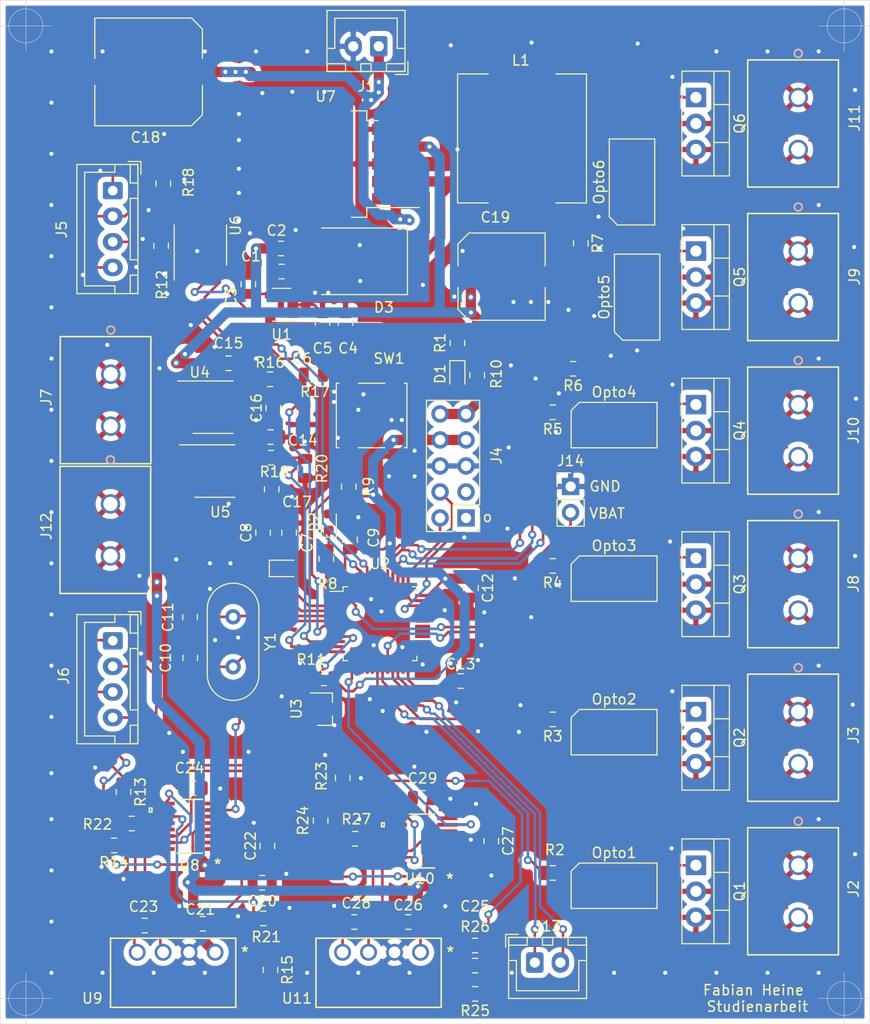
<source format=kicad_pcb>
(kicad_pcb (version 20171130) (host pcbnew "(5.1.5)-3")
  (layers (0 F.Cu signal) (31 B.Cu signal) (34 B.Paste user hide) (35 F.Paste user hide) (36 B.SilkS user hide) (37 F.SilkS user hide) (38 B.Mask user hide) (39 F.Mask user hide) (44 Edge.Cuts user))
  (net 0 "")
  (net 1 "Net-(32.768-Pad2)")
  (net 2 "Net-(32.768-Pad1)")
  (net 3 GND)
  (net 4 +5V)
  (net 5 "Net-(C3-Pad1)")
  (net 6 +3V3)
  (net 7 /RESET)
  (net 8 "Net-(C10-Pad2)")
  (net 9 "Net-(C11-Pad2)")
  (net 10 "Net-(C16-Pad2)")
  (net 11 "Net-(C17-Pad2)")
  (net 12 /Vin)
  (net 13 "Net-(C20-Pad2)")
  (net 14 /Sheet5EE7EB52/-IN1)
  (net 15 "Net-(C22-Pad2)")
  (net 16 "Net-(C23-Pad2)")
  (net 17 "Net-(C23-Pad1)")
  (net 18 "Net-(C24-Pad1)")
  (net 19 "Net-(C25-Pad2)")
  (net 20 /Sheet5EE7EB52/-IN2)
  (net 21 "Net-(C27-Pad2)")
  (net 22 "Net-(C28-Pad2)")
  (net 23 "Net-(C28-Pad1)")
  (net 24 "Net-(C29-Pad1)")
  (net 25 "Net-(D1-Pad1)")
  (net 26 "Net-(D2-Pad1)")
  (net 27 "Net-(D3-Pad1)")
  (net 28 "Net-(J4-Pad10)")
  (net 29 /SWDIO)
  (net 30 "Net-(J4-Pad3)")
  (net 31 /SWCLK)
  (net 32 "Net-(J4-Pad1)")
  (net 33 /MCH)
  (net 34 /MCR-)
  (net 35 /MCL)
  (net 36 /Sheet5EE7EB52/MV2-)
  (net 37 /Sheet5EE7EB52/MV1-)
  (net 38 /Sheet5EE7EB52/MV2+)
  (net 39 /Sheet5EE7EB52/MV1+)
  (net 40 /MA2-)
  (net 41 /MA2+)
  (net 42 /MA1-)
  (net 43 /MA1+)
  (net 44 /PB0)
  (net 45 /PB1)
  (net 46 /PB2)
  (net 47 /PB3)
  (net 48 /PB4)
  (net 49 /PB5)
  (net 50 /C13)
  (net 51 "Net-(R11-Pad2)")
  (net 52 "Net-(R13-Pad2)")
  (net 53 /A0)
  (net 54 "Net-(R16-Pad1)")
  (net 55 "Net-(R18-Pad2)")
  (net 56 /A1)
  (net 57 "Net-(R19-Pad1)")
  (net 58 "Net-(R22-Pad1)")
  (net 59 "Net-(R23-Pad2)")
  (net 60 "Net-(R27-Pad1)")
  (net 61 /CAN_RX)
  (net 62 /CAN_TX)
  (net 63 "Net-(U2-Pad43)")
  (net 64 "Net-(U2-Pad42)")
  (net 65 "Net-(U2-Pad38)")
  (net 66 "Net-(U2-Pad33)")
  (net 67 "Net-(U2-Pad32)")
  (net 68 "Net-(U2-Pad31)")
  (net 69 "Net-(U2-Pad30)")
  (net 70 "Net-(U2-Pad29)")
  (net 71 "Net-(U2-Pad28)")
  (net 72 "Net-(U2-Pad27)")
  (net 73 "Net-(U2-Pad26)")
  (net 74 "Net-(U2-Pad25)")
  (net 75 "Net-(U2-Pad17)")
  (net 76 "Net-(U2-Pad16)")
  (net 77 "Net-(U2-Pad8)")
  (net 78 "Net-(U6-Pad5)")
  (net 79 "Net-(U8-Pad5)")
  (net 80 "Net-(U8-Pad6)")
  (net 81 "Net-(U8-Pad10)")
  (net 82 "Net-(U8-Pad13)")
  (net 83 "Net-(U10-Pad5)")
  (net 84 "Net-(U10-Pad6)")
  (net 85 "Net-(U10-Pad10)")
  (net 86 "Net-(U10-Pad13)")
  (net 87 "Net-(Opto1-Pad1)")
  (net 88 "Net-(Opto1-Pad4)")
  (net 89 "Net-(Opto2-Pad1)")
  (net 90 "Net-(Opto2-Pad4)")
  (net 91 "Net-(Opto3-Pad1)")
  (net 92 "Net-(Opto3-Pad4)")
  (net 93 "Net-(Opto4-Pad1)")
  (net 94 "Net-(Opto4-Pad4)")
  (net 95 "Net-(Opto5-Pad1)")
  (net 96 "Net-(Opto5-Pad4)")
  (net 97 "Net-(Opto6-Pad1)")
  (net 98 "Net-(Opto6-Pad4)")
  (net 99 MM1+)
  (net 100 MM1-)
  (net 101 MM2+)
  (net 102 MM2-)
  (net 103 MM3+)
  (net 104 MM3-)
  (net 105 MM5+)
  (net 106 MM5-)
  (net 107 MM4+)
  (net 108 MM4-)
  (net 109 MM6+)
  (net 110 MM6-)
  (net 111 A2)
  (net 112 A3)
  (net 113 "Net-(U2-Pad15)")
  (net 114 "Net-(U2-Pad14)")
  (net 115 UART3_RX)
  (net 116 UART3_TX)
  (net 117 "Net-(C21-Pad1)")
  (net 118 "Net-(J14-Pad2)")
  (module Crystal:Crystal_SMD_2012-2Pin_2.0x1.2mm (layer F.Cu) (at 172.5 89.5)
    (fp_text reference 32.768 hide)
    (fp_text value "Crystal 144-1100 ")
    (pad 2 smd rect (at 0.7 0) (size 0.6 1.1) (layers F.Cu F.Paste F.Mask) (net 1 "Net-(32.768-Pad2)"))
    (pad 1 smd rect (at -0.7 0) (size 0.6 1.1) (layers F.Cu F.Paste F.Mask) (net 2 "Net-(32.768-Pad1)"))
  )
  (module Crystal:Crystal_HC49-4H_Vertical (layer F.Cu) (at 167.76 94.23 270)
    (fp_text reference Y1 (at 2.44 -3.64 90) (layer F.SilkS))
    (fp_text value 8MHz)
    (pad 2 thru_hole circle (at 4.88 0 270) (size 1.5 1.5) (drill 0.8) (layers *.Cu *.Mask) (net 8 "Net-(C10-Pad2)"))
    (pad 1 thru_hole circle (at 0 0 270) (size 1.5 1.5) (drill 0.8) (layers *.Cu *.Mask) (net 9 "Net-(C11-Pad2)"))
  )
  (module Diode_SMD:D_SMC (layer F.Cu) (at 180 59.5 180)
    (fp_text reference D3 (at -2.5 -4.5) (layer F.SilkS))
    (fp_text value MBRS540T3G)
    (pad 2 smd rect (at 3.4 0 270) (size 3.3 2.5) (layers F.Cu F.Paste F.Mask) (net 3 GND))
    (pad 1 smd rect (at -3.4 0 270) (size 3.3 2.5) (layers F.Cu F.Paste F.Mask) (net 27 "Net-(D3-Pad1)"))
  )
  (module Inductor_SMD:L_Wuerth_WE-PD-Typ-LS (layer F.Cu) (at 196 47.5 270)
    (fp_text reference L1 (at -7.63 0.12 180) (layer F.SilkS))
    (fp_text value 33u)
    (pad 1 smd rect (at -4.95 0 270) (size 2.9 5.4) (layers F.Cu F.Paste F.Mask) (net 27 "Net-(D3-Pad1)"))
    (pad 2 smd rect (at 4.95 0 270) (size 2.9 5.4) (layers F.Cu F.Paste F.Mask) (net 4 +5V))
  )
  (module Capacitor_SMD:C_Elec_8x6.2 (layer F.Cu) (at 194 61)
    (fp_text reference C19 (at -0.6 -5.8) (layer F.SilkS))
    (fp_text value 220u)
    (pad 2 smd roundrect (at 3.0875 0) (size 3.925 1.6) (layers F.Cu F.Paste F.Mask) (roundrect_rratio 0.15625) (net 3 GND))
    (pad 1 smd roundrect (at -3.0875 0) (size 3.925 1.6) (layers F.Cu F.Paste F.Mask) (roundrect_rratio 0.15625) (net 4 +5V))
  )
  (module Package_TO_SOT_THT:TO-220-3_Vertical (layer F.Cu) (at 213 43.5 270)
    (fp_text reference Q6 (at 2.54 -4.27 90) (layer F.SilkS))
    (fp_text value IRF540NPBF)
    (pad 3 thru_hole oval (at 5.08 0 270) (size 1.905 2) (drill 1.1) (layers *.Cu *.Mask) (net 110 MM6-))
    (pad 2 thru_hole oval (at 2.54 0 270) (size 1.905 2) (drill 1.1) (layers *.Cu *.Mask) (net 109 MM6+))
    (pad 1 thru_hole rect (at 0 0 270) (size 1.905 2) (drill 1.1) (layers *.Cu *.Mask) (net 98 "Net-(Opto6-Pad4)"))
  )
  (module Package_TO_SOT_THT:TO-220-3_Vertical (layer F.Cu) (at 213 58.5 270)
    (fp_text reference Q5 (at 2.54 -4.27 90) (layer F.SilkS))
    (fp_text value IRF540NPBF)
    (pad 3 thru_hole oval (at 5.08 0 270) (size 1.905 2) (drill 1.1) (layers *.Cu *.Mask) (net 106 MM5-))
    (pad 2 thru_hole oval (at 2.54 0 270) (size 1.905 2) (drill 1.1) (layers *.Cu *.Mask) (net 105 MM5+))
    (pad 1 thru_hole rect (at 0 0 270) (size 1.905 2) (drill 1.1) (layers *.Cu *.Mask) (net 96 "Net-(Opto5-Pad4)"))
  )
  (module Package_TO_SOT_THT:TO-220-3_Vertical (layer F.Cu) (at 213 73.5 270)
    (fp_text reference Q4 (at 2.54 -4.27 90) (layer F.SilkS))
    (fp_text value IRF540NPBF)
    (pad 3 thru_hole oval (at 5.08 0 270) (size 1.905 2) (drill 1.1) (layers *.Cu *.Mask) (net 108 MM4-))
    (pad 2 thru_hole oval (at 2.54 0 270) (size 1.905 2) (drill 1.1) (layers *.Cu *.Mask) (net 107 MM4+))
    (pad 1 thru_hole rect (at 0 0 270) (size 1.905 2) (drill 1.1) (layers *.Cu *.Mask) (net 94 "Net-(Opto4-Pad4)"))
  )
  (module Package_TO_SOT_THT:TO-220-3_Vertical (layer F.Cu) (at 213 88.5 270)
    (fp_text reference Q3 (at 2.54 -4.27 90) (layer F.SilkS))
    (fp_text value IRF540NPBF)
    (pad 3 thru_hole oval (at 5.08 0 270) (size 1.905 2) (drill 1.1) (layers *.Cu *.Mask) (net 104 MM3-))
    (pad 2 thru_hole oval (at 2.54 0 270) (size 1.905 2) (drill 1.1) (layers *.Cu *.Mask) (net 103 MM3+))
    (pad 1 thru_hole rect (at 0 0 270) (size 1.905 2) (drill 1.1) (layers *.Cu *.Mask) (net 92 "Net-(Opto3-Pad4)"))
  )
  (module Package_TO_SOT_THT:TO-220-3_Vertical (layer F.Cu) (at 213 103.5 270)
    (fp_text reference Q2 (at 2.54 -4.27 90) (layer F.SilkS))
    (fp_text value IRF540NPBF)
    (pad 3 thru_hole oval (at 5.08 0 270) (size 1.905 2) (drill 1.1) (layers *.Cu *.Mask) (net 102 MM2-))
    (pad 2 thru_hole oval (at 2.54 0 270) (size 1.905 2) (drill 1.1) (layers *.Cu *.Mask) (net 101 MM2+))
    (pad 1 thru_hole rect (at 0 0 270) (size 1.905 2) (drill 1.1) (layers *.Cu *.Mask) (net 90 "Net-(Opto2-Pad4)"))
  )
  (module Package_TO_SOT_THT:TO-220-3_Vertical (layer F.Cu) (at 213 118.5 270)
    (fp_text reference Q1 (at 2.54 -4.27 90) (layer F.SilkS))
    (fp_text value IRF540NPBF)
    (pad 3 thru_hole oval (at 5.08 0 270) (size 1.905 2) (drill 1.1) (layers *.Cu *.Mask) (net 100 MM1-))
    (pad 2 thru_hole oval (at 2.54 0 270) (size 1.905 2) (drill 1.1) (layers *.Cu *.Mask) (net 99 MM1+))
    (pad 1 thru_hole rect (at 0 0 270) (size 1.905 2) (drill 1.1) (layers *.Cu *.Mask) (net 88 "Net-(Opto1-Pad4)"))
  )
  (module Connector_PinHeader_2.54mm:PinHeader_1x02_P2.54mm_Vertical (layer F.Cu) (at 200.75 81.5)
    (fp_text reference J14 (at 0 -2.5) (layer F.SilkS))
    (fp_text value Conn_01x02)
    (pad 2 thru_hole oval (at 0 2.54) (size 1.7 1.7) (drill 1) (layers *.Cu *.Mask) (net 118 "Net-(J14-Pad2)"))
    (pad 1 thru_hole rect (at 0 0) (size 1.7 1.7) (drill 1) (layers *.Cu *.Mask) (net 3 GND))
  )
  (module Capacitor_SMD:C_Elec_10x10.2 (layer F.Cu) (at 159.5 41 180)
    (fp_text reference C18 (at 0.3 -6.4) (layer F.SilkS))
    (fp_text value 680u)
    (pad 2 smd roundrect (at 4.4 0 180) (size 4.6 2.1) (layers F.Cu F.Paste F.Mask) (roundrect_rratio 0.119048) (net 3 GND))
    (pad 1 smd roundrect (at -4.4 0 180) (size 4.6 2.1) (layers F.Cu F.Paste F.Mask) (roundrect_rratio 0.119048) (net 12 /Vin))
  )
  (module Resistor_SMD:R_0805_2012Metric (layer F.Cu) (at 191.62 70.6375 270)
    (fp_text reference R10 (at -0.1375 -1.88 90) (layer F.SilkS))
    (fp_text value Bruecke hide)
    (pad 2 smd roundrect (at 0.9375 0 270) (size 0.975 1.4) (layers F.Cu F.Paste F.Mask) (net 28 "Net-(J4-Pad10)"))
    (pad 1 smd roundrect (at -0.9375 0 270) (size 0.975 1.4) (layers F.Cu F.Paste F.Mask) (net 4 +5V))
  )
  (module Studienarbeit:RFM-0505S (layer F.Cu) (at 166 127 180)
    (fp_text reference U9 (at 12 -4.5) (layer F.SilkS))
    (fp_text value RFM-0505S hide)
    (fp_text user * (at -2.910401 0) (layer F.SilkS))
    (fp_text user * (at -2.910401 0) (layer F.SilkS))
    (pad 1 thru_hole circle (at 0 0.000001 180) (size 1.651 1.651) (drill 1.143) (layers *.Cu *.Mask) (net 4 +5V))
    (pad 2 thru_hole circle (at 2.54 0.000001 180) (size 1.651 1.651) (drill 1.143) (layers *.Cu *.Mask) (net 3 GND))
    (pad 3 thru_hole circle (at 5.08 0.000001 180) (size 1.651 1.651) (drill 1.143) (layers *.Cu *.Mask) (net 17 "Net-(C23-Pad1)"))
    (pad 4 thru_hole circle (at 7.62 0.000001 180) (size 1.651 1.651) (drill 1.143) (layers *.Cu *.Mask) (net 16 "Net-(C23-Pad2)"))
  )
  (module Connector_PinHeader_2.54mm:PinHeader_2x05_P2.54mm_Vertical (layer F.Cu) (at 190.53 84.57 180)
    (fp_text reference J4 (at -2.97 6.07 270) (layer F.SilkS))
    (fp_text value Conn_02x05_Odd_Even)
    (pad 10 thru_hole oval (at 2.54 10.16 180) (size 1.7 1.7) (drill 1) (layers *.Cu *.Mask) (net 28 "Net-(J4-Pad10)"))
    (pad 9 thru_hole oval (at 0 10.16 180) (size 1.7 1.7) (drill 1) (layers *.Cu *.Mask) (net 28 "Net-(J4-Pad10)"))
    (pad 8 thru_hole oval (at 2.54 7.62 180) (size 1.7 1.7) (drill 1) (layers *.Cu *.Mask) (net 6 +3V3))
    (pad 7 thru_hole oval (at 0 7.62 180) (size 1.7 1.7) (drill 1) (layers *.Cu *.Mask) (net 6 +3V3))
    (pad 6 thru_hole oval (at 2.54 5.08 180) (size 1.7 1.7) (drill 1) (layers *.Cu *.Mask) (net 3 GND))
    (pad 5 thru_hole oval (at 0 5.08 180) (size 1.7 1.7) (drill 1) (layers *.Cu *.Mask) (net 3 GND))
    (pad 4 thru_hole oval (at 2.54 2.54 180) (size 1.7 1.7) (drill 1) (layers *.Cu *.Mask) (net 29 /SWDIO))
    (pad 3 thru_hole oval (at 0 2.54 180) (size 1.7 1.7) (drill 1) (layers *.Cu *.Mask) (net 30 "Net-(J4-Pad3)"))
    (pad 2 thru_hole oval (at 2.54 0 180) (size 1.7 1.7) (drill 1) (layers *.Cu *.Mask) (net 31 /SWCLK))
    (pad 1 thru_hole rect (at 0 0 180) (size 1.7 1.7) (drill 1) (layers *.Cu *.Mask) (net 32 "Net-(J4-Pad1)"))
  )
  (module Connector_JST:JST_XH_B2B-XH-A_1x02_P2.50mm_Vertical (layer F.Cu) (at 197.25 128)
    (fp_text reference J13 (at 1.25 -3.55) (layer F.SilkS))
    (fp_text value Conn_01x02_Female)
    (pad 2 thru_hole oval (at 2.5 0) (size 1.7 2) (drill 1) (layers *.Cu *.Mask) (net 115 UART3_RX))
    (pad 1 thru_hole roundrect (at 0 0) (size 1.7 2) (drill 1) (layers *.Cu *.Mask) (roundrect_rratio 0.147059) (net 116 UART3_TX))
  )
  (module Studienarbeit:VOM1271 (layer F.Cu) (at 205 90.5 270)
    (fp_text reference Opto3 (at -3.22 0) (layer F.SilkS))
    (fp_text value VOM1271)
    (pad 2 smd rect (at 1.27 3.125 270) (size 0.9 1.15) (layers F.Cu F.Paste F.Mask) (net 3 GND))
    (pad 3 smd rect (at 1.27 -3.125 270) (size 0.9 1.15) (layers F.Cu F.Paste F.Mask) (net 104 MM3-))
    (pad 1 smd rect (at -1.27 3.125 270) (size 0.9 1.15) (layers F.Cu F.Paste F.Mask) (net 91 "Net-(Opto3-Pad1)"))
    (pad 4 smd rect (at -1.27 -3.125 270) (size 0.9 1.15) (layers F.Cu F.Paste F.Mask) (net 92 "Net-(Opto3-Pad4)"))
  )
  (module Studienarbeit:PhoenixContact1755736 (layer F.Cu) (at 155.775 83.2 270)
    (fp_text reference J12 (at 2.2 6.275 90) (layer F.SilkS))
    (fp_text value 1755736 hide)
    (fp_text user * (at 0 0 90) (layer F.SilkS))
    (pad 1 thru_hole circle (at 0 0 270) (size 1.905 1.905) (drill 1.397) (layers *.Cu *.Mask) (net 41 /MA2+))
    (pad 2 thru_hole circle (at 5.08 0 270) (size 1.905 1.905) (drill 1.397) (layers *.Cu *.Mask) (net 40 /MA2-))
  )
  (module Studienarbeit:PhoenixContact1755736 (layer F.Cu) (at 155.8 70.525 270)
    (fp_text reference J7 (at 2.275 6.3 90) (layer F.SilkS))
    (fp_text value 1755736 hide)
    (fp_text user * (at 0 0 90) (layer F.SilkS))
    (pad 1 thru_hole circle (at 0 0 270) (size 1.905 1.905) (drill 1.397) (layers *.Cu *.Mask) (net 43 /MA1+))
    (pad 2 thru_hole circle (at 5.08 0 270) (size 1.905 1.905) (drill 1.397) (layers *.Cu *.Mask) (net 42 /MA1-))
  )
  (module Studienarbeit:VOM1271 (layer F.Cu) (at 205 105.5 270)
    (fp_text reference Opto2 (at -3.22 0) (layer F.SilkS))
    (fp_text value VOM1271)
    (pad 2 smd rect (at 1.27 3.125 270) (size 0.9 1.15) (layers F.Cu F.Paste F.Mask) (net 3 GND))
    (pad 3 smd rect (at 1.27 -3.125 270) (size 0.9 1.15) (layers F.Cu F.Paste F.Mask) (net 102 MM2-))
    (pad 1 smd rect (at -1.27 3.125 270) (size 0.9 1.15) (layers F.Cu F.Paste F.Mask) (net 89 "Net-(Opto2-Pad1)"))
    (pad 4 smd rect (at -1.27 -3.125 270) (size 0.9 1.15) (layers F.Cu F.Paste F.Mask) (net 90 "Net-(Opto2-Pad4)"))
  )
  (module Studienarbeit:PhoenixContact1755736 (layer F.Cu) (at 223 43.5 270)
    (fp_text reference J11 (at 2 -5.5 90) (layer F.SilkS))
    (fp_text value 1755736 hide)
    (fp_text user * (at 0 0 90) (layer F.SilkS))
    (pad 1 thru_hole circle (at 0 0 270) (size 1.905 1.905) (drill 1.397) (layers *.Cu *.Mask) (net 109 MM6+))
    (pad 2 thru_hole circle (at 5.08 0 270) (size 1.905 1.905) (drill 1.397) (layers *.Cu *.Mask) (net 110 MM6-))
  )
  (module Studienarbeit:PhoenixContact1755736 (layer F.Cu) (at 223 73.5 270)
    (fp_text reference J10 (at 2.5 -5.4 90) (layer F.SilkS))
    (fp_text value 1755736 hide)
    (fp_text user * (at 0 0 90) (layer F.SilkS))
    (pad 1 thru_hole circle (at 0 0 270) (size 1.905 1.905) (drill 1.397) (layers *.Cu *.Mask) (net 107 MM4+))
    (pad 2 thru_hole circle (at 5.08 0 270) (size 1.905 1.905) (drill 1.397) (layers *.Cu *.Mask) (net 108 MM4-))
  )
  (module Studienarbeit:PhoenixContact1755736 (layer F.Cu) (at 223 58.5 270)
    (fp_text reference J9 (at 2.5 -5.5 90) (layer F.SilkS))
    (fp_text value 1755736 hide)
    (fp_text user * (at 0 0 90) (layer F.SilkS))
    (pad 1 thru_hole circle (at 0 0 270) (size 1.905 1.905) (drill 1.397) (layers *.Cu *.Mask) (net 105 MM5+))
    (pad 2 thru_hole circle (at 5.08 0 270) (size 1.905 1.905) (drill 1.397) (layers *.Cu *.Mask) (net 106 MM5-))
  )
  (module Studienarbeit:PhoenixContact1755736 (layer F.Cu) (at 223 88.5 270)
    (fp_text reference J8 (at 2.5 -5.4 90) (layer F.SilkS))
    (fp_text value 1755736 hide)
    (fp_text user * (at 0 0 90) (layer F.SilkS))
    (pad 1 thru_hole circle (at 0 0 270) (size 1.905 1.905) (drill 1.397) (layers *.Cu *.Mask) (net 103 MM3+))
    (pad 2 thru_hole circle (at 5.08 0 270) (size 1.905 1.905) (drill 1.397) (layers *.Cu *.Mask) (net 104 MM3-))
  )
  (module Studienarbeit:PhoenixContact1755736 (layer F.Cu) (at 223 103.5 270)
    (fp_text reference J3 (at 2.3 -5.4 90) (layer F.SilkS))
    (fp_text value 1755736 hide)
    (fp_text user * (at 0 0 90) (layer F.SilkS))
    (pad 1 thru_hole circle (at 0 0 270) (size 1.905 1.905) (drill 1.397) (layers *.Cu *.Mask) (net 101 MM2+))
    (pad 2 thru_hole circle (at 5.08 0 270) (size 1.905 1.905) (drill 1.397) (layers *.Cu *.Mask) (net 102 MM2-))
  )
  (module Studienarbeit:PhoenixContact1755736 (layer F.Cu) (at 223 118.5 270)
    (fp_text reference J2 (at 2.3 -5.4 90) (layer F.SilkS))
    (fp_text value 1755736 hide)
    (fp_text user * (at 0 0 90) (layer F.SilkS))
    (pad 1 thru_hole circle (at 0 0 270) (size 1.905 1.905) (drill 1.397) (layers *.Cu *.Mask) (net 99 MM1+))
    (pad 2 thru_hole circle (at 5.08 0 270) (size 1.905 1.905) (drill 1.397) (layers *.Cu *.Mask) (net 100 MM1-))
  )
  (module LED_SMD:LED_0603_1608Metric (layer F.Cu) (at 177.11 84.97 90)
    (fp_text reference D2 (at 0 -1.43 90) (layer F.SilkS))
    (fp_text value LED)
    (pad 2 smd roundrect (at 0.7875 0 90) (size 0.875 0.95) (layers F.Cu F.Paste F.Mask) (net 6 +3V3))
    (pad 1 smd roundrect (at -0.7875 0 90) (size 0.875 0.95) (layers F.Cu F.Paste F.Mask) (net 26 "Net-(D2-Pad1)"))
  )
  (module Resistor_SMD:R_0805_2012Metric (layer F.Cu) (at 179.69 115.91 180)
    (fp_text reference R27 (at -0.11 1.91) (layer F.SilkS))
    (fp_text value 3k)
    (pad 2 smd roundrect (at 0.9375 0 180) (size 0.975 1.4) (layers F.Cu F.Paste F.Mask) (net 59 "Net-(R23-Pad2)"))
    (pad 1 smd roundrect (at -0.9375 0 180) (size 0.975 1.4) (layers F.Cu F.Paste F.Mask) (net 60 "Net-(R27-Pad1)"))
  )
  (module Resistor_SMD:R_0805_2012Metric (layer F.Cu) (at 199 104.25 180)
    (fp_text reference R3 (at 0 -1.65) (layer F.SilkS))
    (fp_text value 100)
    (pad 2 smd roundrect (at 0.9375 0 180) (size 0.975 1.4) (layers F.Cu F.Paste F.Mask) (net 45 /PB1))
    (pad 1 smd roundrect (at -0.9375 0 180) (size 0.975 1.4) (layers F.Cu F.Paste F.Mask) (net 89 "Net-(Opto2-Pad1)"))
  )
  (module Resistor_SMD:R_0805_2012Metric (layer F.Cu) (at 176.87 88.56 270)
    (fp_text reference R8 (at 2.44 -0.13 180) (layer F.SilkS))
    (fp_text value "1 k")
    (pad 2 smd roundrect (at 0.9375 0 270) (size 0.975 1.4) (layers F.Cu F.Paste F.Mask) (net 50 /C13))
    (pad 1 smd roundrect (at -0.9375 0 270) (size 0.975 1.4) (layers F.Cu F.Paste F.Mask) (net 26 "Net-(D2-Pad1)"))
  )
  (module Resistor_SMD:R_0805_2012Metric (layer F.Cu) (at 201 70 180)
    (fp_text reference R6 (at 0 -1.65) (layer F.SilkS))
    (fp_text value 100)
    (pad 2 smd roundrect (at 0.9375 0 180) (size 0.975 1.4) (layers F.Cu F.Paste F.Mask) (net 48 /PB4))
    (pad 1 smd roundrect (at -0.9375 0 180) (size 0.975 1.4) (layers F.Cu F.Paste F.Mask) (net 95 "Net-(Opto5-Pad1)"))
  )
  (module Resistor_SMD:R_0805_2012Metric (layer F.Cu) (at 191.42 128.3)
    (fp_text reference R26 (at 0 -3.8) (layer F.SilkS))
    (fp_text value 470)
    (pad 2 smd roundrect (at 0.9375 0) (size 0.975 1.4) (layers F.Cu F.Paste F.Mask) (net 19 "Net-(C25-Pad2)"))
    (pad 1 smd roundrect (at -0.9375 0) (size 0.975 1.4) (layers F.Cu F.Paste F.Mask) (net 20 /Sheet5EE7EB52/-IN2))
  )
  (module Resistor_SMD:R_0805_2012Metric (layer F.Cu) (at 191.42 131.06 180)
    (fp_text reference R25 (at 0 -1.65) (layer F.SilkS))
    (fp_text value 2k)
    (pad 2 smd roundrect (at 0.9375 0 180) (size 0.975 1.4) (layers F.Cu F.Paste F.Mask) (net 3 GND))
    (pad 1 smd roundrect (at -0.9375 0 180) (size 0.975 1.4) (layers F.Cu F.Paste F.Mask) (net 19 "Net-(C25-Pad2)"))
  )
  (module Resistor_SMD:R_0805_2012Metric (layer F.Cu) (at 176.32 114.14 270)
    (fp_text reference R24 (at 0 1.72 90) (layer F.SilkS))
    (fp_text value "1k 1%")
    (pad 2 smd roundrect (at 0.9375 0 270) (size 0.975 1.4) (layers F.Cu F.Paste F.Mask) (net 36 /Sheet5EE7EB52/MV2-))
    (pad 1 smd roundrect (at -0.9375 0 270) (size 0.975 1.4) (layers F.Cu F.Paste F.Mask) (net 59 "Net-(R23-Pad2)"))
  )
  (module Resistor_SMD:R_0805_2012Metric (layer F.Cu) (at 178.48 109.9625 270)
    (fp_text reference R23 (at -0.1625 2.08 90) (layer F.SilkS))
    (fp_text value "33k 1%")
    (pad 2 smd roundrect (at 0.9375 0 270) (size 0.975 1.4) (layers F.Cu F.Paste F.Mask) (net 59 "Net-(R23-Pad2)"))
    (pad 1 smd roundrect (at -0.9375 0 270) (size 0.975 1.4) (layers F.Cu F.Paste F.Mask) (net 38 /Sheet5EE7EB52/MV2+))
  )
  (module Resistor_SMD:R_0805_2012Metric (layer F.Cu) (at 157.8525 114.42 180)
    (fp_text reference R22 (at 3.3525 -0.08) (layer F.SilkS))
    (fp_text value 3k)
    (pad 2 smd roundrect (at 0.9375 0 180) (size 0.975 1.4) (layers F.Cu F.Paste F.Mask) (net 52 "Net-(R13-Pad2)"))
    (pad 1 smd roundrect (at -0.9375 0 180) (size 0.975 1.4) (layers F.Cu F.Paste F.Mask) (net 58 "Net-(R22-Pad1)"))
  )
  (module Resistor_SMD:R_0805_2012Metric (layer F.Cu) (at 170.7 123.69)
    (fp_text reference R21 (at 0.3 1.81) (layer F.SilkS))
    (fp_text value 470)
    (pad 2 smd roundrect (at 0.9375 0) (size 0.975 1.4) (layers F.Cu F.Paste F.Mask) (net 13 "Net-(C20-Pad2)"))
    (pad 1 smd roundrect (at -0.9375 0) (size 0.975 1.4) (layers F.Cu F.Paste F.Mask) (net 14 /Sheet5EE7EB52/-IN1))
  )
  (module Resistor_SMD:R_0805_2012Metric (layer F.Cu) (at 174.8 79.7375 270)
    (fp_text reference R20 (at 0 -1.65 90) (layer F.SilkS))
    (fp_text value "2.49k 1%")
    (pad 2 smd roundrect (at 0.9375 0 270) (size 0.975 1.4) (layers F.Cu F.Paste F.Mask) (net 3 GND))
    (pad 1 smd roundrect (at -0.9375 0 270) (size 0.975 1.4) (layers F.Cu F.Paste F.Mask) (net 56 /A1))
  )
  (module Resistor_SMD:R_0805_2012Metric (layer F.Cu) (at 171.4625 78.69)
    (fp_text reference R19 (at 0.3375 1.38) (layer F.SilkS))
    (fp_text value "2.49k 1%")
    (pad 2 smd roundrect (at 0.9375 0) (size 0.975 1.4) (layers F.Cu F.Paste F.Mask) (net 56 /A1))
    (pad 1 smd roundrect (at -0.9375 0) (size 0.975 1.4) (layers F.Cu F.Paste F.Mask) (net 57 "Net-(R19-Pad1)"))
  )
  (module Resistor_SMD:R_0805_2012Metric (layer F.Cu) (at 160.94 51.9175 270)
    (fp_text reference R18 (at -0.1175 -2.46 90) (layer F.SilkS))
    (fp_text value 10k)
    (pad 2 smd roundrect (at 0.9375 0 270) (size 0.975 1.4) (layers F.Cu F.Paste F.Mask) (net 55 "Net-(R18-Pad2)"))
    (pad 1 smd roundrect (at -0.9375 0 270) (size 0.975 1.4) (layers F.Cu F.Paste F.Mask) (net 3 GND))
  )
  (module Resistor_SMD:R_0805_2012Metric (layer F.Cu) (at 174.63 74.51 270)
    (fp_text reference R17 (at -2.26 -1.13 180) (layer F.SilkS))
    (fp_text value "2.49k 1%")
    (pad 2 smd roundrect (at 0.9375 0 270) (size 0.975 1.4) (layers F.Cu F.Paste F.Mask) (net 3 GND))
    (pad 1 smd roundrect (at -0.9375 0 270) (size 0.975 1.4) (layers F.Cu F.Paste F.Mask) (net 53 /A0))
  )
  (module Resistor_SMD:R_0805_2012Metric (layer F.Cu) (at 171.3825 71.03)
    (fp_text reference R16 (at 0 -1.65) (layer F.SilkS))
    (fp_text value "2.49k 1%")
    (pad 2 smd roundrect (at 0.9375 0) (size 0.975 1.4) (layers F.Cu F.Paste F.Mask) (net 53 /A0))
    (pad 1 smd roundrect (at -0.9375 0) (size 0.975 1.4) (layers F.Cu F.Paste F.Mask) (net 54 "Net-(R16-Pad1)"))
  )
  (module Resistor_SMD:R_0805_2012Metric (layer F.Cu) (at 171.415001 128.714999 270)
    (fp_text reference R15 (at 0 -1.65 90) (layer F.SilkS))
    (fp_text value 2k)
    (pad 2 smd roundrect (at 0.9375 0 270) (size 0.975 1.4) (layers F.Cu F.Paste F.Mask) (net 3 GND))
    (pad 1 smd roundrect (at -0.9375 0 270) (size 0.975 1.4) (layers F.Cu F.Paste F.Mask) (net 13 "Net-(C20-Pad2)"))
  )
  (module Resistor_SMD:R_0805_2012Metric (layer F.Cu) (at 156.12 116.56 180)
    (fp_text reference R14 (at 0 -1.65) (layer F.SilkS))
    (fp_text value "1k 1%")
    (pad 2 smd roundrect (at 0.9375 0 180) (size 0.975 1.4) (layers F.Cu F.Paste F.Mask) (net 37 /Sheet5EE7EB52/MV1-))
    (pad 1 smd roundrect (at -0.9375 0 180) (size 0.975 1.4) (layers F.Cu F.Paste F.Mask) (net 52 "Net-(R13-Pad2)"))
  )
  (module Resistor_SMD:R_0805_2012Metric (layer F.Cu) (at 157.05 111.34 270)
    (fp_text reference R13 (at 0 -1.65 90) (layer F.SilkS))
    (fp_text value "33k 1%")
    (pad 2 smd roundrect (at 0.9375 0 270) (size 0.975 1.4) (layers F.Cu F.Paste F.Mask) (net 52 "Net-(R13-Pad2)"))
    (pad 1 smd roundrect (at -0.9375 0 270) (size 0.975 1.4) (layers F.Cu F.Paste F.Mask) (net 39 /Sheet5EE7EB52/MV1+))
  )
  (module Resistor_SMD:R_0805_2012Metric (layer F.Cu) (at 160.72 57.99 90)
    (fp_text reference R12 (at -3.81 0.08 90) (layer F.SilkS))
    (fp_text value 120)
    (pad 2 smd roundrect (at 0.9375 0 90) (size 0.975 1.4) (layers F.Cu F.Paste F.Mask) (net 35 /MCL))
    (pad 1 smd roundrect (at -0.9375 0 90) (size 0.975 1.4) (layers F.Cu F.Paste F.Mask) (net 34 /MCR-))
  )
  (module Resistor_SMD:R_0805_2012Metric (layer F.Cu) (at 176.63 100.24 180)
    (fp_text reference R11 (at 1.23 1.84) (layer F.SilkS))
    (fp_text value 100)
    (pad 2 smd roundrect (at 0.9375 0 180) (size 0.975 1.4) (layers F.Cu F.Paste F.Mask) (net 51 "Net-(R11-Pad2)"))
    (pad 1 smd roundrect (at -0.9375 0 180) (size 0.975 1.4) (layers F.Cu F.Paste F.Mask) (net 6 +3V3))
  )
  (module Resistor_SMD:R_0805_2012Metric (layer F.Cu) (at 179.07 81.51 90)
    (fp_text reference R9 (at 0 1.93 90) (layer F.SilkS))
    (fp_text value "10 k")
    (pad 2 smd roundrect (at 0.9375 0 90) (size 0.975 1.4) (layers F.Cu F.Paste F.Mask) (net 7 /RESET))
    (pad 1 smd roundrect (at -0.9375 0 90) (size 0.975 1.4) (layers F.Cu F.Paste F.Mask) (net 6 +3V3))
  )
  (module Resistor_SMD:R_0805_2012Metric (layer F.Cu) (at 201.75 57.75 270)
    (fp_text reference R7 (at 0 -1.65 90) (layer F.SilkS))
    (fp_text value 100)
    (pad 2 smd roundrect (at 0.9375 0 270) (size 0.975 1.4) (layers F.Cu F.Paste F.Mask) (net 49 /PB5))
    (pad 1 smd roundrect (at -0.9375 0 270) (size 0.975 1.4) (layers F.Cu F.Paste F.Mask) (net 97 "Net-(Opto6-Pad1)"))
  )
  (module Resistor_SMD:R_0805_2012Metric (layer F.Cu) (at 199 74.25 180)
    (fp_text reference R5 (at 0 -1.65) (layer F.SilkS))
    (fp_text value 100)
    (pad 2 smd roundrect (at 0.9375 0 180) (size 0.975 1.4) (layers F.Cu F.Paste F.Mask) (net 47 /PB3))
    (pad 1 smd roundrect (at -0.9375 0 180) (size 0.975 1.4) (layers F.Cu F.Paste F.Mask) (net 93 "Net-(Opto4-Pad1)"))
  )
  (module Resistor_SMD:R_0805_2012Metric (layer F.Cu) (at 199 89.25 180)
    (fp_text reference R4 (at 0 -1.65) (layer F.SilkS))
    (fp_text value 100)
    (pad 2 smd roundrect (at 0.9375 0 180) (size 0.975 1.4) (layers F.Cu F.Paste F.Mask) (net 46 /PB2))
    (pad 1 smd roundrect (at -0.9375 0 180) (size 0.975 1.4) (layers F.Cu F.Paste F.Mask) (net 91 "Net-(Opto3-Pad1)"))
  )
  (module Resistor_SMD:R_0805_2012Metric (layer F.Cu) (at 199 119.25 180)
    (fp_text reference R2 (at -0.2 2.25) (layer F.SilkS))
    (fp_text value 100)
    (pad 2 smd roundrect (at 0.9375 0 180) (size 0.975 1.4) (layers F.Cu F.Paste F.Mask) (net 44 /PB0))
    (pad 1 smd roundrect (at -0.9375 0 180) (size 0.975 1.4) (layers F.Cu F.Paste F.Mask) (net 87 "Net-(Opto1-Pad1)"))
  )
  (module Resistor_SMD:R_0805_2012Metric (layer F.Cu) (at 189.69 67.48 90)
    (fp_text reference R1 (at 0 -1.69 90) (layer F.SilkS))
    (fp_text value "1 k")
    (pad 2 smd roundrect (at 0.9375 0 90) (size 0.975 1.4) (layers F.Cu F.Paste F.Mask) (net 3 GND))
    (pad 1 smd roundrect (at -0.9375 0 90) (size 0.975 1.4) (layers F.Cu F.Paste F.Mask) (net 25 "Net-(D1-Pad1)"))
  )
  (module Package_QFP:LQFP-48_7x7mm_P0.5mm (layer F.Cu) (at 182.12 94.9)
    (fp_text reference U2 (at 0 -5.85) (layer F.SilkS))
    (fp_text value STM32F103C8Tx)
    (pad 48 smd roundrect (at -2.75 -4.1625) (size 0.3 1.475) (layers F.Cu F.Paste F.Mask) (net 6 +3V3))
    (pad 47 smd roundrect (at -2.25 -4.1625) (size 0.3 1.475) (layers F.Cu F.Paste F.Mask) (net 3 GND))
    (pad 46 smd roundrect (at -1.75 -4.1625) (size 0.3 1.475) (layers F.Cu F.Paste F.Mask) (net 61 /CAN_RX))
    (pad 45 smd roundrect (at -1.25 -4.1625) (size 0.3 1.475) (layers F.Cu F.Paste F.Mask) (net 62 /CAN_TX))
    (pad 44 smd roundrect (at -0.75 -4.1625) (size 0.3 1.475) (layers F.Cu F.Paste F.Mask) (net 3 GND))
    (pad 43 smd roundrect (at -0.25 -4.1625) (size 0.3 1.475) (layers F.Cu F.Paste F.Mask) (net 63 "Net-(U2-Pad43)"))
    (pad 42 smd roundrect (at 0.25 -4.1625) (size 0.3 1.475) (layers F.Cu F.Paste F.Mask) (net 64 "Net-(U2-Pad42)"))
    (pad 41 smd roundrect (at 0.75 -4.1625) (size 0.3 1.475) (layers F.Cu F.Paste F.Mask) (net 49 /PB5))
    (pad 40 smd roundrect (at 1.25 -4.1625) (size 0.3 1.475) (layers F.Cu F.Paste F.Mask) (net 48 /PB4))
    (pad 39 smd roundrect (at 1.75 -4.1625) (size 0.3 1.475) (layers F.Cu F.Paste F.Mask) (net 47 /PB3))
    (pad 38 smd roundrect (at 2.25 -4.1625) (size 0.3 1.475) (layers F.Cu F.Paste F.Mask) (net 65 "Net-(U2-Pad38)"))
    (pad 37 smd roundrect (at 2.75 -4.1625) (size 0.3 1.475) (layers F.Cu F.Paste F.Mask) (net 31 /SWCLK))
    (pad 36 smd roundrect (at 4.1625 -2.75) (size 1.475 0.3) (layers F.Cu F.Paste F.Mask) (net 6 +3V3))
    (pad 35 smd roundrect (at 4.1625 -2.25) (size 1.475 0.3) (layers F.Cu F.Paste F.Mask) (net 3 GND))
    (pad 34 smd roundrect (at 4.1625 -1.75) (size 1.475 0.3) (layers F.Cu F.Paste F.Mask) (net 29 /SWDIO))
    (pad 33 smd roundrect (at 4.1625 -1.25) (size 1.475 0.3) (layers F.Cu F.Paste F.Mask) (net 66 "Net-(U2-Pad33)"))
    (pad 32 smd roundrect (at 4.1625 -0.75) (size 1.475 0.3) (layers F.Cu F.Paste F.Mask) (net 67 "Net-(U2-Pad32)"))
    (pad 31 smd roundrect (at 4.1625 -0.25) (size 1.475 0.3) (layers F.Cu F.Paste F.Mask) (net 68 "Net-(U2-Pad31)"))
    (pad 30 smd roundrect (at 4.1625 0.25) (size 1.475 0.3) (layers F.Cu F.Paste F.Mask) (net 69 "Net-(U2-Pad30)"))
    (pad 29 smd roundrect (at 4.1625 0.75) (size 1.475 0.3) (layers F.Cu F.Paste F.Mask) (net 70 "Net-(U2-Pad29)"))
    (pad 28 smd roundrect (at 4.1625 1.25) (size 1.475 0.3) (layers F.Cu F.Paste F.Mask) (net 71 "Net-(U2-Pad28)"))
    (pad 27 smd roundrect (at 4.1625 1.75) (size 1.475 0.3) (layers F.Cu F.Paste F.Mask) (net 72 "Net-(U2-Pad27)"))
    (pad 26 smd roundrect (at 4.1625 2.25) (size 1.475 0.3) (layers F.Cu F.Paste F.Mask) (net 73 "Net-(U2-Pad26)"))
    (pad 25 smd roundrect (at 4.1625 2.75) (size 1.475 0.3) (layers F.Cu F.Paste F.Mask) (net 74 "Net-(U2-Pad25)"))
    (pad 24 smd roundrect (at 2.75 4.1625) (size 0.3 1.475) (layers F.Cu F.Paste F.Mask) (net 6 +3V3))
    (pad 23 smd roundrect (at 2.25 4.1625) (size 0.3 1.475) (layers F.Cu F.Paste F.Mask) (net 3 GND))
    (pad 22 smd roundrect (at 1.75 4.1625) (size 0.3 1.475) (layers F.Cu F.Paste F.Mask) (net 115 UART3_RX))
    (pad 21 smd roundrect (at 1.25 4.1625) (size 0.3 1.475) (layers F.Cu F.Paste F.Mask) (net 116 UART3_TX))
    (pad 20 smd roundrect (at 0.75 4.1625) (size 0.3 1.475) (layers F.Cu F.Paste F.Mask) (net 46 /PB2))
    (pad 19 smd roundrect (at 0.25 4.1625) (size 0.3 1.475) (layers F.Cu F.Paste F.Mask) (net 45 /PB1))
    (pad 18 smd roundrect (at -0.25 4.1625) (size 0.3 1.475) (layers F.Cu F.Paste F.Mask) (net 44 /PB0))
    (pad 17 smd roundrect (at -0.75 4.1625) (size 0.3 1.475) (layers F.Cu F.Paste F.Mask) (net 75 "Net-(U2-Pad17)"))
    (pad 16 smd roundrect (at -1.25 4.1625) (size 0.3 1.475) (layers F.Cu F.Paste F.Mask) (net 76 "Net-(U2-Pad16)"))
    (pad 15 smd roundrect (at -1.75 4.1625) (size 0.3 1.475) (layers F.Cu F.Paste F.Mask) (net 113 "Net-(U2-Pad15)"))
    (pad 14 smd roundrect (at -2.25 4.1625) (size 0.3 1.475) (layers F.Cu F.Paste F.Mask) (net 114 "Net-(U2-Pad14)"))
    (pad 13 smd roundrect (at -2.75 4.1625) (size 0.3 1.475) (layers F.Cu F.Paste F.Mask) (net 112 A3))
    (pad 12 smd roundrect (at -4.1625 2.75) (size 1.475 0.3) (layers F.Cu F.Paste F.Mask) (net 111 A2))
    (pad 11 smd roundrect (at -4.1625 2.25) (size 1.475 0.3) (layers F.Cu F.Paste F.Mask) (net 56 /A1))
    (pad 10 smd roundrect (at -4.1625 1.75) (size 1.475 0.3) (layers F.Cu F.Paste F.Mask) (net 53 /A0))
    (pad 9 smd roundrect (at -4.1625 1.25) (size 1.475 0.3) (layers F.Cu F.Paste F.Mask) (net 51 "Net-(R11-Pad2)"))
    (pad 8 smd roundrect (at -4.1625 0.75) (size 1.475 0.3) (layers F.Cu F.Paste F.Mask) (net 77 "Net-(U2-Pad8)"))
    (pad 7 smd roundrect (at -4.1625 0.25) (size 1.475 0.3) (layers F.Cu F.Paste F.Mask) (net 7 /RESET))
    (pad 6 smd roundrect (at -4.1625 -0.25) (size 1.475 0.3) (layers F.Cu F.Paste F.Mask) (net 8 "Net-(C10-Pad2)"))
    (pad 5 smd roundrect (at -4.1625 -0.75) (size 1.475 0.3) (layers F.Cu F.Paste F.Mask) (net 9 "Net-(C11-Pad2)"))
    (pad 4 smd roundrect (at -4.1625 -1.25) (size 1.475 0.3) (layers F.Cu F.Paste F.Mask) (net 2 "Net-(32.768-Pad1)"))
    (pad 3 smd roundrect (at -4.1625 -1.75) (size 1.475 0.3) (layers F.Cu F.Paste F.Mask) (net 1 "Net-(32.768-Pad2)"))
    (pad 2 smd roundrect (at -4.1625 -2.25) (size 1.475 0.3) (layers F.Cu F.Paste F.Mask) (net 50 /C13))
    (pad 1 smd roundrect (at -4.1625 -2.75) (size 1.475 0.3) (layers F.Cu F.Paste F.Mask) (net 118 "Net-(J14-Pad2)"))
  )
  (module Studienarbeit:VOM1271 (layer F.Cu) (at 206.75 51.75)
    (fp_text reference Opto6 (at -3.22 0 90) (layer F.SilkS))
    (fp_text value VOM1271)
    (pad 4 smd rect (at -1.27 -3.125) (size 0.9 1.15) (layers F.Cu F.Paste F.Mask) (net 98 "Net-(Opto6-Pad4)"))
    (pad 1 smd rect (at -1.27 3.125) (size 0.9 1.15) (layers F.Cu F.Paste F.Mask) (net 97 "Net-(Opto6-Pad1)"))
    (pad 3 smd rect (at 1.27 -3.125) (size 0.9 1.15) (layers F.Cu F.Paste F.Mask) (net 110 MM6-))
    (pad 2 smd rect (at 1.27 3.125) (size 0.9 1.15) (layers F.Cu F.Paste F.Mask) (net 3 GND))
  )
  (module Studienarbeit:VOM1271 (layer F.Cu) (at 207.25 63)
    (fp_text reference Opto5 (at -3.22 0 90) (layer F.SilkS))
    (fp_text value VOM1271)
    (pad 2 smd rect (at 1.27 3.125) (size 0.9 1.15) (layers F.Cu F.Paste F.Mask) (net 3 GND))
    (pad 3 smd rect (at 1.27 -3.125) (size 0.9 1.15) (layers F.Cu F.Paste F.Mask) (net 106 MM5-))
    (pad 1 smd rect (at -1.27 3.125) (size 0.9 1.15) (layers F.Cu F.Paste F.Mask) (net 95 "Net-(Opto5-Pad1)"))
    (pad 4 smd rect (at -1.27 -3.125) (size 0.9 1.15) (layers F.Cu F.Paste F.Mask) (net 96 "Net-(Opto5-Pad4)"))
  )
  (module Studienarbeit:VOM1271 (layer F.Cu) (at 205 75.5 270)
    (fp_text reference Opto4 (at -3.22 0) (layer F.SilkS))
    (fp_text value VOM1271)
    (pad 2 smd rect (at 1.27 3.125 270) (size 0.9 1.15) (layers F.Cu F.Paste F.Mask) (net 3 GND))
    (pad 3 smd rect (at 1.27 -3.125 270) (size 0.9 1.15) (layers F.Cu F.Paste F.Mask) (net 108 MM4-))
    (pad 1 smd rect (at -1.27 3.125 270) (size 0.9 1.15) (layers F.Cu F.Paste F.Mask) (net 93 "Net-(Opto4-Pad1)"))
    (pad 4 smd rect (at -1.27 -3.125 270) (size 0.9 1.15) (layers F.Cu F.Paste F.Mask) (net 94 "Net-(Opto4-Pad4)"))
  )
  (module Studienarbeit:VOM1271 (layer F.Cu) (at 205 120.5 270)
    (fp_text reference Opto1 (at -3.22 0) (layer F.SilkS))
    (fp_text value VOM1271)
    (pad 2 smd rect (at 1.27 3.125 270) (size 0.9 1.15) (layers F.Cu F.Paste F.Mask) (net 3 GND))
    (pad 3 smd rect (at 1.27 -3.125 270) (size 0.9 1.15) (layers F.Cu F.Paste F.Mask) (net 100 MM1-))
    (pad 1 smd rect (at -1.27 3.125 270) (size 0.9 1.15) (layers F.Cu F.Paste F.Mask) (net 87 "Net-(Opto1-Pad1)"))
    (pad 4 smd rect (at -1.27 -3.125 270) (size 0.9 1.15) (layers F.Cu F.Paste F.Mask) (net 88 "Net-(Opto1-Pad4)"))
  )
  (module Studienarbeit:RFM-0505S (layer F.Cu) (at 186.08 127 180)
    (fp_text reference U11 (at 12.08 -4.5) (layer F.SilkS))
    (fp_text value RFM-0505S hide)
    (fp_text user * (at -2.910401 0) (layer F.SilkS))
    (fp_text user * (at -2.910401 0) (layer F.SilkS))
    (pad 1 thru_hole circle (at 0 0.000001 180) (size 1.651 1.651) (drill 1.143) (layers *.Cu *.Mask) (net 4 +5V))
    (pad 2 thru_hole circle (at 2.54 0.000001 180) (size 1.651 1.651) (drill 1.143) (layers *.Cu *.Mask) (net 3 GND))
    (pad 3 thru_hole circle (at 5.08 0.000001 180) (size 1.651 1.651) (drill 1.143) (layers *.Cu *.Mask) (net 23 "Net-(C28-Pad1)"))
    (pad 4 thru_hole circle (at 7.62 0.000001 180) (size 1.651 1.651) (drill 1.143) (layers *.Cu *.Mask) (net 22 "Net-(C28-Pad2)"))
  )
  (module Studienarbeit:ADuM3190ARQZ (layer F.Cu) (at 186.23 116.13 180)
    (fp_text reference U10 (at 0.23 -3.67) (layer F.SilkS))
    (fp_text value ADuM3190ARQZ hide)
    (fp_text user * (at -2.7178 -3.7303) (layer F.SilkS))
    (fp_text user * (at -2.7178 -3.7303) (layer F.SilkS))
    (pad 1 smd rect (at -2.4638 -2.2225 180) (size 1.969999 0.3648) (layers F.Cu F.Paste F.Mask) (net 4 +5V))
    (pad 2 smd rect (at -2.4638 -1.5875 180) (size 1.969999 0.3648) (layers F.Cu F.Paste F.Mask) (net 3 GND))
    (pad 3 smd rect (at -2.4638 -0.9525 180) (size 1.969999 0.3648) (layers F.Cu F.Paste F.Mask) (net 21 "Net-(C27-Pad2)"))
    (pad 4 smd rect (at -2.4638 -0.3175 180) (size 1.969999 0.3648) (layers F.Cu F.Paste F.Mask) (net 36 /Sheet5EE7EB52/MV2-))
    (pad 5 smd rect (at -2.4638 0.3175 180) (size 1.969999 0.3648) (layers F.Cu F.Paste F.Mask) (net 83 "Net-(U10-Pad5)"))
    (pad 6 smd rect (at -2.4638 0.9525 180) (size 1.969999 0.3648) (layers F.Cu F.Paste F.Mask) (net 84 "Net-(U10-Pad6)"))
    (pad 7 smd rect (at -2.4638 1.5875 180) (size 1.969999 0.3648) (layers F.Cu F.Paste F.Mask) (net 112 A3))
    (pad 8 smd rect (at -2.4638 2.2225 180) (size 1.969999 0.3648) (layers F.Cu F.Paste F.Mask) (net 3 GND))
    (pad 9 smd rect (at 2.4638 2.2225 180) (size 1.969999 0.3648) (layers F.Cu F.Paste F.Mask) (net 22 "Net-(C28-Pad2)"))
    (pad 10 smd rect (at 2.4638 1.5875 180) (size 1.969999 0.3648) (layers F.Cu F.Paste F.Mask) (net 85 "Net-(U10-Pad10)"))
    (pad 11 smd rect (at 2.4638 0.9525 180) (size 1.969999 0.3648) (layers F.Cu F.Paste F.Mask) (net 20 /Sheet5EE7EB52/-IN2))
    (pad 12 smd rect (at 2.4638 0.3175 180) (size 1.969999 0.3648) (layers F.Cu F.Paste F.Mask) (net 60 "Net-(R27-Pad1)"))
    (pad 13 smd rect (at 2.4638 -0.3175 180) (size 1.969999 0.3648) (layers F.Cu F.Paste F.Mask) (net 86 "Net-(U10-Pad13)"))
    (pad 14 smd rect (at 2.4638 -0.9525 180) (size 1.969999 0.3648) (layers F.Cu F.Paste F.Mask) (net 24 "Net-(C29-Pad1)"))
    (pad 15 smd rect (at 2.4638 -1.5875 180) (size 1.969999 0.3648) (layers F.Cu F.Paste F.Mask) (net 22 "Net-(C28-Pad2)"))
    (pad 16 smd rect (at 2.4638 -2.2225 180) (size 1.969999 0.3648) (layers F.Cu F.Paste F.Mask) (net 23 "Net-(C28-Pad1)"))
  )
  (module Studienarbeit:ADuM3190ARQZ (layer F.Cu) (at 163.53 114.69 180)
    (fp_text reference U8 (at 0.03 -3.81) (layer F.SilkS))
    (fp_text value ADuM3190ARQZ hide)
    (fp_text user * (at -2.7178 -3.7303) (layer F.SilkS))
    (fp_text user * (at -2.7178 -3.7303) (layer F.SilkS))
    (pad 1 smd rect (at -2.4638 -2.2225 180) (size 1.969999 0.3648) (layers F.Cu F.Paste F.Mask) (net 4 +5V))
    (pad 2 smd rect (at -2.4638 -1.5875 180) (size 1.969999 0.3648) (layers F.Cu F.Paste F.Mask) (net 117 "Net-(C21-Pad1)"))
    (pad 3 smd rect (at -2.4638 -0.9525 180) (size 1.969999 0.3648) (layers F.Cu F.Paste F.Mask) (net 15 "Net-(C22-Pad2)"))
    (pad 4 smd rect (at -2.4638 -0.3175 180) (size 1.969999 0.3648) (layers F.Cu F.Paste F.Mask) (net 37 /Sheet5EE7EB52/MV1-))
    (pad 5 smd rect (at -2.4638 0.3175 180) (size 1.969999 0.3648) (layers F.Cu F.Paste F.Mask) (net 79 "Net-(U8-Pad5)"))
    (pad 6 smd rect (at -2.4638 0.9525 180) (size 1.969999 0.3648) (layers F.Cu F.Paste F.Mask) (net 80 "Net-(U8-Pad6)"))
    (pad 7 smd rect (at -2.4638 1.5875 180) (size 1.969999 0.3648) (layers F.Cu F.Paste F.Mask) (net 111 A2))
    (pad 8 smd rect (at -2.4638 2.2225 180) (size 1.969999 0.3648) (layers F.Cu F.Paste F.Mask) (net 3 GND))
    (pad 9 smd rect (at 2.4638 2.2225 180) (size 1.969999 0.3648) (layers F.Cu F.Paste F.Mask) (net 16 "Net-(C23-Pad2)"))
    (pad 10 smd rect (at 2.4638 1.5875 180) (size 1.969999 0.3648) (layers F.Cu F.Paste F.Mask) (net 81 "Net-(U8-Pad10)"))
    (pad 11 smd rect (at 2.4638 0.9525 180) (size 1.969999 0.3648) (layers F.Cu F.Paste F.Mask) (net 14 /Sheet5EE7EB52/-IN1))
    (pad 12 smd rect (at 2.4638 0.3175 180) (size 1.969999 0.3648) (layers F.Cu F.Paste F.Mask) (net 58 "Net-(R22-Pad1)"))
    (pad 13 smd rect (at 2.4638 -0.3175 180) (size 1.969999 0.3648) (layers F.Cu F.Paste F.Mask) (net 82 "Net-(U8-Pad13)"))
    (pad 14 smd rect (at 2.4638 -0.9525 180) (size 1.969999 0.3648) (layers F.Cu F.Paste F.Mask) (net 18 "Net-(C24-Pad1)"))
    (pad 15 smd rect (at 2.4638 -1.5875 180) (size 1.969999 0.3648) (layers F.Cu F.Paste F.Mask) (net 16 "Net-(C23-Pad2)"))
    (pad 16 smd rect (at 2.4638 -2.2225 180) (size 1.969999 0.3648) (layers F.Cu F.Paste F.Mask) (net 17 "Net-(C23-Pad1)"))
  )
  (module Package_TO_SOT_SMD:TO-263-5_TabPin3 (layer F.Cu) (at 177.875 50 180)
    (fp_text reference U7 (at 1.075 6.6) (layer F.SilkS))
    (fp_text value LM2596S-5)
    (pad 1 smd rect (at -5.775 -3.4 180) (size 4.6 1.1) (layers F.Cu F.Paste F.Mask) (net 12 /Vin))
    (pad 2 smd rect (at -5.775 -1.7 180) (size 4.6 1.1) (layers F.Cu F.Paste F.Mask) (net 27 "Net-(D3-Pad1)"))
    (pad 3 smd rect (at -5.775 0 180) (size 4.6 1.1) (layers F.Cu F.Paste F.Mask) (net 3 GND))
    (pad 4 smd rect (at -5.775 1.7 180) (size 4.6 1.1) (layers F.Cu F.Paste F.Mask) (net 4 +5V))
    (pad 5 smd rect (at -5.775 3.4 180) (size 4.6 1.1) (layers F.Cu F.Paste F.Mask) (net 3 GND))
    (pad 3 smd rect (at 3.375 0 180) (size 9.4 10.8) (layers F.Cu F.Mask) (net 3 GND))
  )
  (module Package_SO:SOIC-8_3.9x4.9mm_P1.27mm (layer F.Cu) (at 164.56 57.9 90)
    (fp_text reference U6 (at 1.9 3.45 90) (layer F.SilkS))
    (fp_text value SN65HVD230)
    (pad 8 smd roundrect (at 2.475 -1.905 90) (size 1.95 0.6) (layers F.Cu F.Paste F.Mask) (net 55 "Net-(R18-Pad2)"))
    (pad 7 smd roundrect (at 2.475 -0.635 90) (size 1.95 0.6) (layers F.Cu F.Paste F.Mask) (net 33 /MCH))
    (pad 6 smd roundrect (at 2.475 0.635 90) (size 1.95 0.6) (layers F.Cu F.Paste F.Mask) (net 35 /MCL))
    (pad 5 smd roundrect (at 2.475 1.905 90) (size 1.95 0.6) (layers F.Cu F.Paste F.Mask) (net 78 "Net-(U6-Pad5)"))
    (pad 4 smd roundrect (at -2.475 1.905 90) (size 1.95 0.6) (layers F.Cu F.Paste F.Mask) (net 61 /CAN_RX))
    (pad 3 smd roundrect (at -2.475 0.635 90) (size 1.95 0.6) (layers F.Cu F.Paste F.Mask) (net 6 +3V3))
    (pad 2 smd roundrect (at -2.475 -0.635 90) (size 1.95 0.6) (layers F.Cu F.Paste F.Mask) (net 3 GND))
    (pad 1 smd roundrect (at -2.475 -1.905 90) (size 1.95 0.6) (layers F.Cu F.Paste F.Mask) (net 62 /CAN_TX))
  )
  (module Package_SO:SOIC-8_3.9x4.9mm_P1.27mm (layer F.Cu) (at 165.97 79.99)
    (fp_text reference U5 (at 0.53 4.01) (layer F.SilkS))
    (fp_text value ACS712xLCTR-30A)
    (pad 8 smd roundrect (at 2.475 -1.905) (size 1.95 0.6) (layers F.Cu F.Paste F.Mask) (net 4 +5V))
    (pad 7 smd roundrect (at 2.475 -0.635) (size 1.95 0.6) (layers F.Cu F.Paste F.Mask) (net 57 "Net-(R19-Pad1)"))
    (pad 6 smd roundrect (at 2.475 0.635) (size 1.95 0.6) (layers F.Cu F.Paste F.Mask) (net 11 "Net-(C17-Pad2)"))
    (pad 5 smd roundrect (at 2.475 1.905) (size 1.95 0.6) (layers F.Cu F.Paste F.Mask) (net 3 GND))
    (pad 4 smd roundrect (at -2.475 1.905) (size 1.95 0.6) (layers F.Cu F.Paste F.Mask) (net 40 /MA2-))
    (pad 3 smd roundrect (at -2.475 0.635) (size 1.95 0.6) (layers F.Cu F.Paste F.Mask) (net 40 /MA2-))
    (pad 2 smd roundrect (at -2.475 -0.635) (size 1.95 0.6) (layers F.Cu F.Paste F.Mask) (net 41 /MA2+))
    (pad 1 smd roundrect (at -2.475 -1.905) (size 1.95 0.6) (layers F.Cu F.Paste F.Mask) (net 41 /MA2+))
  )
  (module Package_SO:SOIC-8_3.9x4.9mm_P1.27mm (layer F.Cu) (at 165.8 73.75)
    (fp_text reference U4 (at -1.3 -3.4) (layer F.SilkS))
    (fp_text value ACS712xLCTR-30A)
    (pad 8 smd roundrect (at 2.475 -1.905) (size 1.95 0.6) (layers F.Cu F.Paste F.Mask) (net 4 +5V))
    (pad 7 smd roundrect (at 2.475 -0.635) (size 1.95 0.6) (layers F.Cu F.Paste F.Mask) (net 54 "Net-(R16-Pad1)"))
    (pad 6 smd roundrect (at 2.475 0.635) (size 1.95 0.6) (layers F.Cu F.Paste F.Mask) (net 10 "Net-(C16-Pad2)"))
    (pad 5 smd roundrect (at 2.475 1.905) (size 1.95 0.6) (layers F.Cu F.Paste F.Mask) (net 3 GND))
    (pad 4 smd roundrect (at -2.475 1.905) (size 1.95 0.6) (layers F.Cu F.Paste F.Mask) (net 42 /MA1-))
    (pad 3 smd roundrect (at -2.475 0.635) (size 1.95 0.6) (layers F.Cu F.Paste F.Mask) (net 42 /MA1-))
    (pad 2 smd roundrect (at -2.475 -0.635) (size 1.95 0.6) (layers F.Cu F.Paste F.Mask) (net 43 /MA1+))
    (pad 1 smd roundrect (at -2.475 -1.905) (size 1.95 0.6) (layers F.Cu F.Paste F.Mask) (net 43 /MA1+))
  )
  (module Package_TO_SOT_SMD:SOT-23 (layer F.Cu) (at 176.71 103.25)
    (fp_text reference U3 (at -2.76 -0.03 90) (layer F.SilkS))
    (fp_text value LM4040-2.5)
    (pad 3 smd rect (at 1 0) (size 0.9 0.8) (layers F.Cu F.Paste F.Mask))
    (pad 2 smd rect (at -1 0.95) (size 0.9 0.8) (layers F.Cu F.Paste F.Mask) (net 3 GND))
    (pad 1 smd rect (at -1 -0.95) (size 0.9 0.8) (layers F.Cu F.Paste F.Mask) (net 51 "Net-(R11-Pad2)"))
  )
  (module Package_TO_SOT_SMD:SOT-23-5 (layer F.Cu) (at 172.5 63.75 180)
    (fp_text reference U1 (at 0 -2.9) (layer F.SilkS))
    (fp_text value LD3985M33R_SOT23)
    (pad 5 smd rect (at 1.1 -0.95 180) (size 1.06 0.65) (layers F.Cu F.Paste F.Mask) (net 6 +3V3))
    (pad 4 smd rect (at 1.1 0.95 180) (size 1.06 0.65) (layers F.Cu F.Paste F.Mask) (net 5 "Net-(C3-Pad1)"))
    (pad 3 smd rect (at -1.1 0.95 180) (size 1.06 0.65) (layers F.Cu F.Paste F.Mask) (net 4 +5V))
    (pad 2 smd rect (at -1.1 0 180) (size 1.06 0.65) (layers F.Cu F.Paste F.Mask) (net 3 GND))
    (pad 1 smd rect (at -1.1 -0.95 180) (size 1.06 0.65) (layers F.Cu F.Paste F.Mask) (net 4 +5V))
  )
  (module Button_Switch_SMD:SW_SPST_B3S-1000 (layer F.Cu) (at 181.3 74.56 90)
    (fp_text reference SW1 (at 5.56 1.7 180) (layer F.SilkS))
    (fp_text value SW_Push)
    (pad 2 smd rect (at 3.975 2.25 90) (size 1.55 1.3) (layers F.Cu F.Paste F.Mask) (net 3 GND))
    (pad 2 smd rect (at -3.975 2.25 90) (size 1.55 1.3) (layers F.Cu F.Paste F.Mask) (net 3 GND))
    (pad 1 smd rect (at 3.975 -2.25 90) (size 1.55 1.3) (layers F.Cu F.Paste F.Mask) (net 7 /RESET))
    (pad 1 smd rect (at -3.975 -2.25 90) (size 1.55 1.3) (layers F.Cu F.Paste F.Mask) (net 7 /RESET))
  )
  (module Connector_JST:JST_XH_B4B-XH-A_1x04_P2.50mm_Vertical (layer F.Cu) (at 156 96.57 270)
    (fp_text reference J6 (at 3.43 4.8 90) (layer F.SilkS))
    (fp_text value Conn_01x04_Female)
    (pad 4 thru_hole oval (at 7.5 0 270) (size 1.7 1.95) (drill 0.95) (layers *.Cu *.Mask) (net 36 /Sheet5EE7EB52/MV2-))
    (pad 3 thru_hole oval (at 5 0 270) (size 1.7 1.95) (drill 0.95) (layers *.Cu *.Mask) (net 37 /Sheet5EE7EB52/MV1-))
    (pad 2 thru_hole oval (at 2.5 0 270) (size 1.7 1.95) (drill 0.95) (layers *.Cu *.Mask) (net 38 /Sheet5EE7EB52/MV2+))
    (pad 1 thru_hole roundrect (at 0 0 270) (size 1.7 1.95) (drill 0.95) (layers *.Cu *.Mask) (roundrect_rratio 0.147059) (net 39 /Sheet5EE7EB52/MV1+))
  )
  (module Connector_JST:JST_XH_B4B-XH-A_1x04_P2.50mm_Vertical (layer F.Cu) (at 156 52.6 270)
    (fp_text reference J5 (at 3.8 5 90) (layer F.SilkS))
    (fp_text value Conn_01x04_Female)
    (pad 4 thru_hole oval (at 7.5 0 270) (size 1.7 1.95) (drill 0.95) (layers *.Cu *.Mask) (net 33 /MCH))
    (pad 3 thru_hole oval (at 5 0 270) (size 1.7 1.95) (drill 0.95) (layers *.Cu *.Mask) (net 34 /MCR-))
    (pad 2 thru_hole oval (at 2.5 0 270) (size 1.7 1.95) (drill 0.95) (layers *.Cu *.Mask) (net 33 /MCH))
    (pad 1 thru_hole roundrect (at 0 0 270) (size 1.7 1.95) (drill 0.95) (layers *.Cu *.Mask) (roundrect_rratio 0.147059) (net 35 /MCL))
  )
  (module Connector_JST:JST_XH_B2B-XH-A_1x02_P2.50mm_Vertical (layer F.Cu) (at 182 38.5 180)
    (fp_text reference J1 (at 1.2 -3.9) (layer F.SilkS))
    (fp_text value Conn_01x02_Female)
    (pad 1 thru_hole roundrect (at 0 0 180) (size 1.7 2) (drill 1) (layers *.Cu *.Mask) (roundrect_rratio 0.147059) (net 12 /Vin))
    (pad 2 thru_hole oval (at 2.5 0 180) (size 1.7 2) (drill 1) (layers *.Cu *.Mask) (net 3 GND))
  )
  (module LED_SMD:LED_0603_1608Metric (layer F.Cu) (at 189.68 70.69 270)
    (fp_text reference D1 (at -0.19 1.68 90) (layer F.SilkS))
    (fp_text value LED)
    (pad 2 smd roundrect (at 0.7875 0 270) (size 0.875 0.95) (layers F.Cu F.Paste F.Mask) (net 6 +3V3))
    (pad 1 smd roundrect (at -0.7875 0 270) (size 0.875 0.95) (layers F.Cu F.Paste F.Mask) (net 25 "Net-(D1-Pad1)"))
  )
  (module Capacitor_SMD:C_0805_2012Metric (layer F.Cu) (at 186.2725 111.92 180)
    (fp_text reference C29 (at 0 1.92) (layer F.SilkS))
    (fp_text value 1u)
    (pad 2 smd roundrect (at 0.9375 0 180) (size 0.975 1.4) (layers F.Cu F.Paste F.Mask) (net 22 "Net-(C28-Pad2)"))
    (pad 1 smd roundrect (at -0.9375 0 180) (size 0.975 1.4) (layers F.Cu F.Paste F.Mask) (net 24 "Net-(C29-Pad1)"))
  )
  (module Capacitor_SMD:C_0805_2012Metric (layer F.Cu) (at 179.6125 124.04 180)
    (fp_text reference C28 (at -0.1875 1.84) (layer F.SilkS))
    (fp_text value 1u)
    (pad 2 smd roundrect (at 0.9375 0 180) (size 0.975 1.4) (layers F.Cu F.Paste F.Mask) (net 22 "Net-(C28-Pad2)"))
    (pad 1 smd roundrect (at -0.9375 0 180) (size 0.975 1.4) (layers F.Cu F.Paste F.Mask) (net 23 "Net-(C28-Pad1)"))
  )
  (module Capacitor_SMD:C_0805_2012Metric (layer F.Cu) (at 193 116.1425 270)
    (fp_text reference C27 (at 0 -1.65 90) (layer F.SilkS))
    (fp_text value 1u)
    (pad 2 smd roundrect (at 0.9375 0 270) (size 0.975 1.4) (layers F.Cu F.Paste F.Mask) (net 21 "Net-(C27-Pad2)"))
    (pad 1 smd roundrect (at -0.9375 0 270) (size 0.975 1.4) (layers F.Cu F.Paste F.Mask) (net 3 GND))
  )
  (module Capacitor_SMD:C_0805_2012Metric (layer F.Cu) (at 184.8775 124.04)
    (fp_text reference C26 (at 0 -1.65) (layer F.SilkS))
    (fp_text value 1u)
    (pad 2 smd roundrect (at 0.9375 0) (size 0.975 1.4) (layers F.Cu F.Paste F.Mask) (net 4 +5V))
    (pad 1 smd roundrect (at -0.9375 0) (size 0.975 1.4) (layers F.Cu F.Paste F.Mask) (net 3 GND))
  )
  (module Capacitor_SMD:C_0805_2012Metric (layer F.Cu) (at 191.41 126.34)
    (fp_text reference C25 (at 0 -3.84) (layer F.SilkS))
    (fp_text value 220n)
    (pad 2 smd roundrect (at 0.9375 0) (size 0.975 1.4) (layers F.Cu F.Paste F.Mask) (net 19 "Net-(C25-Pad2)"))
    (pad 1 smd roundrect (at -0.9375 0) (size 0.975 1.4) (layers F.Cu F.Paste F.Mask) (net 20 /Sheet5EE7EB52/-IN2))
  )
  (module Capacitor_SMD:C_0805_2012Metric (layer F.Cu) (at 163.85 110.97 180)
    (fp_text reference C24 (at 0.35 1.97) (layer F.SilkS))
    (fp_text value 1u)
    (pad 2 smd roundrect (at 0.9375 0 180) (size 0.975 1.4) (layers F.Cu F.Paste F.Mask) (net 16 "Net-(C23-Pad2)"))
    (pad 1 smd roundrect (at -0.9375 0 180) (size 0.975 1.4) (layers F.Cu F.Paste F.Mask) (net 18 "Net-(C24-Pad1)"))
  )
  (module Capacitor_SMD:C_0805_2012Metric (layer F.Cu) (at 159.1325 124.39 180)
    (fp_text reference C23 (at 0.1225 1.85) (layer F.SilkS))
    (fp_text value 1u)
    (pad 2 smd roundrect (at 0.9375 0 180) (size 0.975 1.4) (layers F.Cu F.Paste F.Mask) (net 16 "Net-(C23-Pad2)"))
    (pad 1 smd roundrect (at -0.9375 0 180) (size 0.975 1.4) (layers F.Cu F.Paste F.Mask) (net 17 "Net-(C23-Pad1)"))
  )
  (module Capacitor_SMD:C_0805_2012Metric (layer F.Cu) (at 171.11 116.6175 90)
    (fp_text reference C22 (at 0 -1.65 90) (layer F.SilkS))
    (fp_text value 1u)
    (pad 2 smd roundrect (at 0.9375 0 90) (size 0.975 1.4) (layers F.Cu F.Paste F.Mask) (net 15 "Net-(C22-Pad2)"))
    (pad 1 smd roundrect (at -0.9375 0 90) (size 0.975 1.4) (layers F.Cu F.Paste F.Mask) (net 117 "Net-(C21-Pad1)"))
  )
  (module Capacitor_SMD:C_0805_2012Metric (layer F.Cu) (at 164.8 124.21 180)
    (fp_text reference C21 (at 0.24 1.4) (layer F.SilkS))
    (fp_text value 1u)
    (pad 2 smd roundrect (at 0.9375 0 180) (size 0.975 1.4) (layers F.Cu F.Paste F.Mask) (net 4 +5V))
    (pad 1 smd roundrect (at -0.9375 0 180) (size 0.975 1.4) (layers F.Cu F.Paste F.Mask) (net 117 "Net-(C21-Pad1)"))
  )
  (module Capacitor_SMD:C_0805_2012Metric (layer F.Cu) (at 170.6 120.21)
    (fp_text reference C20 (at 0 1.79) (layer F.SilkS))
    (fp_text value 220n)
    (pad 2 smd roundrect (at 0.9375 0) (size 0.975 1.4) (layers F.Cu F.Paste F.Mask) (net 13 "Net-(C20-Pad2)"))
    (pad 1 smd roundrect (at -0.9375 0) (size 0.975 1.4) (layers F.Cu F.Paste F.Mask) (net 14 /Sheet5EE7EB52/-IN1))
  )
  (module Capacitor_SMD:C_0805_2012Metric (layer F.Cu) (at 171.53 81.78 90)
    (fp_text reference C17 (at -1.22 2.47 180) (layer F.SilkS))
    (fp_text value "1 nF")
    (pad 2 smd roundrect (at 0.9375 0 90) (size 0.975 1.4) (layers F.Cu F.Paste F.Mask) (net 11 "Net-(C17-Pad2)"))
    (pad 1 smd roundrect (at -0.9375 0 90) (size 0.975 1.4) (layers F.Cu F.Paste F.Mask) (net 3 GND))
  )
  (module Capacitor_SMD:C_0805_2012Metric (layer F.Cu) (at 171.69 73.84 90)
    (fp_text reference C16 (at 0 -1.65 90) (layer F.SilkS))
    (fp_text value "1 nF")
    (pad 2 smd roundrect (at 0.9375 0 90) (size 0.975 1.4) (layers F.Cu F.Paste F.Mask) (net 10 "Net-(C16-Pad2)"))
    (pad 1 smd roundrect (at -0.9375 0 90) (size 0.975 1.4) (layers F.Cu F.Paste F.Mask) (net 3 GND))
  )
  (module Capacitor_SMD:C_0805_2012Metric (layer F.Cu) (at 167.3125 69.46 180)
    (fp_text reference C15 (at 0 1.96) (layer F.SilkS))
    (fp_text value 100n)
    (pad 2 smd roundrect (at 0.9375 0 180) (size 0.975 1.4) (layers F.Cu F.Paste F.Mask) (net 4 +5V))
    (pad 1 smd roundrect (at -0.9375 0 180) (size 0.975 1.4) (layers F.Cu F.Paste F.Mask) (net 3 GND))
  )
  (module Capacitor_SMD:C_0805_2012Metric (layer F.Cu) (at 171.41 76.67 180)
    (fp_text reference C14 (at -3.16 -0.32) (layer F.SilkS))
    (fp_text value 100n)
    (pad 2 smd roundrect (at 0.9375 0 180) (size 0.975 1.4) (layers F.Cu F.Paste F.Mask) (net 4 +5V))
    (pad 1 smd roundrect (at -0.9375 0 180) (size 0.975 1.4) (layers F.Cu F.Paste F.Mask) (net 3 GND))
  )
  (module Capacitor_SMD:C_0805_2012Metric (layer F.Cu) (at 190 100.5)
    (fp_text reference C13 (at 0 -1.65) (layer F.SilkS))
    (fp_text value 100nF)
    (pad 2 smd roundrect (at 0.9375 0) (size 0.975 1.4) (layers F.Cu F.Paste F.Mask) (net 3 GND))
    (pad 1 smd roundrect (at -0.9375 0) (size 0.975 1.4) (layers F.Cu F.Paste F.Mask) (net 6 +3V3))
  )
  (module Capacitor_SMD:C_0805_2012Metric (layer F.Cu) (at 191.01 91.4225 270)
    (fp_text reference C12 (at 0 -1.65 90) (layer F.SilkS))
    (fp_text value 100nF)
    (pad 2 smd roundrect (at 0.9375 0 270) (size 0.975 1.4) (layers F.Cu F.Paste F.Mask) (net 3 GND))
    (pad 1 smd roundrect (at -0.9375 0 270) (size 0.975 1.4) (layers F.Cu F.Paste F.Mask) (net 6 +3V3))
  )
  (module Capacitor_SMD:C_0805_2012Metric (layer F.Cu) (at 163.55 94.27 90)
    (fp_text reference C11 (at 0 -2.15 90) (layer F.SilkS))
    (fp_text value 20p)
    (pad 2 smd roundrect (at 0.9375 0 90) (size 0.975 1.4) (layers F.Cu F.Paste F.Mask) (net 9 "Net-(C11-Pad2)"))
    (pad 1 smd roundrect (at -0.9375 0 90) (size 0.975 1.4) (layers F.Cu F.Paste F.Mask) (net 3 GND))
  )
  (module Capacitor_SMD:C_0805_2012Metric (layer F.Cu) (at 163.57 98.24 270)
    (fp_text reference C10 (at 0 2.4 90) (layer F.SilkS))
    (fp_text value 20p)
    (pad 2 smd roundrect (at 0.9375 0 270) (size 0.975 1.4) (layers F.Cu F.Paste F.Mask) (net 8 "Net-(C10-Pad2)"))
    (pad 1 smd roundrect (at -0.9375 0 270) (size 0.975 1.4) (layers F.Cu F.Paste F.Mask) (net 3 GND))
  )
  (module Capacitor_SMD:C_0805_2012Metric (layer F.Cu) (at 179.19 86.6975 90)
    (fp_text reference C9 (at 0.1975 2.31 90) (layer F.SilkS))
    (fp_text value 100nF)
    (pad 2 smd roundrect (at 0.9375 0 90) (size 0.975 1.4) (layers F.Cu F.Paste F.Mask) (net 3 GND))
    (pad 1 smd roundrect (at -0.9375 0 90) (size 0.975 1.4) (layers F.Cu F.Paste F.Mask) (net 6 +3V3))
  )
  (module Capacitor_SMD:C_0805_2012Metric (layer F.Cu) (at 170.69 86.01 90)
    (fp_text reference C8 (at 0 -1.65 90) (layer F.SilkS))
    (fp_text value 100p)
    (pad 2 smd roundrect (at 0.9375 0 90) (size 0.975 1.4) (layers F.Cu F.Paste F.Mask) (net 3 GND))
    (pad 1 smd roundrect (at -0.9375 0 90) (size 0.975 1.4) (layers F.Cu F.Paste F.Mask) (net 2 "Net-(32.768-Pad1)"))
  )
  (module Capacitor_SMD:C_0805_2012Metric (layer F.Cu) (at 173.23 86.01 90)
    (fp_text reference C7 (at -0.99 1.77 90) (layer F.SilkS))
    (fp_text value 100p)
    (pad 2 smd roundrect (at 0.9375 0 90) (size 0.975 1.4) (layers F.Cu F.Paste F.Mask) (net 3 GND))
    (pad 1 smd roundrect (at -0.9375 0 90) (size 0.975 1.4) (layers F.Cu F.Paste F.Mask) (net 1 "Net-(32.768-Pad2)"))
  )
  (module Capacitor_SMD:C_0805_2012Metric (layer F.Cu) (at 175.6025 70.58 180)
    (fp_text reference C6 (at 1.1025 1.58) (layer F.SilkS))
    (fp_text value 100n)
    (pad 2 smd roundrect (at 0.9375 0 180) (size 0.975 1.4) (layers F.Cu F.Paste F.Mask) (net 3 GND))
    (pad 1 smd roundrect (at -0.9375 0 180) (size 0.975 1.4) (layers F.Cu F.Paste F.Mask) (net 7 /RESET))
  )
  (module Capacitor_SMD:C_0805_2012Metric (layer F.Cu) (at 176.5 65.5 90)
    (fp_text reference C5 (at -2.5 0 180) (layer F.SilkS))
    (fp_text value 100n)
    (pad 2 smd roundrect (at 0.9375 0 90) (size 0.975 1.4) (layers F.Cu F.Paste F.Mask) (net 3 GND))
    (pad 1 smd roundrect (at -0.9375 0 90) (size 0.975 1.4) (layers F.Cu F.Paste F.Mask) (net 6 +3V3))
  )
  (module Capacitor_SMD:C_0805_2012Metric (layer F.Cu) (at 178.75 65.5 90)
    (fp_text reference C4 (at -2.5 0.25 180) (layer F.SilkS))
    (fp_text value "10 u")
    (pad 2 smd roundrect (at 0.9375 0 90) (size 0.975 1.4) (layers F.Cu F.Paste F.Mask) (net 3 GND))
    (pad 1 smd roundrect (at -0.9375 0 90) (size 0.975 1.4) (layers F.Cu F.Paste F.Mask) (net 6 +3V3))
  )
  (module Capacitor_SMD:C_0805_2012Metric (layer F.Cu) (at 169.25 61.75 90)
    (fp_text reference C3 (at -1.22 -1.69 90) (layer F.SilkS))
    (fp_text value "10 n")
    (pad 2 smd roundrect (at 0.9375 0 90) (size 0.975 1.4) (layers F.Cu F.Paste F.Mask) (net 3 GND))
    (pad 1 smd roundrect (at -0.9375 0 90) (size 0.975 1.4) (layers F.Cu F.Paste F.Mask) (net 5 "Net-(C3-Pad1)"))
  )
  (module Capacitor_SMD:C_0805_2012Metric (layer F.Cu) (at 172.4375 58.25)
    (fp_text reference C2 (at -0.4375 -1.75) (layer F.SilkS))
    (fp_text value "10 u")
    (pad 2 smd roundrect (at 0.9375 0) (size 0.975 1.4) (layers F.Cu F.Paste F.Mask) (net 3 GND))
    (pad 1 smd roundrect (at -0.9375 0) (size 0.975 1.4) (layers F.Cu F.Paste F.Mask) (net 4 +5V))
  )
  (module Capacitor_SMD:C_0805_2012Metric (layer F.Cu) (at 172.5 60.5)
    (fp_text reference C1 (at -3 -1.5) (layer F.SilkS))
    (fp_text value 100n)
    (pad 2 smd roundrect (at 0.9375 0) (size 0.975 1.4) (layers F.Cu F.Paste F.Mask) (net 3 GND))
    (pad 1 smd roundrect (at -0.9375 0) (size 0.975 1.4) (layers F.Cu F.Paste F.Mask) (net 4 +5V))
  )
  (gr_text o (at 192.62 84.46) (layer F.SilkS) (effects (font (size 1 1))))
  (gr_text VBAT (at 204.32 84.13) (layer F.SilkS) (effects (font (size 1 1))))
  (gr_text GND (at 204.12 81.49) (layer F.SilkS) (effects (font (size 1 1))))
  (gr_text "Fabian Heine \nStudienarbeit\n" (at 219 131.5) (layer F.SilkS) (effects (font (size 1 1))))
  (target plus (at 147.5 131.5) (size 5) (width 0.05) (layer Edge.Cuts))
  (target plus (at 227.5 36.5) (size 5) (width 0.05) (layer Edge.Cuts))
  (gr_line (start 145 34) (end 145 134) (layer Edge.Cuts) (width 0.05))
  (target plus (at 147.5 36.5) (size 5) (width 0.05) (layer Edge.Cuts))
  (target plus (at 227.5 131.5) (size 5) (width 0.05) (layer Edge.Cuts))
  (gr_line (start 230 34) (end 145 34) (layer Edge.Cuts) (width 0.05))
  (gr_line (start 230 134) (end 145 134) (layer Edge.Cuts) (width 0.05))
  (gr_line (start 230 34) (end 230 134) (layer Edge.Cuts) (width 0.05))
  (segment (start 173.2 86.9775) (end 173.23 86.9475) (width 0.25) (layer F.Cu) (net 1))
  (segment (start 173.2 89.5) (end 173.2 86.9775) (width 0.25) (layer F.Cu) (net 1))
  (segment (start 173.2 91.2) (end 173.2 89.5) (width 0.25) (layer F.Cu) (net 1))
  (segment (start 177.9575 93.15) (end 175.15 93.15) (width 0.25) (layer F.Cu) (net 1))
  (segment (start 175.15 93.15) (end 173.2 91.2) (width 0.25) (layer F.Cu) (net 1))
  (segment (start 170.69 87.435) (end 170.69 86.9475) (width 0.25) (layer F.Cu) (net 2))
  (segment (start 171.8 91.05) (end 171.8 89.5) (width 0.25) (layer F.Cu) (net 2))
  (segment (start 174.40944 93.65944) (end 171.8 91.05) (width 0.25) (layer F.Cu) (net 2))
  (segment (start 174.5 93.65944) (end 174.40944 93.65944) (width 0.25) (layer F.Cu) (net 2))
  (segment (start 177.9575 93.65) (end 174.50944 93.65) (width 0.25) (layer F.Cu) (net 2))
  (segment (start 174.50944 93.65) (end 174.5 93.65944) (width 0.25) (layer F.Cu) (net 2))
  (segment (start 171.8 88.0575) (end 170.69 86.9475) (width 0.25) (layer F.Cu) (net 2))
  (segment (start 171.8 89.5) (end 171.8 88.0575) (width 0.25) (layer F.Cu) (net 2))
  (via (at 174.77 77.11) (size 0.8) (drill 0.4) (layers F.Cu B.Cu) (net 3))
  (via (at 177.62 72.24) (size 0.8) (drill 0.4) (layers F.Cu B.Cu) (net 3))
  (via (at 177.62 73.24) (size 0.8) (drill 0.4) (layers F.Cu B.Cu) (net 3))
  (via (at 178 76.75) (size 0.8) (drill 0.4) (layers F.Cu B.Cu) (net 3))
  (via (at 180.5 72.5) (size 0.8) (drill 0.4) (layers F.Cu B.Cu) (net 3))
  (via (at 183.25 75) (size 0.8) (drill 0.4) (layers F.Cu B.Cu) (net 3))
  (via (at 184.25 75) (size 0.8) (drill 0.4) (layers F.Cu B.Cu) (net 3))
  (via (at 150 39) (size 0.8) (drill 0.4) (layers F.Cu B.Cu) (net 3))
  (via (at 150 44) (size 0.8) (drill 0.4) (layers F.Cu B.Cu) (net 3))
  (via (at 150 49) (size 0.8) (drill 0.4) (layers F.Cu B.Cu) (net 3))
  (via (at 150 54) (size 0.8) (drill 0.4) (layers F.Cu B.Cu) (net 3))
  (via (at 150 59) (size 0.8) (drill 0.4) (layers F.Cu B.Cu) (net 3))
  (via (at 150 64) (size 0.8) (drill 0.4) (layers F.Cu B.Cu) (net 3))
  (via (at 150 69) (size 0.8) (drill 0.4) (layers F.Cu B.Cu) (net 3))
  (via (at 150 74) (size 0.8) (drill 0.4) (layers F.Cu B.Cu) (net 3))
  (via (at 150 79) (size 0.8) (drill 0.4) (layers F.Cu B.Cu) (net 3))
  (via (at 150 84) (size 0.8) (drill 0.4) (layers F.Cu B.Cu) (net 3))
  (via (at 150 89) (size 0.8) (drill 0.4) (layers F.Cu B.Cu) (net 3))
  (via (at 150 94) (size 0.8) (drill 0.4) (layers F.Cu B.Cu) (net 3))
  (via (at 150 99) (size 0.8) (drill 0.4) (layers F.Cu B.Cu) (net 3))
  (via (at 150 104) (size 0.8) (drill 0.4) (layers F.Cu B.Cu) (net 3))
  (via (at 150 109.5) (size 0.8) (drill 0.4) (layers F.Cu B.Cu) (net 3))
  (via (at 150 114) (size 0.8) (drill 0.4) (layers F.Cu B.Cu) (net 3))
  (via (at 150 119) (size 0.8) (drill 0.4) (layers F.Cu B.Cu) (net 3))
  (via (at 150 124) (size 0.8) (drill 0.4) (layers F.Cu B.Cu) (net 3))
  (via (at 150 129) (size 0.8) (drill 0.4) (layers F.Cu B.Cu) (net 3))
  (via (at 155 129) (size 0.8) (drill 0.4) (layers F.Cu B.Cu) (net 3))
  (via (at 160 129) (size 0.8) (drill 0.4) (layers F.Cu B.Cu) (net 3))
  (via (at 165 129) (size 0.8) (drill 0.4) (layers F.Cu B.Cu) (net 3))
  (via (at 175 129) (size 0.8) (drill 0.4) (layers F.Cu B.Cu) (net 3))
  (via (at 180 129) (size 0.8) (drill 0.4) (layers F.Cu B.Cu) (net 3))
  (via (at 185 129) (size 0.8) (drill 0.4) (layers F.Cu B.Cu) (net 3))
  (via (at 195 129) (size 0.8) (drill 0.4) (layers F.Cu B.Cu) (net 3))
  (via (at 205 129) (size 0.8) (drill 0.4) (layers F.Cu B.Cu) (net 3))
  (via (at 210 129) (size 0.8) (drill 0.4) (layers F.Cu B.Cu) (net 3))
  (via (at 215 129) (size 0.8) (drill 0.4) (layers F.Cu B.Cu) (net 3))
  (via (at 220 129) (size 0.8) (drill 0.4) (layers F.Cu B.Cu) (net 3))
  (via (at 225 129) (size 0.8) (drill 0.4) (layers F.Cu B.Cu) (net 3))
  (via (at 225 114) (size 0.8) (drill 0.4) (layers F.Cu B.Cu) (net 3))
  (via (at 225 99) (size 0.8) (drill 0.4) (layers F.Cu B.Cu) (net 3))
  (via (at 225 84) (size 0.8) (drill 0.4) (layers F.Cu B.Cu) (net 3))
  (via (at 225 69) (size 0.8) (drill 0.4) (layers F.Cu B.Cu) (net 3))
  (via (at 225 54) (size 0.8) (drill 0.4) (layers F.Cu B.Cu) (net 3))
  (via (at 225 39) (size 0.8) (drill 0.4) (layers F.Cu B.Cu) (net 3))
  (via (at 220 39) (size 0.8) (drill 0.4) (layers F.Cu B.Cu) (net 3))
  (via (at 215 39) (size 0.8) (drill 0.4) (layers F.Cu B.Cu) (net 3))
  (via (at 175 39) (size 0.8) (drill 0.4) (layers F.Cu B.Cu) (net 3))
  (via (at 170 39) (size 0.8) (drill 0.4) (layers F.Cu B.Cu) (net 3))
  (via (at 165 39) (size 0.8) (drill 0.4) (layers F.Cu B.Cu) (net 3))
  (via (at 155 39) (size 0.8) (drill 0.4) (layers F.Cu B.Cu) (net 3))
  (via (at 170 69) (size 0.8) (drill 0.4) (layers F.Cu B.Cu) (net 3))
  (via (at 180 74) (size 0.8) (drill 0.4) (layers F.Cu B.Cu) (net 3))
  (via (at 170 75) (size 0.8) (drill 0.4) (layers F.Cu B.Cu) (net 3))
  (via (at 173.5 82.5) (size 0.8) (drill 0.4) (layers F.Cu B.Cu) (net 3))
  (via (at 169 85.5) (size 0.8) (drill 0.4) (layers F.Cu B.Cu) (net 3))
  (via (at 172.5 102) (size 0.8) (drill 0.4) (layers F.Cu B.Cu) (net 3))
  (via (at 166.5 111) (size 0.8) (drill 0.4) (layers F.Cu B.Cu) (net 3))
  (via (at 165 118.5) (size 0.8) (drill 0.4) (layers F.Cu B.Cu) (net 3))
  (via (at 162.5 122.5) (size 0.8) (drill 0.4) (layers F.Cu B.Cu) (net 3))
  (via (at 188.5 122.5) (size 0.8) (drill 0.4) (layers F.Cu B.Cu) (net 3))
  (via (at 193 119.5) (size 0.8) (drill 0.4) (layers F.Cu B.Cu) (net 3))
  (via (at 191 116) (size 0.8) (drill 0.4) (layers F.Cu B.Cu) (net 3))
  (via (at 191.5 112.5) (size 0.8) (drill 0.4) (layers F.Cu B.Cu) (net 3))
  (via (at 189 112) (size 0.8) (drill 0.4) (layers F.Cu B.Cu) (net 3))
  (via (at 184.31 97.19) (size 0.8) (drill 0.4) (layers F.Cu B.Cu) (net 3))
  (via (at 181.5 97) (size 0.8) (drill 0.4) (layers F.Cu B.Cu) (net 3))
  (via (at 183 80.5) (size 0.8) (drill 0.4) (layers F.Cu B.Cu) (net 3))
  (via (at 185.5 78) (size 0.8) (drill 0.4) (layers F.Cu B.Cu) (net 3))
  (via (at 167.5 89) (size 0.8) (drill 0.4) (layers F.Cu B.Cu) (net 3))
  (via (at 165.5 89) (size 0.8) (drill 0.4) (layers F.Cu B.Cu) (net 3))
  (via (at 165.5 91.5) (size 0.8) (drill 0.4) (layers F.Cu B.Cu) (net 3))
  (via (at 163 51.5) (size 0.8) (drill 0.4) (layers F.Cu B.Cu) (net 3))
  (via (at 159.5 54.5) (size 0.8) (drill 0.4) (layers F.Cu B.Cu) (net 3))
  (via (at 180 84.5) (size 0.8) (drill 0.4) (layers F.Cu B.Cu) (net 3))
  (via (at 185.5 80.5) (size 0.8) (drill 0.4) (layers F.Cu B.Cu) (net 3))
  (segment (start 191.2175 117.7175) (end 193 119.5) (width 0.25) (layer F.Cu) (net 3))
  (segment (start 188.6938 117.7175) (end 191.2175 117.7175) (width 0.25) (layer F.Cu) (net 3))
  (segment (start 180 84.95) (end 179.19 85.76) (width 0.25) (layer F.Cu) (net 3))
  (segment (start 180 84.5) (end 180 84.95) (width 0.25) (layer F.Cu) (net 3))
  (segment (start 184.37 97.37) (end 184.37 99.0625) (width 0.25) (layer F.Cu) (net 3))
  (segment (start 184 97) (end 184.37 97.37) (width 0.25) (layer F.Cu) (net 3))
  (via (at 181.25 92.5) (size 0.8) (drill 0.4) (layers F.Cu B.Cu) (net 3))
  (segment (start 166.5 111.9613) (end 165.9938 112.4675) (width 0.25) (layer F.Cu) (net 3))
  (segment (start 166.5 111) (end 166.5 111.9613) (width 0.25) (layer F.Cu) (net 3))
  (segment (start 189 113.6013) (end 188.6938 113.9075) (width 0.25) (layer F.Cu) (net 3))
  (segment (start 189 112) (end 189 113.6013) (width 0.25) (layer F.Cu) (net 3))
  (segment (start 169.345 75.655) (end 170 75) (width 0.25) (layer F.Cu) (net 3))
  (segment (start 168.275 75.655) (end 169.345 75.655) (width 0.25) (layer F.Cu) (net 3))
  (via (at 166 96.5) (size 0.8) (drill 0.4) (layers F.Cu B.Cu) (net 3))
  (via (at 168.25 96.25) (size 0.8) (drill 0.4) (layers F.Cu B.Cu) (net 3))
  (via (at 164.25 58.5) (size 0.8) (drill 0.4) (layers F.Cu B.Cu) (net 3))
  (via (at 188.45 93.59) (size 0.8) (drill 0.4) (layers F.Cu B.Cu) (net 3))
  (via (at 192.31 93.79) (size 0.8) (drill 0.4) (layers F.Cu B.Cu) (net 3))
  (via (at 195.3 90.47) (size 0.8) (drill 0.4) (layers F.Cu B.Cu) (net 3))
  (segment (start 179.87 91.685685) (end 180.684315 92.5) (width 0.25) (layer F.Cu) (net 3))
  (segment (start 180.684315 92.5) (end 181.25 92.5) (width 0.25) (layer F.Cu) (net 3))
  (segment (start 179.87 90.7375) (end 179.87 91.685685) (width 0.25) (layer F.Cu) (net 3))
  (segment (start 181.37 92.38) (end 181.25 92.5) (width 0.25) (layer F.Cu) (net 3))
  (segment (start 181.37 90.7375) (end 181.37 92.38) (width 0.25) (layer F.Cu) (net 3))
  (segment (start 181.4 92.65) (end 181.25 92.5) (width 0.25) (layer F.Cu) (net 3))
  (via (at 180.19 61.43) (size 0.8) (drill 0.4) (layers F.Cu B.Cu) (net 3))
  (via (at 180.14 57.92) (size 0.8) (drill 0.4) (layers F.Cu B.Cu) (net 3))
  (segment (start 175.6875 63.75) (end 176.5 64.5625) (width 0.25) (layer F.Cu) (net 3))
  (segment (start 173.6 63.75) (end 175.6875 63.75) (width 0.25) (layer F.Cu) (net 3))
  (via (at 168.33 45.11) (size 0.8) (drill 0.4) (layers F.Cu B.Cu) (net 3))
  (via (at 168.33 47.66) (size 0.8) (drill 0.4) (layers F.Cu B.Cu) (net 3))
  (via (at 168.33 50.46) (size 0.8) (drill 0.4) (layers F.Cu B.Cu) (net 3))
  (via (at 168.33 52.82) (size 0.8) (drill 0.4) (layers F.Cu B.Cu) (net 3))
  (via (at 168.26 55.5) (size 0.8) (drill 0.4) (layers F.Cu B.Cu) (net 3))
  (via (at 170.62 43.07) (size 0.8) (drill 0.4) (layers F.Cu B.Cu) (net 3))
  (via (at 173.55 42.94) (size 0.8) (drill 0.4) (layers F.Cu B.Cu) (net 3))
  (via (at 176.68 42.94) (size 0.8) (drill 0.4) (layers F.Cu B.Cu) (net 3))
  (via (at 173.87 56.45) (size 0.8) (drill 0.4) (layers F.Cu B.Cu) (net 3))
  (via (at 169.41 56.77) (size 0.8) (drill 0.4) (layers F.Cu B.Cu) (net 3))
  (segment (start 186.2825 92.65) (end 187.94 92.65) (width 0.25) (layer F.Cu) (net 3))
  (segment (start 186.2825 92.65) (end 185.18 92.65) (width 0.25) (layer F.Cu) (net 3))
  (segment (start 185.18 92.65) (end 184.79 92.26) (width 0.25) (layer F.Cu) (net 3))
  (via (at 182.26 93.7) (size 0.8) (drill 0.4) (layers F.Cu B.Cu) (net 3))
  (via (at 189.56 102.59) (size 0.8) (drill 0.4) (layers F.Cu B.Cu) (net 3))
  (via (at 186.29 98.88) (size 0.8) (drill 0.4) (layers F.Cu B.Cu) (net 3))
  (via (at 192.03 97) (size 0.8) (drill 0.4) (layers F.Cu B.Cu) (net 3))
  (via (at 191.69 98.46) (size 0.8) (drill 0.4) (layers F.Cu B.Cu) (net 3))
  (via (at 191.71 105.41) (size 0.8) (drill 0.4) (layers F.Cu B.Cu) (net 3))
  (via (at 195.7 105.46) (size 0.8) (drill 0.4) (layers F.Cu B.Cu) (net 3))
  (via (at 195.85 102.86) (size 0.8) (drill 0.4) (layers F.Cu B.Cu) (net 3))
  (via (at 186.66 105.46) (size 0.8) (drill 0.4) (layers F.Cu B.Cu) (net 3))
  (via (at 181.12 102.27) (size 0.8) (drill 0.4) (layers F.Cu B.Cu) (net 3))
  (via (at 182.38 103.43) (size 0.8) (drill 0.4) (layers F.Cu B.Cu) (net 3))
  (via (at 177.66 104.82) (size 0.8) (drill 0.4) (layers F.Cu B.Cu) (net 3))
  (via (at 174.29 98.75) (size 0.8) (drill 0.4) (layers F.Cu B.Cu) (net 3))
  (via (at 210.47 86.88) (size 0.8) (drill 0.4) (layers F.Cu B.Cu) (net 3))
  (via (at 210.69 101.5) (size 0.8) (drill 0.4) (layers F.Cu B.Cu) (net 3))
  (via (at 210.62 116.84) (size 0.8) (drill 0.4) (layers F.Cu B.Cu) (net 3))
  (via (at 210.71 71.54) (size 0.8) (drill 0.4) (layers F.Cu B.Cu) (net 3))
  (via (at 211.76 56.29) (size 0.8) (drill 0.4) (layers F.Cu B.Cu) (net 3))
  (via (at 210.7 41.49) (size 0.8) (drill 0.4) (layers F.Cu B.Cu) (net 3))
  (via (at 228.55 42.76) (size 0.8) (drill 0.4) (layers F.Cu B.Cu) (net 3))
  (via (at 228.46 58.1) (size 0.8) (drill 0.4) (layers F.Cu B.Cu) (net 3))
  (via (at 228.64 72.92) (size 0.8) (drill 0.4) (layers F.Cu B.Cu) (net 3))
  (via (at 228.55 88.28) (size 0.8) (drill 0.4) (layers F.Cu B.Cu) (net 3))
  (via (at 228.33 102.8) (size 0.8) (drill 0.4) (layers F.Cu B.Cu) (net 3))
  (via (at 228.55 117.42) (size 0.8) (drill 0.4) (layers F.Cu B.Cu) (net 3))
  (via (at 189.04 38.4) (size 0.8) (drill 0.4) (layers F.Cu B.Cu) (net 3))
  (via (at 196.93 38.14) (size 0.8) (drill 0.4) (layers F.Cu B.Cu) (net 3))
  (via (at 207.3 38.23) (size 0.8) (drill 0.4) (layers F.Cu B.Cu) (net 3))
  (via (at 195.17 63.47) (size 0.8) (drill 0.4) (layers F.Cu B.Cu) (net 3))
  (via (at 196.87 63.47) (size 0.8) (drill 0.4) (layers F.Cu B.Cu) (net 3))
  (via (at 198.57 63.47) (size 0.8) (drill 0.4) (layers F.Cu B.Cu) (net 3))
  (via (at 175.77 62.57) (size 0.8) (drill 0.4) (layers F.Cu B.Cu) (net 3))
  (via (at 177.06 62.57) (size 0.8) (drill 0.4) (layers F.Cu B.Cu) (net 3))
  (via (at 161.03 60.69) (size 0.8) (drill 0.4) (layers F.Cu B.Cu) (net 3))
  (via (at 161.32 62.69) (size 0.8) (drill 0.4) (layers F.Cu B.Cu) (net 3))
  (via (at 165.95 67.86) (size 0.8) (drill 0.4) (layers F.Cu B.Cu) (net 3))
  (via (at 160.56 69.95) (size 0.8) (drill 0.4) (layers F.Cu B.Cu) (net 3))
  (via (at 163.62 65.73) (size 0.8) (drill 0.4) (layers F.Cu B.Cu) (net 3))
  (via (at 154.78 50.65) (size 0.8) (drill 0.4) (layers F.Cu B.Cu) (net 3))
  (via (at 161.02 47.06) (size 0.8) (drill 0.4) (layers F.Cu B.Cu) (net 3))
  (via (at 158.93 57.32) (size 0.8) (drill 0.4) (layers F.Cu B.Cu) (net 3))
  (via (at 153.07 60.83) (size 0.8) (drill 0.4) (layers F.Cu B.Cu) (net 3))
  (via (at 158.29 60.06) (size 0.8) (drill 0.4) (layers F.Cu B.Cu) (net 3))
  (via (at 155.46 67.67) (size 0.8) (drill 0.4) (layers F.Cu B.Cu) (net 3))
  (via (at 158.6 90.22) (size 0.8) (drill 0.4) (layers F.Cu B.Cu) (net 3))
  (via (at 162.2 88.62) (size 0.8) (drill 0.4) (layers F.Cu B.Cu) (net 3))
  (via (at 167.33 83.19) (size 0.8) (drill 0.4) (layers F.Cu B.Cu) (net 3))
  (via (at 158.76 97.81) (size 0.8) (drill 0.4) (layers F.Cu B.Cu) (net 3))
  (via (at 154.28 108.96) (size 0.8) (drill 0.4) (layers F.Cu B.Cu) (net 3))
  (via (at 154.9 118.66) (size 0.8) (drill 0.4) (layers F.Cu B.Cu) (net 3))
  (via (at 157.05 119.84) (size 0.8) (drill 0.4) (layers F.Cu B.Cu) (net 3))
  (via (at 168.24 123.48) (size 0.8) (drill 0.4) (layers F.Cu B.Cu) (net 3))
  (via (at 169.78 114.35) (size 0.8) (drill 0.4) (layers F.Cu B.Cu) (net 3))
  (via (at 172.96 119.33) (size 0.8) (drill 0.4) (layers F.Cu B.Cu) (net 3))
  (via (at 173.27 122.66) (size 0.8) (drill 0.4) (layers F.Cu B.Cu) (net 3))
  (via (at 177.63 122.46) (size 0.8) (drill 0.4) (layers F.Cu B.Cu) (net 3))
  (via (at 180.1 113.99) (size 0.8) (drill 0.4) (layers F.Cu B.Cu) (net 3))
  (via (at 161.52 105.57) (size 0.8) (drill 0.4) (layers F.Cu B.Cu) (net 3))
  (via (at 162.85 107.42) (size 0.8) (drill 0.4) (layers F.Cu B.Cu) (net 3))
  (via (at 169.27 107.42) (size 0.8) (drill 0.4) (layers F.Cu B.Cu) (net 3))
  (via (at 176.76 107.73) (size 0.8) (drill 0.4) (layers F.Cu B.Cu) (net 3))
  (via (at 180.25 109.99) (size 0.8) (drill 0.4) (layers F.Cu B.Cu) (net 3))
  (via (at 185.48 108.86) (size 0.8) (drill 0.4) (layers F.Cu B.Cu) (net 3))
  (via (at 199.4 91.13) (size 0.8) (drill 0.4) (layers F.Cu B.Cu) (net 3))
  (via (at 196.9 94.27) (size 0.8) (drill 0.4) (layers F.Cu B.Cu) (net 3))
  (via (at 194.58 85.61) (size 0.8) (drill 0.4) (layers F.Cu B.Cu) (net 3))
  (via (at 190.35 86.47) (size 0.8) (drill 0.4) (layers F.Cu B.Cu) (net 3))
  (via (at 194.7 77.69) (size 0.8) (drill 0.4) (layers F.Cu B.Cu) (net 3))
  (via (at 194.91 69.67) (size 0.8) (drill 0.4) (layers F.Cu B.Cu) (net 3))
  (via (at 200.54 64.24) (size 0.8) (drill 0.4) (layers F.Cu B.Cu) (net 3))
  (via (at 203.62 58.21) (size 0.8) (drill 0.4) (layers F.Cu B.Cu) (net 3))
  (via (at 203.06 64.84) (size 0.8) (drill 0.4) (layers F.Cu B.Cu) (net 3))
  (via (at 197.33 70.95) (size 0.8) (drill 0.4) (layers F.Cu B.Cu) (net 3))
  (via (at 204.68 68.73) (size 0.8) (drill 0.4) (layers F.Cu B.Cu) (net 3))
  (via (at 199.6 72.4) (size 0.8) (drill 0.4) (layers F.Cu B.Cu) (net 3))
  (via (at 207.25 68.21) (size 0.8) (drill 0.4) (layers F.Cu B.Cu) (net 3))
  (via (at 199.3 76.17) (size 0.8) (drill 0.4) (layers F.Cu B.Cu) (net 3))
  (via (at 203.48 55.14) (size 0.8) (drill 0.4) (layers F.Cu B.Cu) (net 3))
  (via (at 189.69 48.57) (size 0.8) (drill 0.4) (layers F.Cu B.Cu) (net 3))
  (via (at 190.19 58.49) (size 0.8) (drill 0.4) (layers F.Cu B.Cu) (net 3))
  (via (at 186.31 61.81) (size 0.8) (drill 0.4) (layers F.Cu B.Cu) (net 3))
  (via (at 189.38 62.95) (size 0.8) (drill 0.4) (layers F.Cu B.Cu) (net 3))
  (segment (start 168.53 78) (end 168.445 78.085) (width 0.25) (layer F.Cu) (net 4))
  (segment (start 162.19 69.42) (end 162.19 69.42) (width 0.25) (layer B.Cu) (net 4))
  (via (at 162.19 69.42) (size 0.8) (drill 0.4) (layers F.Cu B.Cu) (net 4))
  (segment (start 165.73 124.2175) (end 165.7375 124.21) (width 0.25) (layer F.Cu) (net 117))
  (segment (start 186.08 124.305) (end 185.815 124.04) (width 0.25) (layer F.Cu) (net 4))
  (segment (start 186.08 127.009999) (end 186.08 124.305) (width 0.25) (layer F.Cu) (net 4))
  (segment (start 160.32 90.83) (end 160.32 90.83) (width 0.25) (layer F.Cu) (net 4))
  (via (at 160.32 90.83) (size 0.8) (drill 0.4) (layers F.Cu B.Cu) (net 4))
  (segment (start 163.32 120.17) (end 163.32 120.17) (width 0.25) (layer B.Cu) (net 4))
  (via (at 163.32 120.17) (size 0.8) (drill 0.4) (layers F.Cu B.Cu) (net 4))
  (segment (start 185.829999 120.569999) (end 185.829999 120.569999) (width 0.25) (layer B.Cu) (net 4))
  (via (at 185.829999 120.569999) (size 0.8) (drill 0.4) (layers F.Cu B.Cu) (net 4))
  (segment (start 185.829999 124.025001) (end 185.815 124.04) (width 0.25) (layer F.Cu) (net 4))
  (segment (start 169.03 71.845) (end 168.275 71.845) (width 0.25) (layer F.Cu) (net 4))
  (segment (start 168.275 71.845) (end 167.975 72.145) (width 0.25) (layer F.Cu) (net 4))
  (segment (start 191.62 69.13) (end 191.62 69.7) (width 1) (layer F.Cu) (net 4))
  (segment (start 162.23 69.46) (end 162.19 69.42) (width 1) (layer F.Cu) (net 4))
  (segment (start 166.125 69.46) (end 162.23 69.46) (width 1) (layer F.Cu) (net 4))
  (segment (start 166.375 70.16) (end 166 70.535) (width 1) (layer F.Cu) (net 4))
  (segment (start 166.375 69.46) (end 166.375 70.16) (width 1) (layer F.Cu) (net 4))
  (segment (start 160.32 87.93) (end 160.32 90.83) (width 1) (layer F.Cu) (net 4))
  (segment (start 166 82.25) (end 160.32 87.93) (width 1) (layer F.Cu) (net 4))
  (segment (start 166.095 71.845) (end 168.275 71.845) (width 1) (layer F.Cu) (net 4))
  (segment (start 166 71.75) (end 166.095 71.845) (width 1) (layer F.Cu) (net 4))
  (segment (start 166 70.535) (end 166 71.75) (width 1) (layer F.Cu) (net 4))
  (segment (start 166.165 78.085) (end 168.445 78.085) (width 1) (layer F.Cu) (net 4))
  (segment (start 166 78.25) (end 166 82.25) (width 1) (layer F.Cu) (net 4))
  (segment (start 166 78.25) (end 166.165 78.085) (width 1) (layer F.Cu) (net 4))
  (segment (start 166 71.75) (end 166 78.25) (width 1) (layer F.Cu) (net 4))
  (segment (start 169.86 76.67) (end 168.445 78.085) (width 1) (layer F.Cu) (net 4))
  (segment (start 170.4725 76.67) (end 169.86 76.67) (width 1) (layer F.Cu) (net 4))
  (segment (start 185.43 120.969998) (end 185.829999 120.569999) (width 1) (layer B.Cu) (net 4))
  (segment (start 164.119998 120.969998) (end 185.43 120.969998) (width 1) (layer B.Cu) (net 4))
  (segment (start 163.32 120.17) (end 164.119998 120.969998) (width 1) (layer B.Cu) (net 4))
  (segment (start 185.815 120.584998) (end 185.829999 120.569999) (width 1) (layer F.Cu) (net 4))
  (segment (start 185.815 124.04) (end 185.815 120.584998) (width 1) (layer F.Cu) (net 4))
  (segment (start 185.829999 120.569999) (end 191.180001 120.569999) (width 1) (layer F.Cu) (net 4))
  (segment (start 189.849901 118.599901) (end 188.6938 118.599901) (width 1) (layer F.Cu) (net 4))
  (segment (start 191.180001 120.569999) (end 191.180001 119.930001) (width 1) (layer F.Cu) (net 4))
  (segment (start 191.180001 119.930001) (end 189.849901 118.599901) (width 1) (layer F.Cu) (net 4))
  (segment (start 164.67 120.17) (end 166.33 120.17) (width 1) (layer F.Cu) (net 4))
  (segment (start 166.33 120.17) (end 166.5 120) (width 1) (layer F.Cu) (net 4))
  (segment (start 166.409901 117.159901) (end 165.9938 117.159901) (width 1) (layer F.Cu) (net 4))
  (segment (start 166.5 120) (end 166.5 117.25) (width 1) (layer F.Cu) (net 4))
  (segment (start 166.5 117.25) (end 166.409901 117.159901) (width 1) (layer F.Cu) (net 4))
  (segment (start 164 119.128002) (end 164 119.49) (width 1) (layer B.Cu) (net 4))
  (segment (start 163.899999 119.028001) (end 164 119.128002) (width 1) (layer B.Cu) (net 4))
  (segment (start 164.5 106.5) (end 164.5 117.371998) (width 1) (layer B.Cu) (net 4))
  (segment (start 164 119.49) (end 163.32 120.17) (width 1) (layer B.Cu) (net 4))
  (segment (start 160.32 102.32) (end 164.5 106.5) (width 1) (layer B.Cu) (net 4))
  (segment (start 164.5 117.371998) (end 163.899999 117.971999) (width 1) (layer B.Cu) (net 4))
  (segment (start 163.899999 117.971999) (end 163.899999 119.028001) (width 1) (layer B.Cu) (net 4))
  (segment (start 196 55.9125) (end 190.9125 61) (width 1) (layer F.Cu) (net 4))
  (segment (start 196 52.45) (end 196 55.9125) (width 1) (layer F.Cu) (net 4))
  (segment (start 190.9125 61.8) (end 191 61.8875) (width 1) (layer F.Cu) (net 4))
  (segment (start 190.9125 61) (end 190.9125 61.8) (width 1) (layer F.Cu) (net 4))
  (segment (start 191 61.8875) (end 191 63) (width 1) (layer F.Cu) (net 4))
  (segment (start 191 64.5) (end 191 64.5) (width 1) (layer F.Cu) (net 4))
  (via (at 191 64.5) (size 0.8) (drill 0.4) (layers F.Cu B.Cu) (net 4))
  (via (at 191 63) (size 0.8) (drill 0.4) (layers F.Cu B.Cu) (net 4))
  (segment (start 167.11 64.5) (end 163.055 68.555) (width 1) (layer B.Cu) (net 4))
  (via (at 163.055 68.555) (size 0.8) (drill 0.4) (layers F.Cu B.Cu) (net 4))
  (segment (start 163.055 68.555) (end 162.19 69.42) (width 1) (layer F.Cu) (net 4))
  (segment (start 160.32 92.18) (end 160.32 102.32) (width 1) (layer B.Cu) (net 4))
  (via (at 160.32 92.18) (size 0.8) (drill 0.4) (layers F.Cu B.Cu) (net 4))
  (segment (start 160.32 90.83) (end 160.32 92.18) (width 1) (layer F.Cu) (net 4))
  (segment (start 186.95 48.3) (end 186.95 48.3) (width 1) (layer F.Cu) (net 4))
  (segment (start 183.65 48.3) (end 186.95 48.3) (width 1) (layer F.Cu) (net 4))
  (via (at 186.95 48.3) (size 0.8) (drill 0.4) (layers F.Cu B.Cu) (net 4))
  (segment (start 191 64.5) (end 187.5 64.5) (width 1) (layer B.Cu) (net 4))
  (segment (start 191 63) (end 191 64.5) (width 1) (layer F.Cu) (net 4))
  (segment (start 191.62 65.12) (end 191.62 69.7) (width 1) (layer F.Cu) (net 4))
  (segment (start 191 64.5) (end 191.62 65.12) (width 1) (layer F.Cu) (net 4))
  (segment (start 171.5625 58.3125) (end 171.5 58.25) (width 1) (layer F.Cu) (net 4))
  (segment (start 171.5625 60.5) (end 171.5625 58.3125) (width 1) (layer F.Cu) (net 4))
  (segment (start 171.5 58.25) (end 170 58.25) (width 1) (layer F.Cu) (net 4))
  (segment (start 170 58.25) (end 170 58.25) (width 1) (layer F.Cu) (net 4))
  (via (at 170 58.25) (size 0.8) (drill 0.4) (layers F.Cu B.Cu) (net 4))
  (segment (start 170 58.25) (end 170 64.5) (width 1) (layer B.Cu) (net 4))
  (segment (start 187.5 64.5) (end 170 64.5) (width 1) (layer B.Cu) (net 4))
  (segment (start 170 64.5) (end 167.11 64.5) (width 1) (layer B.Cu) (net 4))
  (segment (start 172.47 64.7) (end 173.6 64.7) (width 0.6) (layer F.Cu) (net 4))
  (segment (start 172.430001 64.660001) (end 172.47 64.7) (width 0.6) (layer F.Cu) (net 4))
  (segment (start 172.430001 62.839999) (end 172.430001 64.660001) (width 0.6) (layer F.Cu) (net 4))
  (segment (start 172.47 62.8) (end 172.430001 62.839999) (width 0.6) (layer F.Cu) (net 4))
  (segment (start 172.5 62.1375) (end 172.5 62.75) (width 0.6) (layer F.Cu) (net 4))
  (segment (start 171.5625 61.2) (end 172.5 62.1375) (width 0.6) (layer F.Cu) (net 4))
  (segment (start 171.5625 60.5) (end 171.5625 61.2) (width 0.6) (layer F.Cu) (net 4))
  (segment (start 173.6 62.8) (end 172.5 62.75) (width 0.6) (layer F.Cu) (net 4))
  (segment (start 172.5 62.75) (end 172.47 62.8) (width 0.6) (layer F.Cu) (net 4))
  (segment (start 171.2875 62.6875) (end 171.4 62.8) (width 0.25) (layer F.Cu) (net 5))
  (segment (start 169.25 62.6875) (end 171.2875 62.6875) (width 0.25) (layer F.Cu) (net 5))
  (segment (start 183.44 76.95) (end 183.42 76.95) (width 0.25) (layer F.Cu) (net 6))
  (via (at 183.44 76.95) (size 0.8) (drill 0.4) (layers F.Cu B.Cu) (net 6))
  (segment (start 177.585 84.1825) (end 177.11 84.1825) (width 0.25) (layer F.Cu) (net 6))
  (segment (start 177.8225 84.1825) (end 177.585 84.1825) (width 0.25) (layer F.Cu) (net 6))
  (segment (start 179.07 82.935) (end 177.8225 84.1825) (width 0.25) (layer F.Cu) (net 6))
  (segment (start 179.07 82.4475) (end 179.07 82.935) (width 0.25) (layer F.Cu) (net 6))
  (segment (start 190.53 76.95) (end 187.99 76.95) (width 1) (layer F.Cu) (net 6))
  (segment (start 186.7725 71.4775) (end 189.68 71.4775) (width 1) (layer F.Cu) (net 6))
  (segment (start 185.5 75.75) (end 185.5 72.75) (width 1) (layer F.Cu) (net 6))
  (segment (start 185.5 72.75) (end 186.7725 71.4775) (width 1) (layer F.Cu) (net 6))
  (segment (start 187.99 76.95) (end 186.7 76.95) (width 1) (layer F.Cu) (net 6))
  (segment (start 186.7 76.95) (end 185.5 75.75) (width 1) (layer F.Cu) (net 6))
  (segment (start 185.5 75.75) (end 185.5 76.25) (width 1) (layer F.Cu) (net 6))
  (segment (start 184.8 76.95) (end 183.44 76.95) (width 1) (layer F.Cu) (net 6))
  (segment (start 185.5 76.25) (end 184.8 76.95) (width 1) (layer F.Cu) (net 6))
  (segment (start 188.5 90.5) (end 188.5 90.5) (width 1) (layer B.Cu) (net 6))
  (via (at 188.5 90.5) (size 0.8) (drill 0.4) (layers F.Cu B.Cu) (net 6))
  (segment (start 190.995 90.5) (end 191.01 90.485) (width 1) (layer F.Cu) (net 6))
  (segment (start 188.5 90.5) (end 190.995 90.5) (width 1) (layer F.Cu) (net 6))
  (segment (start 188 101) (end 188.5 100.5) (width 0.25) (layer F.Cu) (net 6))
  (segment (start 188.5 100.5) (end 189.0625 100.5) (width 0.25) (layer F.Cu) (net 6))
  (segment (start 185.5 101) (end 188 101) (width 0.25) (layer F.Cu) (net 6))
  (segment (start 184.87 99.0625) (end 184.87 100.37) (width 0.25) (layer F.Cu) (net 6))
  (segment (start 184.87 100.37) (end 185.5 101) (width 0.25) (layer F.Cu) (net 6))
  (segment (start 179.45 66.4375) (end 178.75 66.4375) (width 1) (layer F.Cu) (net 6))
  (segment (start 182.087502 66.4375) (end 179.45 66.4375) (width 1) (layer F.Cu) (net 6))
  (segment (start 185.5 69.849998) (end 182.087502 66.4375) (width 1) (layer F.Cu) (net 6))
  (segment (start 185.5 72.75) (end 185.5 69.849998) (width 1) (layer F.Cu) (net 6))
  (segment (start 178.75 66.4375) (end 176.5 66.4375) (width 1) (layer F.Cu) (net 6))
  (segment (start 176.014473 65.951973) (end 171.829975 65.951973) (width 1) (layer F.Cu) (net 6))
  (segment (start 176.5 66.4375) (end 176.014473 65.951973) (width 1) (layer F.Cu) (net 6))
  (segment (start 171.4 65.521998) (end 171.4 64.7) (width 1) (layer F.Cu) (net 6))
  (segment (start 171.829975 65.951973) (end 171.4 65.521998) (width 1) (layer F.Cu) (net 6))
  (segment (start 164.045 62.5) (end 164 62.5) (width 0.25) (layer F.Cu) (net 6))
  (segment (start 165.195 60.375) (end 165.195 61.35) (width 0.25) (layer F.Cu) (net 6))
  (segment (start 165.195 61.35) (end 164.045 62.5) (width 0.25) (layer F.Cu) (net 6))
  (segment (start 164 62.5) (end 163.75 62.5) (width 0.25) (layer F.Cu) (net 6))
  (via (at 164 62.5) (size 0.8) (drill 0.4) (layers F.Cu B.Cu) (net 6))
  (segment (start 181.45 78.94) (end 181.45 82.3) (width 1) (layer B.Cu) (net 6))
  (segment (start 183.44 76.95) (end 181.45 78.94) (width 1) (layer B.Cu) (net 6))
  (via (at 181.45 82.3) (size 0.8) (drill 0.4) (layers F.Cu B.Cu) (net 6))
  (segment (start 181.3025 82.4475) (end 181.45 82.3) (width 0.25) (layer F.Cu) (net 6))
  (segment (start 179.07 82.4475) (end 181.3025 82.4475) (width 0.25) (layer F.Cu) (net 6))
  (segment (start 177.9575 95.15) (end 177.77 95.15) (width 0.25) (layer F.Cu) (net 7))
  (segment (start 177.9575 95.15) (end 177.71 95.15) (width 0.25) (layer F.Cu) (net 7))
  (segment (start 177.9575 95.15) (end 177.49 95.15) (width 0.25) (layer F.Cu) (net 7))
  (segment (start 177.49 95.15) (end 177.46501 95.17499) (width 0.25) (layer F.Cu) (net 7))
  (segment (start 175.809999 90.750001) (end 175.809999 90.750001) (width 0.25) (layer B.Cu) (net 7))
  (segment (start 176.545 70.585) (end 176.54 70.58) (width 0.25) (layer F.Cu) (net 7))
  (segment (start 179.05 70.585) (end 176.545 70.585) (width 0.25) (layer F.Cu) (net 7))
  (segment (start 179.05 80.5525) (end 179.07 80.5725) (width 0.25) (layer F.Cu) (net 7))
  (segment (start 179.05 78.535) (end 179.05 80.5525) (width 0.25) (layer F.Cu) (net 7))
  (segment (start 179.05 70.585) (end 179.05 78.535) (width 0.25) (layer F.Cu) (net 7))
  (via (at 175.999994 95.69) (size 0.8) (drill 0.4) (layers F.Cu B.Cu) (net 7))
  (segment (start 177.9575 95.15) (end 176.539994 95.15) (width 0.25) (layer F.Cu) (net 7))
  (segment (start 176.539994 95.15) (end 175.999994 95.69) (width 0.25) (layer F.Cu) (net 7))
  (segment (start 175.999994 95.69) (end 175.999994 90.875017) (width 0.25) (layer B.Cu) (net 7))
  (segment (start 179.07 80.5725) (end 175.45 84.1925) (width 0.25) (layer F.Cu) (net 7))
  (via (at 176.12501 90.750001) (size 0.8) (drill 0.4) (layers F.Cu B.Cu) (net 7))
  (segment (start 175.725011 90.350002) (end 176.12501 90.750001) (width 0.25) (layer F.Cu) (net 7))
  (segment (start 175.999994 90.875017) (end 176.12501 90.750001) (width 0.25) (layer B.Cu) (net 7))
  (segment (start 175.45 84.1925) (end 175.45 90.074991) (width 0.25) (layer F.Cu) (net 7))
  (segment (start 175.45 90.074991) (end 175.725011 90.350002) (width 0.25) (layer F.Cu) (net 7))
  (segment (start 172.230022 94.639978) (end 167.76 99.11) (width 0.25) (layer F.Cu) (net 8))
  (segment (start 177.209978 94.639978) (end 172.230022 94.639978) (width 0.25) (layer F.Cu) (net 8))
  (segment (start 177.9575 94.65) (end 177.22 94.65) (width 0.25) (layer F.Cu) (net 8))
  (segment (start 177.22 94.65) (end 177.209978 94.639978) (width 0.25) (layer F.Cu) (net 8))
  (segment (start 164.0775 99.11) (end 164 99.1875) (width 0.25) (layer F.Cu) (net 8))
  (segment (start 167.76 99.11) (end 164.0775 99.11) (width 0.25) (layer F.Cu) (net 8))
  (segment (start 167.84 94.15) (end 167.76 94.23) (width 0.25) (layer F.Cu) (net 9))
  (segment (start 177.9575 94.15) (end 167.84 94.15) (width 0.25) (layer F.Cu) (net 9))
  (segment (start 164.8875 94.23) (end 167.76 94.23) (width 0.25) (layer F.Cu) (net 9))
  (segment (start 163.95 93.2925) (end 164.8875 94.23) (width 0.25) (layer F.Cu) (net 9))
  (segment (start 168.28 74.39) (end 168.275 74.385) (width 0.25) (layer F.Cu) (net 10))
  (segment (start 171.204473 73.388027) (end 171.69 72.9025) (width 0.25) (layer F.Cu) (net 10))
  (segment (start 171.00749 73.58501) (end 171.204473 73.388027) (width 0.25) (layer F.Cu) (net 10))
  (segment (start 169.78499 73.58501) (end 171.00749 73.58501) (width 0.25) (layer F.Cu) (net 10))
  (segment (start 168.985 74.385) (end 169.78499 73.58501) (width 0.25) (layer F.Cu) (net 10))
  (segment (start 168.275 74.385) (end 168.985 74.385) (width 0.25) (layer F.Cu) (net 10))
  (segment (start 168.49 80.67) (end 168.445 80.625) (width 0.25) (layer F.Cu) (net 11))
  (segment (start 171.3125 80.625) (end 171.53 80.8425) (width 0.25) (layer F.Cu) (net 11))
  (segment (start 168.445 80.625) (end 171.3125 80.625) (width 0.25) (layer F.Cu) (net 11))
  (segment (start 183.65 54.95) (end 184.1 55.4) (width 1) (layer F.Cu) (net 12))
  (segment (start 183.65 53.4) (end 183.65 54.95) (width 1) (layer F.Cu) (net 12))
  (via (at 184.1 55.4) (size 0.8) (drill 0.4) (layers F.Cu B.Cu) (net 12))
  (segment (start 185 55.5) (end 185 55.5) (width 1) (layer F.Cu) (net 12))
  (via (at 185 55.5) (size 0.8) (drill 0.4) (layers F.Cu B.Cu) (net 12))
  (segment (start 184.9 55.4) (end 185 55.5) (width 1) (layer B.Cu) (net 12))
  (segment (start 184.1 55.4) (end 184.9 55.4) (width 1) (layer B.Cu) (net 12))
  (segment (start 183.534315 55.4) (end 183.134315 55) (width 1) (layer B.Cu) (net 12))
  (segment (start 184.1 55.4) (end 183.534315 55.4) (width 1) (layer B.Cu) (net 12))
  (segment (start 183.134315 55) (end 182 55) (width 1) (layer B.Cu) (net 12))
  (segment (start 182 55) (end 180.5 53.5) (width 1) (layer B.Cu) (net 12))
  (segment (start 180.5 53.5) (end 180.5 44.5) (width 1) (layer B.Cu) (net 12))
  (segment (start 180.5 44.5) (end 181.25 43.75) (width 1) (layer B.Cu) (net 12))
  (segment (start 182 43) (end 182 43) (width 1) (layer B.Cu) (net 12))
  (via (at 182 43) (size 0.8) (drill 0.4) (layers F.Cu B.Cu) (net 12))
  (segment (start 182 42) (end 182 38.5) (width 1) (layer F.Cu) (net 12))
  (via (at 182 42) (size 0.8) (drill 0.4) (layers F.Cu B.Cu) (net 12))
  (via (at 181.25 43.75) (size 0.8) (drill 0.4) (layers F.Cu B.Cu) (net 12))
  (segment (start 181.25 43.75) (end 182 43) (width 1) (layer B.Cu) (net 12))
  (segment (start 182 42) (end 182 43) (width 1) (layer B.Cu) (net 12))
  (segment (start 167 41) (end 167 41) (width 1) (layer F.Cu) (net 12))
  (segment (start 167 41) (end 167.5 41) (width 1) (layer F.Cu) (net 12))
  (segment (start 163.9 41) (end 167 41) (width 1) (layer F.Cu) (net 12))
  (via (at 167 41) (size 0.8) (drill 0.4) (layers F.Cu B.Cu) (net 12))
  (via (at 168 41) (size 0.8) (drill 0.4) (layers F.Cu B.Cu) (net 12))
  (segment (start 169 41) (end 169.5 41) (width 1) (layer F.Cu) (net 12))
  (via (at 169 41) (size 0.8) (drill 0.4) (layers F.Cu B.Cu) (net 12))
  (segment (start 167 41) (end 168 41) (width 1) (layer B.Cu) (net 12))
  (segment (start 168 41) (end 169 41) (width 1) (layer B.Cu) (net 12))
  (segment (start 170.810002 127.56) (end 171.415001 128.164999) (width 0.25) (layer F.Cu) (net 13))
  (segment (start 171.6375 120.31) (end 171.5375 120.21) (width 0.25) (layer F.Cu) (net 13))
  (segment (start 171.6375 123.69) (end 171.6375 120.31) (width 0.25) (layer F.Cu) (net 13))
  (segment (start 171.6375 123.69) (end 171.6375 127.500002) (width 0.25) (layer F.Cu) (net 13))
  (segment (start 169.7425 123.7075) (end 169.76 123.69) (width 0.25) (layer F.Cu) (net 14))
  (segment (start 169.7625 120.31) (end 169.6625 120.21) (width 0.25) (layer F.Cu) (net 14))
  (segment (start 169.7625 123.69) (end 169.7625 122.1475) (width 0.25) (layer F.Cu) (net 14))
  (segment (start 171.0725 115.6425) (end 171.11 115.68) (width 0.25) (layer F.Cu) (net 15))
  (segment (start 165.9938 115.6425) (end 171.0725 115.6425) (width 0.25) (layer F.Cu) (net 15))
  (segment (start 158.11 124.475) (end 158.195 124.39) (width 0.25) (layer F.Cu) (net 16))
  (segment (start 158.11 127.019999) (end 158.11 124.475) (width 0.25) (layer F.Cu) (net 16))
  (segment (start 160.4625 116.2775) (end 160.44 116.3) (width 0.25) (layer F.Cu) (net 16))
  (segment (start 161.0662 116.2775) (end 160.4625 116.2775) (width 0.25) (layer F.Cu) (net 16))
  (segment (start 158.195 117.205) (end 158.195 124.39) (width 0.25) (layer F.Cu) (net 16))
  (segment (start 159.08 116.32) (end 158.195 117.205) (width 0.25) (layer F.Cu) (net 16))
  (segment (start 159.906299 116.32) (end 159.08 116.32) (width 0.25) (layer F.Cu) (net 16))
  (segment (start 160.44 116.3) (end 159.926299 116.3) (width 0.25) (layer F.Cu) (net 16))
  (segment (start 159.926299 116.3) (end 159.906299 116.32) (width 0.25) (layer F.Cu) (net 16))
  (segment (start 158.95 112.28) (end 159.1375 112.4675) (width 0.25) (layer F.Cu) (net 16))
  (segment (start 162.3425 111.01) (end 161.8325 110.5) (width 0.25) (layer F.Cu) (net 16))
  (segment (start 161.8325 110.5) (end 160.16 110.5) (width 0.25) (layer F.Cu) (net 16))
  (segment (start 159.1375 112.4675) (end 161.0662 112.4675) (width 0.25) (layer F.Cu) (net 16))
  (segment (start 160.16 110.5) (end 158.95 111.71) (width 0.25) (layer F.Cu) (net 16))
  (segment (start 162.83 111.01) (end 162.3425 111.01) (width 0.25) (layer F.Cu) (net 16))
  (segment (start 158.95 111.71) (end 158.95 112.28) (width 0.25) (layer F.Cu) (net 16))
  (segment (start 161.0662 116.2775) (end 162.2775 116.2775) (width 0.25) (layer F.Cu) (net 16))
  (segment (start 162.2775 116.2775) (end 162.7225 116.2775) (width 0.25) (layer F.Cu) (net 16))
  (segment (start 162.7225 116.2775) (end 163 116) (width 0.25) (layer F.Cu) (net 16))
  (segment (start 163 116) (end 163 116) (width 0.25) (layer F.Cu) (net 16))
  (via (at 163 116) (size 0.8) (drill 0.4) (layers F.Cu B.Cu) (net 16))
  (segment (start 161.5 111.5) (end 161.5 111.5) (width 0.25) (layer B.Cu) (net 16))
  (via (at 161.5 111.5) (size 0.8) (drill 0.4) (layers F.Cu B.Cu) (net 16))
  (segment (start 161.5 112.0337) (end 161.0662 112.4675) (width 0.25) (layer F.Cu) (net 16))
  (segment (start 161.5 111.5) (end 161.5 112.0337) (width 0.25) (layer F.Cu) (net 16))
  (segment (start 160.65 124.97) (end 160.07 124.39) (width 0.25) (layer F.Cu) (net 17))
  (segment (start 160.65 127.019999) (end 160.65 124.97) (width 0.25) (layer F.Cu) (net 17))
  (segment (start 160.07 123.69) (end 159.14 122.76) (width 0.25) (layer F.Cu) (net 17))
  (segment (start 160.07 124.39) (end 160.07 123.69) (width 0.25) (layer F.Cu) (net 17))
  (segment (start 159.14 122.76) (end 159.14 117.28) (width 0.25) (layer F.Cu) (net 17))
  (segment (start 159.14 117.28) (end 159.5075 116.9125) (width 0.25) (layer F.Cu) (net 17))
  (segment (start 159.5075 116.9125) (end 161.0662 116.9125) (width 0.25) (layer F.Cu) (net 17))
  (segment (start 192.3475 128.29) (end 192.3575 128.3) (width 0.25) (layer F.Cu) (net 19))
  (segment (start 192.3475 126.34) (end 192.3475 128.29) (width 0.25) (layer F.Cu) (net 19))
  (segment (start 192.3575 128.3) (end 192.3575 131.06) (width 0.25) (layer F.Cu) (net 19))
  (segment (start 190.4725 124.9275) (end 190.4725 126.34) (width 0.25) (layer F.Cu) (net 20))
  (segment (start 190.56 124.84) (end 190.4725 124.9275) (width 0.25) (layer F.Cu) (net 20))
  (segment (start 192.71 124.29) (end 192.16 124.84) (width 0.25) (layer F.Cu) (net 20))
  (segment (start 192.16 124.84) (end 190.56 124.84) (width 0.25) (layer F.Cu) (net 20))
  (segment (start 190.4725 128.29) (end 190.4825 128.3) (width 0.25) (layer F.Cu) (net 20))
  (segment (start 190.4725 126.34) (end 190.4725 128.29) (width 0.25) (layer F.Cu) (net 20))
  (segment (start 192.71 123.29) (end 192.71 124.29) (width 0.25) (layer F.Cu) (net 20))
  (via (at 192.71 123.29) (size 0.8) (drill 0.4) (layers F.Cu B.Cu) (net 20))
  (segment (start 188.934315 110.25) (end 189.5 110.25) (width 0.25) (layer F.Cu) (net 20))
  (segment (start 181.33 112.18) (end 183.26 110.25) (width 0.25) (layer F.Cu) (net 20))
  (segment (start 183.26 110.25) (end 188.934315 110.25) (width 0.25) (layer F.Cu) (net 20))
  (segment (start 181.8875 115.1775) (end 181.33 114.62) (width 0.25) (layer F.Cu) (net 20))
  (via (at 189.5 110.25) (size 0.8) (drill 0.4) (layers F.Cu B.Cu) (net 20))
  (segment (start 183.7662 115.1775) (end 181.8875 115.1775) (width 0.25) (layer F.Cu) (net 20))
  (segment (start 181.33 114.62) (end 181.33 112.18) (width 0.25) (layer F.Cu) (net 20))
  (segment (start 188.6963 117.08) (end 188.6938 117.0825) (width 0.25) (layer F.Cu) (net 21))
  (segment (start 192.9975 117.0825) (end 193 117.08) (width 0.25) (layer F.Cu) (net 21))
  (segment (start 188.1938 117.0825) (end 192.9975 117.0825) (width 0.25) (layer F.Cu) (net 21))
  (segment (start 178.675 123.34) (end 181.44 120.575) (width 0.25) (layer F.Cu) (net 22))
  (segment (start 178.675 124.04) (end 178.675 123.34) (width 0.25) (layer F.Cu) (net 22))
  (segment (start 181.44 120.575) (end 181.44 117.94) (width 0.25) (layer F.Cu) (net 22))
  (segment (start 181.6625 117.7175) (end 183.7662 117.7175) (width 0.25) (layer F.Cu) (net 22))
  (segment (start 181.44 117.94) (end 181.6625 117.7175) (width 0.25) (layer F.Cu) (net 22))
  (segment (start 178.46 124.255) (end 178.675 124.04) (width 0.25) (layer F.Cu) (net 22))
  (segment (start 178.46 127.009999) (end 178.46 124.255) (width 0.25) (layer F.Cu) (net 22))
  (segment (start 183.7662 113.4888) (end 183.7662 113.9075) (width 0.25) (layer F.Cu) (net 22))
  (segment (start 185.335 111.92) (end 183.7662 113.4888) (width 0.25) (layer F.Cu) (net 22))
  (segment (start 183.7662 117.7175) (end 185.2175 117.7175) (width 0.25) (layer F.Cu) (net 22))
  (segment (start 185.2175 117.7175) (end 185.5 118) (width 0.25) (layer F.Cu) (net 22))
  (segment (start 185.5 118) (end 185.5 118) (width 0.25) (layer F.Cu) (net 22))
  (via (at 185.5 118) (size 0.8) (drill 0.4) (layers F.Cu B.Cu) (net 22))
  (segment (start 185.5 118) (end 185.5 114.5) (width 0.25) (layer B.Cu) (net 22))
  (segment (start 185.5 114.5) (end 185.5 114.5) (width 0.25) (layer B.Cu) (net 22))
  (via (at 185.5 114.5) (size 0.8) (drill 0.4) (layers F.Cu B.Cu) (net 22))
  (segment (start 184.9075 113.9075) (end 185.5 114.5) (width 0.25) (layer F.Cu) (net 22))
  (segment (start 183.7662 113.9075) (end 184.9075 113.9075) (width 0.25) (layer F.Cu) (net 22))
  (segment (start 182.35 118.533701) (end 182.531201 118.3525) (width 0.25) (layer F.Cu) (net 23))
  (segment (start 182.35 122.7275) (end 182.35 118.533701) (width 0.25) (layer F.Cu) (net 23))
  (segment (start 181.0375 124.04) (end 182.35 122.7275) (width 0.25) (layer F.Cu) (net 23))
  (segment (start 182.531201 118.3525) (end 183.7662 118.3525) (width 0.25) (layer F.Cu) (net 23))
  (segment (start 180.55 124.04) (end 181.0375 124.04) (width 0.25) (layer F.Cu) (net 23))
  (segment (start 181 124.49) (end 180.55 124.04) (width 0.25) (layer F.Cu) (net 23))
  (segment (start 181 127.009999) (end 181 124.49) (width 0.25) (layer F.Cu) (net 23))
  (segment (start 185.2075 117.0825) (end 183.7662 117.0825) (width 0.25) (layer F.Cu) (net 24))
  (segment (start 186.724473 115.565527) (end 185.2075 117.0825) (width 0.25) (layer F.Cu) (net 24))
  (segment (start 187.21 111.92) (end 186.724473 112.405527) (width 0.25) (layer F.Cu) (net 24))
  (segment (start 186.724473 112.405527) (end 186.724473 115.565527) (width 0.25) (layer F.Cu) (net 24))
  (segment (start 189.69 69.8925) (end 189.68 69.9025) (width 0.25) (layer F.Cu) (net 25))
  (segment (start 189.69 68.4175) (end 189.69 69.8925) (width 0.25) (layer F.Cu) (net 25))
  (segment (start 176.82 87.5725) (end 176.87 87.6225) (width 0.25) (layer F.Cu) (net 26))
  (segment (start 177.11 87.3825) (end 176.87 87.6225) (width 0.25) (layer F.Cu) (net 26))
  (segment (start 177.11 85.7575) (end 177.11 87.3825) (width 0.25) (layer F.Cu) (net 26))
  (segment (start 187.99 74.41) (end 190.53 74.41) (width 1) (layer F.Cu) (net 28))
  (segment (start 191.62 73.32) (end 190.53 74.41) (width 1) (layer F.Cu) (net 28))
  (segment (start 191.62 71.575) (end 191.62 73.32) (width 1) (layer F.Cu) (net 28))
  (segment (start 154.525 55.1) (end 152.94 56.685) (width 0.25) (layer F.Cu) (net 33))
  (segment (start 155.75 55.1) (end 154.525 55.1) (width 0.25) (layer F.Cu) (net 33))
  (segment (start 154.11 60.1) (end 155.75 60.1) (width 0.25) (layer F.Cu) (net 33))
  (segment (start 152.94 58.93) (end 154.11 60.1) (width 0.25) (layer F.Cu) (net 33))
  (segment (start 159.55 49.5) (end 162.74 49.5) (width 0.25) (layer F.Cu) (net 33))
  (segment (start 163.925 50.685) (end 163.925 55.425) (width 0.25) (layer F.Cu) (net 33))
  (segment (start 162.74 49.5) (end 163.925 50.685) (width 0.25) (layer F.Cu) (net 33))
  (segment (start 155.75 55.1) (end 157.18 55.1) (width 0.25) (layer F.Cu) (net 33))
  (segment (start 158.6 53.68) (end 158.6 50.45) (width 0.25) (layer F.Cu) (net 33))
  (segment (start 157.18 55.1) (end 158.6 53.68) (width 0.25) (layer F.Cu) (net 33))
  (segment (start 158.6 50.45) (end 159.55 49.5) (width 0.25) (layer F.Cu) (net 33))
  (segment (start 152.94 56.685) (end 152.94 58.93) (width 0.25) (layer F.Cu) (net 33))
  (segment (start 160.72 58.9275) (end 158.8875 58.9275) (width 0.25) (layer F.Cu) (net 34))
  (segment (start 157.56 57.6) (end 155.75 57.6) (width 0.25) (layer F.Cu) (net 34))
  (segment (start 158.8875 58.9275) (end 157.56 57.6) (width 0.25) (layer F.Cu) (net 34))
  (segment (start 161.42 57.0525) (end 161.5975 57.23) (width 0.25) (layer F.Cu) (net 35))
  (segment (start 160.72 57.0525) (end 161.42 57.0525) (width 0.25) (layer F.Cu) (net 35))
  (segment (start 161.5975 57.23) (end 164.365 57.23) (width 0.25) (layer F.Cu) (net 35))
  (segment (start 165.195 56.4) (end 165.195 55.425) (width 0.25) (layer F.Cu) (net 35))
  (segment (start 164.365 57.23) (end 165.195 56.4) (width 0.25) (layer F.Cu) (net 35))
  (segment (start 163.92 48.26) (end 165.195 49.535) (width 0.25) (layer F.Cu) (net 35))
  (segment (start 165.195 49.535) (end 165.195 55.425) (width 0.25) (layer F.Cu) (net 35))
  (segment (start 157.35 48.26) (end 163.92 48.26) (width 0.25) (layer F.Cu) (net 35))
  (segment (start 156 49.61) (end 157.35 48.26) (width 0.25) (layer F.Cu) (net 35))
  (segment (start 156 52.6) (end 156 49.61) (width 0.25) (layer F.Cu) (net 35))
  (segment (start 179.47 119.61) (end 179.47 119.61) (width 0.25) (layer F.Cu) (net 36))
  (via (at 179.47 119.61) (size 0.8) (drill 0.4) (layers F.Cu B.Cu) (net 36))
  (segment (start 179.47 119.58) (end 183.85 119.58) (width 0.25) (layer B.Cu) (net 36))
  (segment (start 183.85 119.58) (end 183.85 119.58) (width 0.25) (layer B.Cu) (net 36))
  (via (at 183.85 119.58) (size 0.8) (drill 0.4) (layers F.Cu B.Cu) (net 36))
  (segment (start 183.85 119.58) (end 184.415685 119.58) (width 0.25) (layer F.Cu) (net 36))
  (segment (start 184.445685 119.58) (end 185.55 119.58) (width 0.25) (layer F.Cu) (net 36))
  (segment (start 185.55 119.58) (end 186.39 118.74) (width 0.25) (layer F.Cu) (net 36))
  (segment (start 186.39 118.74) (end 186.39 117.16) (width 0.25) (layer F.Cu) (net 36))
  (segment (start 187.1025 116.4475) (end 188.6938 116.4475) (width 0.25) (layer F.Cu) (net 36))
  (segment (start 186.39 117.16) (end 187.1025 116.4475) (width 0.25) (layer F.Cu) (net 36))
  (segment (start 177.66 119.61) (end 179.47 119.61) (width 0.25) (layer F.Cu) (net 36))
  (segment (start 176.32 115.0775) (end 176.32 118.27) (width 0.25) (layer F.Cu) (net 36))
  (segment (start 176.32 118.27) (end 177.66 119.61) (width 0.25) (layer F.Cu) (net 36))
  (segment (start 169.17 109.28) (end 174.9675 115.0775) (width 0.25) (layer F.Cu) (net 36))
  (segment (start 159.77 109.28) (end 169.17 109.28) (width 0.25) (layer F.Cu) (net 36))
  (segment (start 174.9675 115.0775) (end 176.32 115.0775) (width 0.25) (layer F.Cu) (net 36))
  (segment (start 156 104.07) (end 158.07 104.07) (width 0.25) (layer F.Cu) (net 36))
  (segment (start 158.07 104.07) (end 158.5 104.5) (width 0.25) (layer F.Cu) (net 36))
  (segment (start 158.5 108.01) (end 159.77 109.28) (width 0.25) (layer F.Cu) (net 36))
  (segment (start 158.5 104.5) (end 158.5 108.01) (width 0.25) (layer F.Cu) (net 36))
  (segment (start 164.2025 115.0075) (end 165.9938 115.0075) (width 0.25) (layer F.Cu) (net 37))
  (segment (start 163.81 115.4) (end 164.2025 115.0075) (width 0.25) (layer F.Cu) (net 37))
  (segment (start 157.31 108.49) (end 157.31 108.49) (width 0.25) (layer B.Cu) (net 37))
  (segment (start 156.38 118.43) (end 156.38 118.43) (width 0.25) (layer F.Cu) (net 37))
  (via (at 156.38 118.43) (size 0.8) (drill 0.4) (layers F.Cu B.Cu) (net 37))
  (segment (start 156.38 118.43) (end 160.35 118.43) (width 0.25) (layer B.Cu) (net 37))
  (segment (start 160.35 118.43) (end 160.35 118.43) (width 0.25) (layer B.Cu) (net 37))
  (via (at 160.35 118.43) (size 0.8) (drill 0.4) (layers F.Cu B.Cu) (net 37))
  (segment (start 160.35 118.43) (end 163.12 118.43) (width 0.25) (layer F.Cu) (net 37))
  (segment (start 163.82 117.73) (end 163.82 116.68) (width 0.25) (layer F.Cu) (net 37))
  (segment (start 163.12 118.43) (end 163.82 117.73) (width 0.25) (layer F.Cu) (net 37))
  (segment (start 163.81 116.84) (end 163.82 116.68) (width 0.25) (layer F.Cu) (net 37))
  (segment (start 163.82 116.68) (end 163.81 115.4) (width 0.25) (layer F.Cu) (net 37))
  (segment (start 156.815 101.57) (end 156.280011 102.104989) (width 0.25) (layer F.Cu) (net 37))
  (via (at 157.314162 108.485838) (size 0.8) (drill 0.4) (layers F.Cu B.Cu) (net 37))
  (via (at 155.11 110.22) (size 0.8) (drill 0.4) (layers F.Cu B.Cu) (net 37))
  (segment (start 155.58 110.22) (end 155.11 110.22) (width 0.25) (layer B.Cu) (net 37))
  (segment (start 157.314162 108.485838) (end 155.58 110.22) (width 0.25) (layer B.Cu) (net 37))
  (segment (start 155.1825 117.2325) (end 156.38 118.43) (width 0.25) (layer F.Cu) (net 37))
  (segment (start 155.1825 116.56) (end 155.1825 117.2325) (width 0.25) (layer F.Cu) (net 37))
  (segment (start 155.11 110.785685) (end 155.11 110.22) (width 0.25) (layer F.Cu) (net 37))
  (segment (start 155.09 110.805685) (end 155.11 110.785685) (width 0.25) (layer F.Cu) (net 37))
  (segment (start 155.11 114.66) (end 155.09 114.64) (width 0.25) (layer F.Cu) (net 37))
  (segment (start 155.09 114.64) (end 155.09 110.805685) (width 0.25) (layer F.Cu) (net 37))
  (segment (start 155.1825 114.7325) (end 155.1825 116.56) (width 0.25) (layer F.Cu) (net 37))
  (segment (start 155.09 114.64) (end 155.1825 114.7325) (width 0.25) (layer F.Cu) (net 37))
  (segment (start 157.314162 108.485838) (end 154 105.171676) (width 0.25) (layer F.Cu) (net 37))
  (segment (start 154 105.171676) (end 154 102) (width 0.25) (layer F.Cu) (net 37))
  (segment (start 154.43 101.57) (end 156 101.57) (width 0.25) (layer F.Cu) (net 37))
  (segment (start 154 102) (end 154.43 101.57) (width 0.25) (layer F.Cu) (net 37))
  (segment (start 159.265 99.07) (end 160.25 100.055) (width 0.25) (layer F.Cu) (net 38))
  (segment (start 175.905 109.025) (end 178.48 109.025) (width 0.25) (layer F.Cu) (net 38))
  (segment (start 160.25 108.73) (end 175.61 108.73) (width 0.25) (layer F.Cu) (net 38))
  (segment (start 160.25 100.055) (end 160.25 108.73) (width 0.25) (layer F.Cu) (net 38))
  (segment (start 175.61 108.73) (end 175.905 109.025) (width 0.25) (layer F.Cu) (net 38))
  (segment (start 158.57 99.07) (end 156.28001 99.07) (width 0.25) (layer F.Cu) (net 38))
  (segment (start 158.57 99.07) (end 159.265 99.07) (width 0.25) (layer F.Cu) (net 38))
  (segment (start 158.04 99.07) (end 158.57 99.07) (width 0.25) (layer F.Cu) (net 38))
  (segment (start 155.83 96.61) (end 155.87 96.57) (width 0.25) (layer F.Cu) (net 39))
  (segment (start 153.5 106.365) (end 157.05 109.915) (width 0.25) (layer F.Cu) (net 39))
  (segment (start 155.025 96.57) (end 154.955 96.5) (width 0.25) (layer F.Cu) (net 39))
  (segment (start 156 96.57) (end 155.025 96.57) (width 0.25) (layer F.Cu) (net 39))
  (segment (start 154.955 96.5) (end 154 96.5) (width 0.25) (layer F.Cu) (net 39))
  (segment (start 157.05 109.915) (end 157.05 110.4025) (width 0.25) (layer F.Cu) (net 39))
  (segment (start 154 96.5) (end 153.5 97) (width 0.25) (layer F.Cu) (net 39))
  (segment (start 153.5 97) (end 153.5 106.365) (width 0.25) (layer F.Cu) (net 39))
  (segment (start 163.495 80.625) (end 163.495 81.895) (width 0.25) (layer F.Cu) (net 40))
  (segment (start 185.65 59.5) (end 188 57.15) (width 1) (layer F.Cu) (net 27))
  (segment (start 183.4 59.5) (end 185.65 59.5) (width 1) (layer F.Cu) (net 27))
  (segment (start 186.95 51.7) (end 183.65 51.7) (width 1) (layer F.Cu) (net 27))
  (segment (start 189.3 51.7) (end 186.95 51.7) (width 1) (layer F.Cu) (net 27))
  (segment (start 196 45) (end 189.3 51.7) (width 1) (layer F.Cu) (net 27))
  (segment (start 196 42.55) (end 196 45) (width 1) (layer F.Cu) (net 27))
  (segment (start 188 53) (end 189.3 51.7) (width 1) (layer F.Cu) (net 27))
  (segment (start 188 57.15) (end 188 53) (width 1) (layer F.Cu) (net 27))
  (segment (start 184.536501 93.463499) (end 184.536501 93.463499) (width 0.25) (layer F.Cu) (net 29))
  (segment (start 184.536501 93.463499) (end 184.536501 93.463499) (width 0.25) (layer F.Cu) (net 29))
  (via (at 184.536501 93.463499) (size 0.8) (drill 0.4) (layers F.Cu B.Cu) (net 29))
  (segment (start 186.67499 91.32501) (end 186.67499 91.32501) (width 0.25) (layer B.Cu) (net 29))
  (segment (start 184.536501 93.463499) (end 186.67499 91.32501) (width 0.25) (layer B.Cu) (net 29))
  (segment (start 186.67499 91.000002) (end 186.674992 91) (width 0.25) (layer B.Cu) (net 29))
  (segment (start 186.67499 91.32501) (end 186.67499 91.000002) (width 0.25) (layer B.Cu) (net 29))
  (via (at 186.674992 91) (size 0.8) (drill 0.4) (layers F.Cu B.Cu) (net 29))
  (segment (start 188.839999 82.879999) (end 187.99 82.03) (width 0.25) (layer F.Cu) (net 29))
  (segment (start 189.165001 83.205001) (end 188.839999 82.879999) (width 0.25) (layer F.Cu) (net 29))
  (segment (start 186.674992 91) (end 186.674992 88.825008) (width 0.25) (layer F.Cu) (net 29))
  (segment (start 189.165001 86.334999) (end 189.165001 83.205001) (width 0.25) (layer F.Cu) (net 29))
  (segment (start 186.674992 88.825008) (end 189.165001 86.334999) (width 0.25) (layer F.Cu) (net 29))
  (segment (start 181.87 101.12) (end 184.100001 103.350001) (width 0.25) (layer F.Cu) (net 44))
  (segment (start 184.100001 103.350001) (end 184.5 103.75) (width 0.25) (layer F.Cu) (net 44))
  (segment (start 181.87 99.0625) (end 181.87 101.12) (width 0.25) (layer F.Cu) (net 44))
  (via (at 184.5 103.75) (size 0.8) (drill 0.4) (layers F.Cu B.Cu) (net 44))
  (segment (start 187.28641 104.149999) (end 196.574979 113.438568) (width 0.25) (layer B.Cu) (net 44))
  (segment (start 196.574979 117.434315) (end 196.574979 118) (width 0.25) (layer B.Cu) (net 44))
  (segment (start 198.0625 119.25) (end 196.8125 118) (width 0.25) (layer F.Cu) (net 44))
  (segment (start 196.8125 118) (end 196.574979 118) (width 0.25) (layer F.Cu) (net 44))
  (segment (start 184.899999 104.149999) (end 187.28641 104.149999) (width 0.25) (layer B.Cu) (net 44))
  (segment (start 196.574979 113.438568) (end 196.574979 117.434315) (width 0.25) (layer B.Cu) (net 44))
  (segment (start 184.5 103.75) (end 184.899999 104.149999) (width 0.25) (layer B.Cu) (net 44))
  (via (at 196.574979 118) (size 0.8) (drill 0.4) (layers F.Cu B.Cu) (net 44))
  (segment (start 198.0125 104.2) (end 198.0625 104.25) (width 0.25) (layer F.Cu) (net 45))
  (segment (start 186.023002 104.2) (end 198.0125 104.2) (width 0.25) (layer F.Cu) (net 45))
  (segment (start 182.37 99.0625) (end 182.37 100.546998) (width 0.25) (layer F.Cu) (net 45))
  (segment (start 182.37 100.546998) (end 186.023002 104.2) (width 0.25) (layer F.Cu) (net 45))
  (segment (start 182.863499 97.063499) (end 182.726998 97.2) (width 0.25) (layer B.Cu) (net 46))
  (via (at 182.863499 97.063499) (size 0.8) (drill 0.4) (layers F.Cu B.Cu) (net 46))
  (segment (start 182.87 97.07) (end 182.863499 97.063499) (width 0.25) (layer F.Cu) (net 46))
  (segment (start 182.87 99.0625) (end 182.87 97.07) (width 0.25) (layer F.Cu) (net 46))
  (segment (start 198.0625 74.25) (end 198.0625 86.737496) (width 0.25) (layer F.Cu) (net 47))
  (via (at 197.8 86.999996) (size 0.8) (drill 0.4) (layers F.Cu B.Cu) (net 47))
  (segment (start 198.0625 86.737496) (end 197.8 86.999996) (width 0.25) (layer F.Cu) (net 47))
  (segment (start 200.0625 70) (end 196.999984 73.062516) (width 0.25) (layer F.Cu) (net 48))
  (segment (start 196.999984 73.062516) (end 196.999984 85.634315) (width 0.25) (layer F.Cu) (net 48))
  (via (at 196.999984 86.2) (size 0.8) (drill 0.4) (layers F.Cu B.Cu) (net 48))
  (segment (start 196.999984 85.634315) (end 196.999984 86.2) (width 0.25) (layer F.Cu) (net 48))
  (segment (start 195.804224 70.695776) (end 195.804224 86.438543) (width 0.25) (layer F.Cu) (net 49))
  (segment (start 195.804224 86.438543) (end 195.804224 87.004228) (width 0.25) (layer F.Cu) (net 49))
  (via (at 195.804224 87.004228) (size 0.8) (drill 0.4) (layers F.Cu B.Cu) (net 49))
  (segment (start 201.75 64.75) (end 195.804224 70.695776) (width 0.25) (layer F.Cu) (net 49))
  (segment (start 201.75 58.6875) (end 201.75 64.75) (width 0.25) (layer F.Cu) (net 49))
  (segment (start 178.07 96.15) (end 178.09499 96.17499) (width 0.25) (layer F.Cu) (net 51))
  (segment (start 177.9575 96.15) (end 178.07 96.15) (width 0.25) (layer F.Cu) (net 51))
  (segment (start 176.75 99.1825) (end 176.75 99) (width 0.25) (layer F.Cu) (net 51))
  (segment (start 175.6925 100.24) (end 176.75 99.1825) (width 0.25) (layer F.Cu) (net 51))
  (via (at 176.75 99) (size 0.8) (drill 0.4) (layers F.Cu B.Cu) (net 51))
  (segment (start 157.05 114.3025) (end 157.0025 114.35) (width 0.25) (layer F.Cu) (net 52))
  (segment (start 157.05 114.285) (end 156.915 114.42) (width 0.25) (layer F.Cu) (net 52))
  (segment (start 157.05 112.2775) (end 157.05 114.285) (width 0.25) (layer F.Cu) (net 52))
  (segment (start 156.915 116.4175) (end 157.0575 116.56) (width 0.25) (layer F.Cu) (net 52))
  (segment (start 156.915 114.42) (end 156.915 116.4175) (width 0.25) (layer F.Cu) (net 52))
  (segment (start 173.4 72.3425) (end 174.63 73.5725) (width 0.25) (layer F.Cu) (net 53))
  (segment (start 173.4 71.03) (end 173.4 72.3425) (width 0.25) (layer F.Cu) (net 53))
  (segment (start 173.4 71.03) (end 172.32 71.03) (width 0.25) (layer F.Cu) (net 53))
  (segment (start 174.5 96) (end 174.5 96) (width 0.25) (layer F.Cu) (net 53))
  (segment (start 173.25 74.25) (end 173.25 74.25) (width 0.25) (layer B.Cu) (net 53))
  (via (at 173.25 74.25) (size 0.8) (drill 0.4) (layers F.Cu B.Cu) (net 53))
  (segment (start 173.9275 73.5725) (end 173.25 74.25) (width 0.25) (layer F.Cu) (net 53))
  (segment (start 174.63 73.5725) (end 173.9275 73.5725) (width 0.25) (layer F.Cu) (net 53))
  (segment (start 177.9575 96.65) (end 175.239078 96.65) (width 0.25) (layer F.Cu) (net 53))
  (via (at 174.682199 96.093121) (size 0.8) (drill 0.4) (layers F.Cu B.Cu) (net 53))
  (segment (start 173.25 77.323002) (end 175.250011 79.323013) (width 0.25) (layer B.Cu) (net 53))
  (segment (start 173.25 74.25) (end 173.25 77.323002) (width 0.25) (layer B.Cu) (net 53))
  (segment (start 175.239078 96.65) (end 174.682199 96.093121) (width 0.25) (layer F.Cu) (net 53))
  (segment (start 175.250011 95.525309) (end 175.082198 95.693122) (width 0.25) (layer B.Cu) (net 53))
  (segment (start 175.082198 95.693122) (end 174.682199 96.093121) (width 0.25) (layer B.Cu) (net 53))
  (segment (start 175.250011 79.323013) (end 175.250011 95.525309) (width 0.25) (layer B.Cu) (net 53))
  (segment (start 168.29 73.1) (end 168.275 73.115) (width 0.25) (layer F.Cu) (net 54))
  (segment (start 170.01 73.135) (end 170.445 72.7) (width 0.25) (layer F.Cu) (net 54))
  (segment (start 168.275 73.115) (end 169.92 73.115) (width 0.25) (layer F.Cu) (net 54))
  (segment (start 170.445 72.7) (end 170.445 71.03) (width 0.25) (layer F.Cu) (net 54))
  (segment (start 169.94 73.135) (end 170.01 73.135) (width 0.25) (layer F.Cu) (net 54))
  (segment (start 169.92 73.115) (end 169.94 73.135) (width 0.25) (layer F.Cu) (net 54))
  (segment (start 160.845 53.175) (end 160.83 53.16) (width 0.25) (layer F.Cu) (net 55))
  (segment (start 162.655 55.425) (end 162.655 53.205) (width 0.25) (layer F.Cu) (net 55))
  (segment (start 162.305 52.855) (end 160.94 52.855) (width 0.25) (layer F.Cu) (net 55))
  (segment (start 162.655 53.205) (end 162.305 52.855) (width 0.25) (layer F.Cu) (net 55))
  (segment (start 173.46359 97.15) (end 177.22 97.15) (width 0.25) (layer F.Cu) (net 56))
  (segment (start 177.22 97.15) (end 177.9575 97.15) (width 0.25) (layer F.Cu) (net 56))
  (segment (start 173.46359 97.15) (end 173.46359 96.71359) (width 0.25) (layer F.Cu) (net 56))
  (segment (start 173.46359 96.71359) (end 173.25 96.5) (width 0.25) (layer F.Cu) (net 56))
  (segment (start 173.25 96.5) (end 173.25 96.5) (width 0.25) (layer F.Cu) (net 56))
  (via (at 173.25 96.5) (size 0.8) (drill 0.4) (layers F.Cu B.Cu) (net 56))
  (segment (start 174.69 78.69) (end 174.8 78.8) (width 0.25) (layer F.Cu) (net 56))
  (segment (start 172.4 78.69) (end 174.69 78.69) (width 0.25) (layer F.Cu) (net 56))
  (segment (start 174.8 94.95) (end 174.8 82) (width 0.25) (layer B.Cu) (net 56))
  (via (at 173.2 80.4) (size 0.8) (drill 0.4) (layers F.Cu B.Cu) (net 56))
  (segment (start 173.599999 80.799999) (end 173.2 80.4) (width 0.25) (layer B.Cu) (net 56))
  (segment (start 174.49 79.11) (end 173.599999 80.000001) (width 0.25) (layer F.Cu) (net 56))
  (segment (start 173.25 96.5) (end 174.8 94.95) (width 0.25) (layer B.Cu) (net 56))
  (segment (start 173.599999 80.000001) (end 173.2 80.4) (width 0.25) (layer F.Cu) (net 56))
  (segment (start 174.8 82) (end 173.599999 80.799999) (width 0.25) (layer B.Cu) (net 56))
  (segment (start 174.49 78.8) (end 174.49 79.11) (width 0.25) (layer F.Cu) (net 56))
  (segment (start 169.86 79.355) (end 170.525 78.69) (width 0.25) (layer F.Cu) (net 57))
  (segment (start 168.445 79.355) (end 169.86 79.355) (width 0.25) (layer F.Cu) (net 57))
  (segment (start 161.0437 114.35) (end 161.0662 114.3725) (width 0.25) (layer F.Cu) (net 58))
  (segment (start 158.8375 114.3725) (end 158.79 114.42) (width 0.25) (layer F.Cu) (net 58))
  (segment (start 161.0662 114.3725) (end 158.8375 114.3725) (width 0.25) (layer F.Cu) (net 58))
  (segment (start 176.32 113.2025) (end 177.9725 113.2025) (width 0.25) (layer F.Cu) (net 59))
  (segment (start 178.7525 113.9825) (end 178.7525 115.91) (width 0.25) (layer F.Cu) (net 59))
  (segment (start 177.9725 113.2025) (end 178.7525 113.9825) (width 0.25) (layer F.Cu) (net 59))
  (segment (start 178.48 110.9) (end 177.03 110.9) (width 0.25) (layer F.Cu) (net 59))
  (segment (start 176.32 111.61) (end 176.32 113.2025) (width 0.25) (layer F.Cu) (net 59))
  (segment (start 177.03 110.9) (end 176.32 111.61) (width 0.25) (layer F.Cu) (net 59))
  (segment (start 180.725 115.8125) (end 180.6275 115.91) (width 0.25) (layer F.Cu) (net 60))
  (segment (start 183.7662 115.8125) (end 180.725 115.8125) (width 0.25) (layer F.Cu) (net 60))
  (via (at 172.5 68.02499) (size 0.8) (drill 0.4) (layers F.Cu B.Cu) (net 61))
  (segment (start 172.100001 67.624991) (end 172.5 68.02499) (width 0.25) (layer F.Cu) (net 61))
  (segment (start 166.465 61.535) (end 165 63) (width 0.25) (layer F.Cu) (net 61))
  (segment (start 166.465 60.375) (end 166.465 61.535) (width 0.25) (layer F.Cu) (net 61))
  (segment (start 165 63) (end 165 64.75) (width 0.25) (layer F.Cu) (net 61))
  (segment (start 165 64.75) (end 167.874991 67.624991) (width 0.25) (layer F.Cu) (net 61))
  (segment (start 167.874991 67.624991) (end 172.100001 67.624991) (width 0.25) (layer F.Cu) (net 61))
  (segment (start 201.855 119.25) (end 201.875 119.23) (width 0.25) (layer F.Cu) (net 87))
  (segment (start 199.9375 119.25) (end 201.855 119.25) (width 0.25) (layer F.Cu) (net 87))
  (segment (start 210.16 118.5) (end 213 118.5) (width 0.25) (layer F.Cu) (net 88))
  (segment (start 209.43 119.23) (end 210.16 118.5) (width 0.25) (layer F.Cu) (net 88))
  (segment (start 208.125 119.23) (end 209.43 119.23) (width 0.25) (layer F.Cu) (net 88))
  (segment (start 201.855 104.25) (end 201.875 104.23) (width 0.25) (layer F.Cu) (net 89))
  (segment (start 199.9375 104.25) (end 201.855 104.25) (width 0.25) (layer F.Cu) (net 89))
  (segment (start 212.92 103.42) (end 213 103.5) (width 0.25) (layer F.Cu) (net 90))
  (segment (start 210.08 103.42) (end 212.92 103.42) (width 0.25) (layer F.Cu) (net 90))
  (segment (start 208.125 104.23) (end 209.27 104.23) (width 0.25) (layer F.Cu) (net 90))
  (segment (start 209.27 104.23) (end 210.08 103.42) (width 0.25) (layer F.Cu) (net 90))
  (segment (start 201.855 89.25) (end 201.875 89.23) (width 0.25) (layer F.Cu) (net 91))
  (segment (start 199.9375 89.25) (end 201.855 89.25) (width 0.25) (layer F.Cu) (net 91))
  (segment (start 210.08 88.42) (end 212.92 88.42) (width 0.25) (layer F.Cu) (net 92))
  (segment (start 212.92 88.42) (end 213 88.5) (width 0.25) (layer F.Cu) (net 92))
  (segment (start 208.125 89.23) (end 209.27 89.23) (width 0.25) (layer F.Cu) (net 92))
  (segment (start 209.27 89.23) (end 210.08 88.42) (width 0.25) (layer F.Cu) (net 92))
  (segment (start 201.855 74.25) (end 201.875 74.23) (width 0.25) (layer F.Cu) (net 93))
  (segment (start 199.9375 74.25) (end 201.855 74.25) (width 0.25) (layer F.Cu) (net 93))
  (segment (start 212.92 73.42) (end 213 73.5) (width 0.25) (layer F.Cu) (net 94))
  (segment (start 210.08 73.42) (end 212.92 73.42) (width 0.25) (layer F.Cu) (net 94))
  (segment (start 208.125 74.23) (end 209.27 74.23) (width 0.25) (layer F.Cu) (net 94))
  (segment (start 209.27 74.23) (end 210.08 73.42) (width 0.25) (layer F.Cu) (net 94))
  (segment (start 201.9375 70) (end 205.25 70) (width 0.25) (layer F.Cu) (net 95))
  (segment (start 205.98 69.27) (end 205.98 66.125) (width 0.25) (layer F.Cu) (net 95))
  (segment (start 205.25 70) (end 205.98 69.27) (width 0.25) (layer F.Cu) (net 95))
  (segment (start 206.5 58.5) (end 213 58.5) (width 0.25) (layer F.Cu) (net 96))
  (segment (start 205.98 59.875) (end 205.98 59.02) (width 0.25) (layer F.Cu) (net 96))
  (segment (start 205.98 59.02) (end 206.5 58.5) (width 0.25) (layer F.Cu) (net 96))
  (segment (start 202.45 56.8125) (end 201.75 56.8125) (width 0.25) (layer F.Cu) (net 97))
  (segment (start 204.3675 56.8125) (end 202.45 56.8125) (width 0.25) (layer F.Cu) (net 97))
  (segment (start 205.48 55.7) (end 204.3675 56.8125) (width 0.25) (layer F.Cu) (net 97))
  (segment (start 205.48 54.875) (end 205.48 55.7) (width 0.25) (layer F.Cu) (net 97))
  (segment (start 209.27 44.23) (end 210.08 43.42) (width 0.25) (layer F.Cu) (net 98))
  (segment (start 208.77 44.23) (end 208.75 44.25) (width 0.25) (layer F.Cu) (net 98))
  (segment (start 208.77 44.23) (end 209.27 44.23) (width 0.25) (layer F.Cu) (net 98))
  (segment (start 208.125 44.23) (end 208.77 44.23) (width 0.25) (layer F.Cu) (net 98))
  (segment (start 208.77 44.23) (end 206.27 44.23) (width 0.25) (layer F.Cu) (net 98))
  (segment (start 205.48 45.02) (end 205.48 48.625) (width 0.25) (layer F.Cu) (net 98))
  (segment (start 206.27 44.23) (end 205.48 45.02) (width 0.25) (layer F.Cu) (net 98))
  (segment (start 211.58 43.42) (end 211.66 43.5) (width 0.25) (layer F.Cu) (net 98))
  (segment (start 211.66 43.5) (end 213 43.5) (width 0.25) (layer F.Cu) (net 98))
  (segment (start 211.58 43.42) (end 211.7554 43.42) (width 0.25) (layer F.Cu) (net 98))
  (segment (start 210.08 43.42) (end 211.58 43.42) (width 0.25) (layer F.Cu) (net 98))
  (segment (start 209.155 123.5) (end 210.605928 123.5) (width 0.25) (layer F.Cu) (net 100))
  (segment (start 208.125 121.77) (end 208.125 122.47) (width 0.25) (layer F.Cu) (net 100))
  (segment (start 208.125 122.47) (end 209.155 123.5) (width 0.25) (layer F.Cu) (net 100))
  (segment (start 210.605928 123.5) (end 211.7554 123.5) (width 0.25) (layer F.Cu) (net 100))
  (segment (start 209.155 108.5) (end 210.605928 108.5) (width 0.25) (layer F.Cu) (net 102))
  (segment (start 208.125 106.77) (end 208.125 107.47) (width 0.25) (layer F.Cu) (net 102))
  (segment (start 208.125 107.47) (end 209.155 108.5) (width 0.25) (layer F.Cu) (net 102))
  (segment (start 210.605928 108.5) (end 211.7554 108.5) (width 0.25) (layer F.Cu) (net 102))
  (segment (start 209.155 93.5) (end 210.605928 93.5) (width 0.25) (layer F.Cu) (net 104))
  (segment (start 208.125 91.77) (end 208.125 92.47) (width 0.25) (layer F.Cu) (net 104))
  (segment (start 208.125 92.47) (end 209.155 93.5) (width 0.25) (layer F.Cu) (net 104))
  (segment (start 210.605928 93.5) (end 211.7554 93.5) (width 0.25) (layer F.Cu) (net 104))
  (segment (start 210.605928 63.5) (end 211.7554 63.5) (width 0.25) (layer F.Cu) (net 106))
  (segment (start 208.52 59.875) (end 208.52 62.52) (width 0.25) (layer F.Cu) (net 106))
  (segment (start 209.5 63.5) (end 210.605928 63.5) (width 0.25) (layer F.Cu) (net 106))
  (segment (start 208.52 62.52) (end 209.5 63.5) (width 0.25) (layer F.Cu) (net 106))
  (segment (start 209.155 78.5) (end 210.605928 78.5) (width 0.25) (layer F.Cu) (net 108))
  (segment (start 208.125 76.77) (end 208.125 77.47) (width 0.25) (layer F.Cu) (net 108))
  (segment (start 208.125 77.47) (end 209.155 78.5) (width 0.25) (layer F.Cu) (net 108))
  (segment (start 210.605928 78.5) (end 211.7554 78.5) (width 0.25) (layer F.Cu) (net 108))
  (segment (start 208.065 48.58) (end 208.02 48.625) (width 0.25) (layer F.Cu) (net 110))
  (segment (start 213 48.58) (end 208.065 48.58) (width 0.25) (layer F.Cu) (net 110))
  (segment (start 168 113) (end 168 113) (width 0.25) (layer B.Cu) (net 111))
  (via (at 168 113) (size 0.8) (drill 0.4) (layers F.Cu B.Cu) (net 111))
  (segment (start 167.8975 113.1025) (end 168 113) (width 0.25) (layer F.Cu) (net 111))
  (segment (start 165.9938 113.1025) (end 167.8975 113.1025) (width 0.25) (layer F.Cu) (net 111))
  (segment (start 191 114.5) (end 191 114.5) (width 0.25) (layer B.Cu) (net 112))
  (via (at 191 114.5) (size 0.8) (drill 0.4) (layers F.Cu B.Cu) (net 112))
  (segment (start 190.9575 114.5425) (end 191 114.5) (width 0.25) (layer F.Cu) (net 112))
  (segment (start 188.6938 114.5425) (end 190.9575 114.5425) (width 0.25) (layer F.Cu) (net 112))
  (segment (start 200 124.75) (end 200 124.75) (width 0.25) (layer B.Cu) (net 115))
  (via (at 200 124.75) (size 0.8) (drill 0.4) (layers F.Cu B.Cu) (net 115))
  (segment (start 200 128) (end 199.75 128.25) (width 0.25) (layer F.Cu) (net 115))
  (segment (start 200 124.75) (end 200 128) (width 0.25) (layer F.Cu) (net 115))
  (segment (start 197.25 124.75) (end 197.25 124.75) (width 0.25) (layer B.Cu) (net 116))
  (via (at 197.25 124.75) (size 0.8) (drill 0.4) (layers F.Cu B.Cu) (net 116))
  (segment (start 197.25 124.75) (end 197.25 128.25) (width 0.25) (layer F.Cu) (net 116))
  (segment (start 167.228799 116.2775) (end 167.256299 116.25) (width 0.25) (layer F.Cu) (net 117))
  (segment (start 165.9938 116.2775) (end 167.228799 116.2775) (width 0.25) (layer F.Cu) (net 117))
  (segment (start 167.256299 116.25) (end 168.75 116.25) (width 0.25) (layer F.Cu) (net 117))
  (segment (start 170.055 117.555) (end 171.11 117.555) (width 0.25) (layer F.Cu) (net 117))
  (segment (start 168.75 116.25) (end 170.055 117.555) (width 0.25) (layer F.Cu) (net 117))
  (segment (start 164.17 120.17) (end 164.67 120.17) (width 1) (layer F.Cu) (net 4))
  (segment (start 163.8625 120.4775) (end 163.8625 124.21) (width 1) (layer F.Cu) (net 4))
  (segment (start 164.17 120.17) (end 163.8625 120.4775) (width 1) (layer F.Cu) (net 4))
  (segment (start 163.32 120.17) (end 164.17 120.17) (width 1) (layer F.Cu) (net 4))
  (segment (start 163.8625 124.862499) (end 166 126.999999) (width 1) (layer F.Cu) (net 4))
  (segment (start 163.8625 124.21) (end 163.8625 124.862499) (width 1) (layer F.Cu) (net 4))
  (segment (start 187.95 64.05) (end 187.5 64.5) (width 1) (layer B.Cu) (net 4))
  (segment (start 186.95 48.3) (end 187.95 49.3) (width 1) (layer B.Cu) (net 4))
  (segment (start 187.95 49.3) (end 187.95 64.05) (width 1) (layer B.Cu) (net 4))
  (via (at 189.01 98.76) (size 0.8) (drill 0.4) (layers F.Cu B.Cu) (net 6))
  (segment (start 189.0625 98.8125) (end 189.01 98.76) (width 1) (layer F.Cu) (net 6))
  (segment (start 189.0625 100.5) (end 189.0625 98.8125) (width 1) (layer F.Cu) (net 6))
  (segment (start 190.39 97.38) (end 189.409999 98.360001) (width 1) (layer B.Cu) (net 6))
  (segment (start 189.409999 98.360001) (end 189.01 98.76) (width 1) (layer B.Cu) (net 6))
  (segment (start 188.5 90.5) (end 190.39 92.39) (width 1) (layer B.Cu) (net 6))
  (segment (start 190.39 92.39) (end 190.39 97.38) (width 1) (layer B.Cu) (net 6))
  (via (at 180.14 100.86) (size 0.8) (drill 0.4) (layers F.Cu B.Cu) (net 6))
  (segment (start 177.5675 100.24) (end 178.8275 101.5) (width 0.25) (layer F.Cu) (net 6))
  (segment (start 179.740001 101.259999) (end 180.14 100.86) (width 0.25) (layer F.Cu) (net 6))
  (segment (start 179.5 101.5) (end 179.740001 101.259999) (width 0.25) (layer F.Cu) (net 6))
  (segment (start 178.8275 101.5) (end 179.5 101.5) (width 0.25) (layer F.Cu) (net 6))
  (segment (start 180.72 100.28) (end 180.14 100.86) (width 0.25) (layer B.Cu) (net 6))
  (segment (start 189.01 98.76) (end 187.49 100.28) (width 0.25) (layer B.Cu) (net 6))
  (segment (start 187.49 100.28) (end 180.72 100.28) (width 0.25) (layer B.Cu) (net 6))
  (segment (start 178.704473 90.071973) (end 178.704473 88.120527) (width 0.25) (layer F.Cu) (net 6))
  (segment (start 178.704473 88.120527) (end 179.19 87.635) (width 0.25) (layer F.Cu) (net 6))
  (segment (start 179.37 90.7375) (end 178.704473 90.071973) (width 0.25) (layer F.Cu) (net 6))
  (via (at 167.05 62.16) (size 0.8) (drill 0.4) (layers F.Cu B.Cu) (net 6))
  (segment (start 164 62.5) (end 166.71 62.5) (width 0.25) (layer B.Cu) (net 6))
  (segment (start 167.449999 62.559999) (end 167.05 62.16) (width 0.25) (layer F.Cu) (net 6))
  (segment (start 171.4 64.7) (end 169.59 64.7) (width 0.25) (layer F.Cu) (net 6))
  (segment (start 166.71 62.5) (end 167.05 62.16) (width 0.25) (layer B.Cu) (net 6))
  (segment (start 169.59 64.7) (end 167.449999 62.559999) (width 0.25) (layer F.Cu) (net 6))
  (via (at 183.07 87.06) (size 0.8) (drill 0.4) (layers F.Cu B.Cu) (net 6))
  (segment (start 182.495 87.635) (end 183.07 87.06) (width 0.25) (layer F.Cu) (net 6))
  (segment (start 179.19 87.635) (end 182.495 87.635) (width 0.25) (layer F.Cu) (net 6))
  (segment (start 187.899998 89.899998) (end 184.109998 89.899998) (width 1) (layer B.Cu) (net 6))
  (segment (start 181.849999 82.699999) (end 181.45 82.3) (width 1) (layer B.Cu) (net 6))
  (segment (start 188.5 90.5) (end 187.899998 89.899998) (width 1) (layer B.Cu) (net 6))
  (segment (start 184.109998 89.899998) (end 183.16 88.95) (width 1) (layer B.Cu) (net 6))
  (segment (start 183.16 88.95) (end 183.16 84.01) (width 1) (layer B.Cu) (net 6))
  (segment (start 183.16 84.01) (end 181.849999 82.699999) (width 1) (layer B.Cu) (net 6))
  (segment (start 186.8 92.15) (end 186.2825 92.15) (width 0.25) (layer F.Cu) (net 6))
  (segment (start 191.01 90.485) (end 188.465 90.485) (width 0.25) (layer F.Cu) (net 6))
  (segment (start 188.465 90.485) (end 186.8 92.15) (width 0.25) (layer F.Cu) (net 6))
  (segment (start 178.91 41.41) (end 181.25 43.75) (width 1) (layer B.Cu) (net 12))
  (segment (start 169 41) (end 169.41 41.41) (width 1) (layer B.Cu) (net 12))
  (segment (start 169.41 41.41) (end 178.91 41.41) (width 1) (layer B.Cu) (net 12))
  (segment (start 162.5275 113.7375) (end 162.795 114.005) (width 0.25) (layer F.Cu) (net 14))
  (segment (start 161.0662 113.7375) (end 162.5275 113.7375) (width 0.25) (layer F.Cu) (net 14))
  (segment (start 162.795 114.005) (end 162.88 114.09) (width 0.25) (layer F.Cu) (net 14))
  (via (at 162.795 114.005) (size 0.8) (drill 0.4) (layers F.Cu B.Cu) (net 14))
  (segment (start 162.933002 121.86) (end 163.113002 122.04) (width 0.25) (layer B.Cu) (net 14))
  (segment (start 162.795 114.570685) (end 162.274999 115.090686) (width 0.25) (layer B.Cu) (net 14))
  (segment (start 162.274999 121.224999) (end 162.91 121.86) (width 0.25) (layer B.Cu) (net 14))
  (segment (start 162.795 114.005) (end 162.795 114.570685) (width 0.25) (layer B.Cu) (net 14))
  (segment (start 162.274999 115.090686) (end 162.274999 121.224999) (width 0.25) (layer B.Cu) (net 14))
  (segment (start 162.91 121.86) (end 162.933002 121.86) (width 0.25) (layer B.Cu) (net 14))
  (segment (start 163.113002 122.04) (end 169.73 122.04) (width 0.25) (layer B.Cu) (net 14))
  (segment (start 169.7625 122.1475) (end 169.7625 120.31) (width 0.25) (layer F.Cu) (net 14))
  (via (at 169.7625 122.1475) (size 0.8) (drill 0.4) (layers F.Cu B.Cu) (net 14))
  (segment (start 163.59 113.59) (end 161.5 111.5) (width 0.25) (layer B.Cu) (net 16))
  (segment (start 163 116) (end 163.59 115.41) (width 0.25) (layer B.Cu) (net 16))
  (segment (start 163.59 115.41) (end 163.59 113.59) (width 0.25) (layer B.Cu) (net 16))
  (segment (start 163.67 114.273699) (end 163.67 112.045) (width 0.25) (layer F.Cu) (net 18))
  (segment (start 163.67 112.045) (end 164.705 111.01) (width 0.25) (layer F.Cu) (net 18))
  (segment (start 161.0662 115.6425) (end 162.301199 115.6425) (width 0.25) (layer F.Cu) (net 18))
  (segment (start 162.301199 115.6425) (end 163.67 114.273699) (width 0.25) (layer F.Cu) (net 18))
  (segment (start 189.5 110.25) (end 192.75 110.25) (width 0.25) (layer B.Cu) (net 20))
  (segment (start 195.849978 120.150022) (end 192.71 123.29) (width 0.25) (layer B.Cu) (net 20))
  (segment (start 192.75 110.25) (end 196 113.5) (width 0.25) (layer B.Cu) (net 20))
  (segment (start 195.849978 117.651999) (end 195.849978 120.150022) (width 0.25) (layer B.Cu) (net 20))
  (segment (start 196 113.5) (end 196 117.501977) (width 0.25) (layer B.Cu) (net 20))
  (segment (start 196 117.501977) (end 195.849978 117.651999) (width 0.25) (layer B.Cu) (net 20))
  (segment (start 186.2825 93.15) (end 184.85 93.15) (width 0.25) (layer F.Cu) (net 29))
  (segment (start 184.85 93.15) (end 184.536501 93.463499) (width 0.25) (layer F.Cu) (net 29))
  (segment (start 187.99 86.869021) (end 187.99 85.772081) (width 0.25) (layer F.Cu) (net 31))
  (segment (start 187.99 85.772081) (end 187.99 84.57) (width 0.25) (layer F.Cu) (net 31))
  (segment (start 184.87 90.7375) (end 184.87 89.989021) (width 0.25) (layer F.Cu) (net 31))
  (segment (start 184.87 89.989021) (end 187.99 86.869021) (width 0.25) (layer F.Cu) (net 31))
  (via (at 188 96.28) (size 0.8) (drill 0.4) (layers F.Cu B.Cu) (net 46))
  (segment (start 182.863499 97.063499) (end 184.046997 95.880001) (width 0.25) (layer B.Cu) (net 46))
  (segment (start 184.046997 95.880001) (end 187.600001 95.880001) (width 0.25) (layer B.Cu) (net 46))
  (segment (start 187.600001 95.880001) (end 188 96.28) (width 0.25) (layer B.Cu) (net 46))
  (segment (start 188.8 95.71) (end 188.23 96.28) (width 0.25) (layer F.Cu) (net 46))
  (segment (start 198.0625 89.25) (end 198.0625 90.84935) (width 0.25) (layer F.Cu) (net 46))
  (segment (start 188.23 96.28) (end 188 96.28) (width 0.25) (layer F.Cu) (net 46))
  (segment (start 193.20185 95.71) (end 188.8 95.71) (width 0.25) (layer F.Cu) (net 46))
  (segment (start 198.0625 90.84935) (end 193.20185 95.71) (width 0.25) (layer F.Cu) (net 46))
  (via (at 184.4 88.56) (size 0.8) (drill 0.4) (layers F.Cu B.Cu) (net 47))
  (segment (start 183.87 89.09) (end 184.4 88.56) (width 0.25) (layer F.Cu) (net 47))
  (segment (start 184.799999 88.959999) (end 184.4 88.56) (width 0.25) (layer B.Cu) (net 47))
  (segment (start 183.87 90.7375) (end 183.87 89.09) (width 0.25) (layer F.Cu) (net 47))
  (segment (start 195.779997 89.019999) (end 184.859999 89.019999) (width 0.25) (layer B.Cu) (net 47))
  (segment (start 197.8 86.999996) (end 195.779997 89.019999) (width 0.25) (layer B.Cu) (net 47))
  (segment (start 184.859999 89.019999) (end 184.799999 88.959999) (width 0.25) (layer B.Cu) (net 47))
  (segment (start 196.999984 86.965707) (end 195.448877 88.516814) (width 0.25) (layer B.Cu) (net 48))
  (segment (start 185.696442 88.516814) (end 185.296443 88.116815) (width 0.25) (layer B.Cu) (net 48))
  (segment (start 195.448877 88.516814) (end 185.696442 88.516814) (width 0.25) (layer B.Cu) (net 48))
  (via (at 185.296443 88.116815) (size 0.8) (drill 0.4) (layers F.Cu B.Cu) (net 48))
  (segment (start 196.999984 86.2) (end 196.999984 86.965707) (width 0.25) (layer B.Cu) (net 48))
  (segment (start 184.896444 87.716816) (end 185.296443 88.116815) (width 0.25) (layer F.Cu) (net 48))
  (segment (start 184.213184 87.716816) (end 184.896444 87.716816) (width 0.25) (layer F.Cu) (net 48))
  (segment (start 183.37 90.7375) (end 183.37 88.56) (width 0.25) (layer F.Cu) (net 48))
  (segment (start 183.37 88.56) (end 184.213184 87.716816) (width 0.25) (layer F.Cu) (net 48))
  (via (at 186.167801 87.626142) (size 0.8) (drill 0.4) (layers F.Cu B.Cu) (net 49))
  (segment (start 195.804224 87.004228) (end 195.18231 87.626142) (width 0.25) (layer B.Cu) (net 49))
  (segment (start 195.18231 87.626142) (end 186.733486 87.626142) (width 0.25) (layer B.Cu) (net 49))
  (segment (start 186.733486 87.626142) (end 186.167801 87.626142) (width 0.25) (layer B.Cu) (net 49))
  (segment (start 185.767802 87.226143) (end 186.167801 87.626142) (width 0.25) (layer F.Cu) (net 49))
  (segment (start 182.87 90.7375) (end 182.87 88.4) (width 0.25) (layer F.Cu) (net 49))
  (segment (start 184.043857 87.226143) (end 185.767802 87.226143) (width 0.25) (layer F.Cu) (net 49))
  (segment (start 182.87 88.4) (end 184.043857 87.226143) (width 0.25) (layer F.Cu) (net 49))
  (segment (start 177.08 92.65) (end 177.9575 92.65) (width 0.25) (layer F.Cu) (net 50))
  (segment (start 176.72 92.29) (end 177.08 92.65) (width 0.25) (layer F.Cu) (net 50))
  (segment (start 176.72 91.24) (end 176.72 92.29) (width 0.25) (layer F.Cu) (net 50))
  (segment (start 176.87 89.4975) (end 176.87 91.09) (width 0.25) (layer F.Cu) (net 50))
  (segment (start 176.87 91.09) (end 176.72 91.24) (width 0.25) (layer F.Cu) (net 50))
  (via (at 179.49 96.3) (size 0.8) (drill 0.4) (layers F.Cu B.Cu) (net 51))
  (segment (start 177.9575 96.15) (end 179.34 96.15) (width 0.25) (layer F.Cu) (net 51))
  (segment (start 179.34 96.15) (end 179.49 96.3) (width 0.25) (layer F.Cu) (net 51))
  (segment (start 179.45 96.3) (end 179.49 96.3) (width 0.25) (layer B.Cu) (net 51))
  (segment (start 176.75 99) (end 179.45 96.3) (width 0.25) (layer B.Cu) (net 51))
  (segment (start 175.71 100.2575) (end 175.6925 100.24) (width 0.25) (layer F.Cu) (net 51))
  (segment (start 175.71 102.3) (end 175.71 100.2575) (width 0.25) (layer F.Cu) (net 51))
  (segment (start 172.899999 68.424989) (end 172.5 68.02499) (width 0.25) (layer B.Cu) (net 61))
  (segment (start 172.899999 68.899999) (end 172.899999 68.424989) (width 0.25) (layer B.Cu) (net 61))
  (segment (start 176.01 72.64) (end 176.01 72.01) (width 0.25) (layer B.Cu) (net 61))
  (segment (start 176.01 72.01) (end 172.899999 68.899999) (width 0.25) (layer B.Cu) (net 61))
  (segment (start 175.93 72.6) (end 175.93 85.531003) (width 0.25) (layer B.Cu) (net 61))
  (via (at 179.491973 89.092976) (size 0.8) (drill 0.4) (layers F.Cu B.Cu) (net 61))
  (segment (start 180.37 90.7375) (end 180.37 89.934298) (width 0.25) (layer F.Cu) (net 61))
  (segment (start 179.091974 88.692977) (end 179.491973 89.092976) (width 0.25) (layer B.Cu) (net 61))
  (segment (start 180.37 89.934298) (end 180.110692 89.67499) (width 0.25) (layer F.Cu) (net 61))
  (segment (start 180.110692 89.67499) (end 180.073987 89.67499) (width 0.25) (layer F.Cu) (net 61))
  (segment (start 179.891972 89.492975) (end 179.491973 89.092976) (width 0.25) (layer F.Cu) (net 61))
  (segment (start 175.93 85.531003) (end 179.091974 88.692977) (width 0.25) (layer B.Cu) (net 61))
  (segment (start 180.073987 89.67499) (end 179.891972 89.492975) (width 0.25) (layer F.Cu) (net 61))
  (segment (start 173.875 68.625) (end 173.75 68.5) (width 0.25) (layer B.Cu) (net 62))
  (via (at 173.875 68.625) (size 0.8) (drill 0.4) (layers F.Cu B.Cu) (net 62))
  (segment (start 167.575002 68.075002) (end 171.506797 68.075002) (width 0.25) (layer F.Cu) (net 62))
  (segment (start 162.655 60.375) (end 162.655 63.155) (width 0.25) (layer F.Cu) (net 62))
  (segment (start 162.655 63.155) (end 167.575002 68.075002) (width 0.25) (layer F.Cu) (net 62))
  (segment (start 172.456794 69.024999) (end 173.475001 69.024999) (width 0.25) (layer F.Cu) (net 62))
  (segment (start 173.475001 69.024999) (end 173.875 68.625) (width 0.25) (layer F.Cu) (net 62))
  (segment (start 171.506797 68.075002) (end 172.456794 69.024999) (width 0.25) (layer F.Cu) (net 62))
  (via (at 180.49 89.03) (size 0.8) (drill 0.4) (layers F.Cu B.Cu) (net 62))
  (segment (start 176.5 85.04) (end 180.090001 88.630001) (width 0.25) (layer B.Cu) (net 62))
  (segment (start 176.5 71.25) (end 176.5 85.04) (width 0.25) (layer B.Cu) (net 62))
  (segment (start 173.875 68.625) (end 176.5 71.25) (width 0.25) (layer B.Cu) (net 62))
  (segment (start 180.87 89.41) (end 180.49 89.03) (width 0.25) (layer F.Cu) (net 62))
  (segment (start 180.87 90.7375) (end 180.87 89.41) (width 0.25) (layer F.Cu) (net 62))
  (segment (start 180.090001 88.630001) (end 180.49 89.03) (width 0.25) (layer B.Cu) (net 62))
  (via (at 168 104.999998) (size 0.8) (drill 0.4) (layers F.Cu B.Cu) (net 111))
  (segment (start 168 113) (end 168 104.999998) (width 0.25) (layer B.Cu) (net 111))
  (segment (start 168.399999 104.599999) (end 168 104.999998) (width 0.25) (layer F.Cu) (net 111))
  (segment (start 168.399999 102.850001) (end 168.399999 104.599999) (width 0.25) (layer F.Cu) (net 111))
  (segment (start 173.6 97.65) (end 168.399999 102.850001) (width 0.25) (layer F.Cu) (net 111))
  (segment (start 177.9575 97.65) (end 173.6 97.65) (width 0.25) (layer F.Cu) (net 111))
  (via (at 179.052241 100.594894) (size 0.8) (drill 0.4) (layers F.Cu B.Cu) (net 112))
  (segment (start 179.37 99.0625) (end 179.37 100.277135) (width 0.25) (layer F.Cu) (net 112))
  (segment (start 179.37 100.277135) (end 179.052241 100.594894) (width 0.25) (layer F.Cu) (net 112))
  (segment (start 179.052241 101.160579) (end 179.052241 100.594894) (width 0.25) (layer B.Cu) (net 112))
  (segment (start 179.052241 105.032241) (end 179.052241 101.160579) (width 0.25) (layer B.Cu) (net 112))
  (segment (start 191 114.5) (end 188.52 114.5) (width 0.25) (layer B.Cu) (net 112))
  (segment (start 188.52 114.5) (end 179.052241 105.032241) (width 0.25) (layer B.Cu) (net 112))
  (via (at 187.88 102.95) (size 0.8) (drill 0.4) (layers F.Cu B.Cu) (net 115))
  (segment (start 183.87 99.0625) (end 183.87 100.089239) (width 0.25) (layer F.Cu) (net 115))
  (segment (start 183.87 100.089239) (end 186.200762 102.420001) (width 0.25) (layer F.Cu) (net 115))
  (segment (start 187.350001 102.420001) (end 187.480001 102.550001) (width 0.25) (layer F.Cu) (net 115))
  (segment (start 187.480001 102.550001) (end 187.88 102.95) (width 0.25) (layer F.Cu) (net 115))
  (segment (start 186.200762 102.420001) (end 187.350001 102.420001) (width 0.25) (layer F.Cu) (net 115))
  (segment (start 188.279999 103.859999) (end 188.279999 103.349999) (width 0.25) (layer B.Cu) (net 115))
  (segment (start 197.75 113.33) (end 188.279999 103.859999) (width 0.25) (layer B.Cu) (net 115))
  (segment (start 188.279999 103.349999) (end 187.88 102.95) (width 0.25) (layer B.Cu) (net 115))
  (segment (start 200 124.75) (end 197.75 122.5) (width 0.25) (layer B.Cu) (net 115))
  (segment (start 197.75 122.5) (end 197.75 113.33) (width 0.25) (layer B.Cu) (net 115))
  (via (at 186.705866 103.294136) (size 0.8) (drill 0.4) (layers F.Cu B.Cu) (net 116))
  (segment (start 185.989961 102.894137) (end 186.305867 102.894137) (width 0.25) (layer F.Cu) (net 116))
  (segment (start 183.37 100.274176) (end 185.989961 102.894137) (width 0.25) (layer F.Cu) (net 116))
  (segment (start 186.305867 102.894137) (end 186.705866 103.294136) (width 0.25) (layer F.Cu) (net 116))
  (segment (start 183.37 99.0625) (end 183.37 100.274176) (width 0.25) (layer F.Cu) (net 116))
  (segment (start 187.105865 103.694135) (end 186.705866 103.294136) (width 0.25) (layer B.Cu) (net 116))
  (segment (start 197.25 117.451986) (end 197.25 113.477178) (width 0.25) (layer B.Cu) (net 116))
  (segment (start 197.299989 124.134326) (end 197.299989 117.501975) (width 0.25) (layer B.Cu) (net 116))
  (segment (start 187.466957 103.694135) (end 187.105865 103.694135) (width 0.25) (layer B.Cu) (net 116))
  (segment (start 197.25 113.477178) (end 187.466957 103.694135) (width 0.25) (layer B.Cu) (net 116))
  (segment (start 197.25 124.184315) (end 197.299989 124.134326) (width 0.25) (layer B.Cu) (net 116))
  (segment (start 197.25 124.75) (end 197.25 124.184315) (width 0.25) (layer B.Cu) (net 116))
  (segment (start 197.299989 117.501975) (end 197.25 117.451986) (width 0.25) (layer B.Cu) (net 116))
  (segment (start 170.624473 118.040527) (end 171.11 117.555) (width 0.25) (layer F.Cu) (net 117))
  (segment (start 169.559473 118.040527) (end 170.624473 118.040527) (width 0.25) (layer F.Cu) (net 117))
  (segment (start 168.6 119) (end 169.559473 118.040527) (width 0.25) (layer F.Cu) (net 117))
  (segment (start 165.7375 124.21) (end 168.6 121.3475) (width 0.25) (layer F.Cu) (net 117))
  (segment (start 168.6 121.3475) (end 168.6 119) (width 0.25) (layer F.Cu) (net 117))
  (segment (start 178.760702 92.15) (end 179.75 93.139298) (width 0.25) (layer F.Cu) (net 118))
  (segment (start 177.9575 92.15) (end 178.760702 92.15) (width 0.25) (layer F.Cu) (net 118))
  (segment (start 179.75 93.139298) (end 179.75 93.184315) (width 0.25) (layer F.Cu) (net 118))
  (segment (start 179.75 93.184315) (end 179.75 93.75) (width 0.25) (layer F.Cu) (net 118))
  (via (at 179.75 93.75) (size 0.8) (drill 0.4) (layers F.Cu B.Cu) (net 118))
  (via (at 188.09 95.23) (size 0.8) (drill 0.4) (layers F.Cu B.Cu) (net 118))
  (segment (start 200.75 84.04) (end 200.75 85.25) (width 0.25) (layer F.Cu) (net 118))
  (segment (start 197.874999 88.125001) (end 197.683149 88.125001) (width 0.25) (layer F.Cu) (net 118))
  (segment (start 193.04544 95.23) (end 188.655685 95.23) (width 0.25) (layer F.Cu) (net 118))
  (segment (start 188.655685 95.23) (end 188.09 95.23) (width 0.25) (layer F.Cu) (net 118))
  (segment (start 197.24999 91.02545) (end 193.04544 95.23) (width 0.25) (layer F.Cu) (net 118))
  (segment (start 200.75 85.25) (end 197.874999 88.125001) (width 0.25) (layer F.Cu) (net 118))
  (segment (start 197.24999 88.55816) (end 197.24999 91.02545) (width 0.25) (layer F.Cu) (net 118))
  (segment (start 197.683149 88.125001) (end 197.24999 88.55816) (width 0.25) (layer F.Cu) (net 118))
  (segment (start 187.92 95.4) (end 188.09 95.23) (width 0.25) (layer B.Cu) (net 118))
  (segment (start 179.75 93.75) (end 181.4 95.4) (width 0.25) (layer B.Cu) (net 118))
  (segment (start 181.4 95.4) (end 187.92 95.4) (width 0.25) (layer B.Cu) (net 118))
  (zone (net 109) (net_name MM6+) (layer F.Cu) (priority 100) (connect_pads (clearance 0.508)) (min_thickness 0.254) (fill yes (arc_segments 32) (thermal_gap 0.508) (thermal_bridge_width 0.508))
    (polygon (pts (xy 226.75 46.75) (xy 217.25 46.75) (xy 212.75 46.75) (xy 210.25 46.75) (xy 210.25 44.75) (xy 214.5 44.75) (xy 218.25 40) (xy 226.75 40)))
  )
  (zone (net 110) (net_name MM6-) (layer F.Cu) (priority 100) (connect_pads (clearance 0.508)) (min_thickness 0.254) (fill yes (arc_segments 32) (thermal_gap 0.508) (thermal_bridge_width 0.508))
    (polygon (pts (xy 226.75 51) (xy 210.25 51) (xy 210.25 47.5) (xy 226.75 47.5)))
  )
  (zone (net 105) (net_name MM5+) (layer F.Cu) (priority 100) (connect_pads (clearance 0.508)) (min_thickness 0.254) (fill yes (arc_segments 32) (thermal_gap 0.508) (thermal_bridge_width 0.508))
    (polygon (pts (xy 226.75 61.75) (xy 217.25 61.75) (xy 212.75 61.75) (xy 210.25 61.75) (xy 210.25 59.75) (xy 214.5 59.75) (xy 218.25 55) (xy 226.75 55)))
  )
  (zone (net 106) (net_name MM5-) (layer F.Cu) (priority 100) (connect_pads (clearance 0.508)) (min_thickness 0.254) (fill yes (arc_segments 32) (thermal_gap 0.508) (thermal_bridge_width 0.508))
    (polygon (pts (xy 226.75 66) (xy 210.25 66) (xy 210.25 62.5) (xy 226.75 62.5)))
  )
  (zone (net 107) (net_name MM4+) (layer F.Cu) (priority 100) (connect_pads (clearance 0.508)) (min_thickness 0.254) (fill yes (arc_segments 32) (thermal_gap 0.508) (thermal_bridge_width 0.508))
    (polygon (pts (xy 226.75 76.75) (xy 217.25 76.75) (xy 212.75 76.75) (xy 210.25 76.75) (xy 210.25 74.75) (xy 214.5 74.75) (xy 218.25 70) (xy 226.75 70)))
  )
  (zone (net 108) (net_name MM4-) (layer F.Cu) (priority 100) (connect_pads (clearance 0.508)) (min_thickness 0.254) (fill yes (arc_segments 32) (thermal_gap 0.508) (thermal_bridge_width 0.508))
    (polygon (pts (xy 226.75 81) (xy 210.25 81) (xy 210.25 77.5) (xy 226.75 77.5)))
  )
  (zone (net 103) (net_name MM3+) (layer F.Cu) (priority 100) (connect_pads (clearance 0.508)) (min_thickness 0.254) (fill yes (arc_segments 32) (thermal_gap 0.508) (thermal_bridge_width 0.508))
    (polygon (pts (xy 226.75 91.75) (xy 217.25 91.75) (xy 212.75 91.75) (xy 210.25 91.75) (xy 210.25 89.75) (xy 214.5 89.75) (xy 218.25 85) (xy 226.75 85)))
  )
  (zone (net 104) (net_name MM3-) (layer F.Cu) (priority 100) (connect_pads (clearance 0.508)) (min_thickness 0.254) (fill yes (arc_segments 32) (thermal_gap 0.508) (thermal_bridge_width 0.508))
    (polygon (pts (xy 226.75 96) (xy 210.25 96) (xy 210.25 92.5) (xy 226.75 92.5)))
  )
  (zone (net 101) (net_name MM2+) (layer F.Cu) (priority 100) (connect_pads (clearance 0.508)) (min_thickness 0.254) (fill yes (arc_segments 32) (thermal_gap 0.508) (thermal_bridge_width 0.508))
    (polygon (pts (xy 226.75 106.75) (xy 217.25 106.75) (xy 212.75 106.75) (xy 210.25 106.75) (xy 210.25 104.75) (xy 214.5 104.75) (xy 218.25 100) (xy 226.75 100)))
  )
  (zone (net 102) (net_name MM2-) (layer F.Cu) (priority 100) (connect_pads (clearance 0.508)) (min_thickness 0.254) (fill yes (arc_segments 32) (thermal_gap 0.508) (thermal_bridge_width 0.508))
    (polygon (pts (xy 226.75 111) (xy 210.25 111) (xy 210.25 107.5) (xy 226.75 107.5)))
  )
  (zone (net 99) (net_name MM1+) (layer F.Cu) (priority 100) (connect_pads (clearance 0.508)) (min_thickness 0.254) (fill yes (arc_segments 32) (thermal_gap 0.508) (thermal_bridge_width 0.508))
    (polygon (pts (xy 226.75 121.75) (xy 217.25 121.75) (xy 212.75 121.75) (xy 210.25 121.75) (xy 210.25 119.75) (xy 214.5 119.75) (xy 218.25 115) (xy 226.75 115)))
  )
  (zone (net 100) (net_name MM1-) (layer F.Cu) (priority 100) (connect_pads (clearance 0.508)) (min_thickness 0.254) (fill yes (arc_segments 32) (thermal_gap 0.508) (thermal_bridge_width 0.508))
    (polygon (pts (xy 226.75 126) (xy 210.25 126) (xy 210.25 122.5) (xy 226.75 122.5)))
  )
  (zone (net 42) (net_name /MA1-) (layer F.Cu) (priority 100) (connect_pads (clearance 0.508)) (min_thickness 0.254) (fill yes (arc_segments 32) (thermal_gap 0.508) (thermal_bridge_width 0.508))
    (polygon (pts (xy 164.75 76.5) (xy 161.75 76.5) (xy 159.5 78.5) (xy 153 78.5) (xy 153 74) (xy 164.75 74)))
  )
  (zone (net 43) (net_name /MA1+) (layer F.Cu) (priority 100) (connect_pads (clearance 0.508)) (min_thickness 0.254) (fill yes (arc_segments 32) (thermal_gap 0.508) (thermal_bridge_width 0.508))
    (polygon (pts (xy 159.75 71) (xy 164.75 71) (xy 164.75 73.25) (xy 153 73.25) (xy 153 68.75) (xy 157.5 68.75)))
  )
  (zone (net 41) (net_name /MA2+) (layer F.Cu) (priority 100) (connect_pads (clearance 0.508)) (min_thickness 0.254) (fill yes (arc_segments 32) (thermal_gap 0.508) (thermal_bridge_width 0.508))
    (polygon (pts (xy 165 79.75) (xy 162.25 79.75) (xy 157.5 84.5) (xy 153 84.5) (xy 153 79.75) (xy 159.5 79.75) (xy 162.5 77.5) (xy 165 77.5)))
  )
  (zone (net 40) (net_name /MA2-) (layer F.Cu) (priority 100) (connect_pads (clearance 0.508)) (min_thickness 0.254) (fill yes (arc_segments 32) (thermal_gap 0.508) (thermal_bridge_width 0.508))
    (polygon (pts (xy 165 82) (xy 157.5 89.75) (xy 153 89.75) (xy 153 85.5) (xy 157.5 85.5) (xy 162.5 80.5) (xy 165 80.5)))
  )
  (zone (net 3) (net_name GND) (layer F.Cu) (connect_pads (clearance 0.508)) (min_thickness 0.254) (fill yes (arc_segments 32) (thermal_gap 0.508) (thermal_bridge_width 0.508))
    (polygon (pts (xy 230 134) (xy 145 134) (xy 145 34) (xy 230 34)))
  )
  (zone (net 3) (net_name GND) (layer B.Cu) (connect_pads (clearance 0.508)) (min_thickness 0.254) (fill yes (arc_segments 32) (thermal_gap 0.508) (thermal_bridge_width 0.508))
    (polygon (pts (xy 230 134) (xy 145 134) (xy 145 34) (xy 230 34)))
  )
)
</source>
